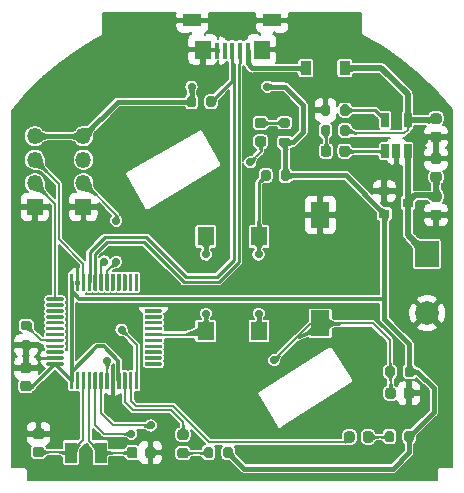
<source format=gtl>
G04 #@! TF.GenerationSoftware,KiCad,Pcbnew,5.1.8*
G04 #@! TF.CreationDate,2021-01-23T15:50:44+08:00*
G04 #@! TF.ProjectId,medicine_timer_pcb,6d656469-6369-46e6-955f-74696d65725f,rev?*
G04 #@! TF.SameCoordinates,Original*
G04 #@! TF.FileFunction,Copper,L1,Top*
G04 #@! TF.FilePolarity,Positive*
%FSLAX46Y46*%
G04 Gerber Fmt 4.6, Leading zero omitted, Abs format (unit mm)*
G04 Created by KiCad (PCBNEW 5.1.8) date 2021-01-23 15:50:44*
%MOMM*%
%LPD*%
G01*
G04 APERTURE LIST*
G04 #@! TA.AperFunction,SMDPad,CuDef*
%ADD10R,0.450000X1.380000*%
G04 #@! TD*
G04 #@! TA.AperFunction,SMDPad,CuDef*
%ADD11R,1.425000X1.550000*%
G04 #@! TD*
G04 #@! TA.AperFunction,SMDPad,CuDef*
%ADD12R,1.650000X1.100000*%
G04 #@! TD*
G04 #@! TA.AperFunction,SMDPad,CuDef*
%ADD13R,1.000000X1.800000*%
G04 #@! TD*
G04 #@! TA.AperFunction,SMDPad,CuDef*
%ADD14R,2.000000X2.200000*%
G04 #@! TD*
G04 #@! TA.AperFunction,SMDPad,CuDef*
%ADD15C,2.000000*%
G04 #@! TD*
G04 #@! TA.AperFunction,SMDPad,CuDef*
%ADD16R,0.900000X1.200000*%
G04 #@! TD*
G04 #@! TA.AperFunction,ComponentPad*
%ADD17O,1.350000X1.350000*%
G04 #@! TD*
G04 #@! TA.AperFunction,ComponentPad*
%ADD18R,1.350000X1.350000*%
G04 #@! TD*
G04 #@! TA.AperFunction,SMDPad,CuDef*
%ADD19R,0.900000X0.800000*%
G04 #@! TD*
G04 #@! TA.AperFunction,SMDPad,CuDef*
%ADD20R,1.600000X2.180000*%
G04 #@! TD*
G04 #@! TA.AperFunction,SMDPad,CuDef*
%ADD21R,1.400000X1.600000*%
G04 #@! TD*
G04 #@! TA.AperFunction,SMDPad,CuDef*
%ADD22R,0.650000X1.220000*%
G04 #@! TD*
G04 #@! TA.AperFunction,ViaPad*
%ADD23C,0.700000*%
G04 #@! TD*
G04 #@! TA.AperFunction,Conductor*
%ADD24C,0.200000*%
G04 #@! TD*
G04 #@! TA.AperFunction,Conductor*
%ADD25C,0.500000*%
G04 #@! TD*
G04 #@! TA.AperFunction,Conductor*
%ADD26C,0.300000*%
G04 #@! TD*
G04 #@! TA.AperFunction,Conductor*
%ADD27C,0.400000*%
G04 #@! TD*
G04 #@! TA.AperFunction,Conductor*
%ADD28C,0.250000*%
G04 #@! TD*
G04 #@! TA.AperFunction,Conductor*
%ADD29C,0.280000*%
G04 #@! TD*
G04 #@! TA.AperFunction,Conductor*
%ADD30C,0.100000*%
G04 #@! TD*
G04 #@! TA.AperFunction,Conductor*
%ADD31C,0.025400*%
G04 #@! TD*
G04 APERTURE END LIST*
D10*
X101300000Y-80260000D03*
X100650000Y-80260000D03*
X100000000Y-80260000D03*
X99350000Y-80260000D03*
X98700000Y-80260000D03*
D11*
X102487500Y-80175000D03*
X97512500Y-80175000D03*
D12*
X103375000Y-77700000D03*
X96625000Y-77700000D03*
D13*
X88850000Y-114300000D03*
X86350000Y-114300000D03*
D14*
X116500000Y-97500000D03*
D15*
X116500000Y-102500000D03*
G04 #@! TA.AperFunction,SMDPad,CuDef*
G36*
G01*
X97800000Y-84875000D02*
X97800000Y-84325000D01*
G75*
G02*
X98000000Y-84125000I200000J0D01*
G01*
X98400000Y-84125000D01*
G75*
G02*
X98600000Y-84325000I0J-200000D01*
G01*
X98600000Y-84875000D01*
G75*
G02*
X98400000Y-85075000I-200000J0D01*
G01*
X98000000Y-85075000D01*
G75*
G02*
X97800000Y-84875000I0J200000D01*
G01*
G37*
G04 #@! TD.AperFunction*
G04 #@! TA.AperFunction,SMDPad,CuDef*
G36*
G01*
X96150000Y-84875000D02*
X96150000Y-84325000D01*
G75*
G02*
X96350000Y-84125000I200000J0D01*
G01*
X96750000Y-84125000D01*
G75*
G02*
X96950000Y-84325000I0J-200000D01*
G01*
X96950000Y-84875000D01*
G75*
G02*
X96750000Y-85075000I-200000J0D01*
G01*
X96350000Y-85075000D01*
G75*
G02*
X96150000Y-84875000I0J200000D01*
G01*
G37*
G04 #@! TD.AperFunction*
D16*
X106225000Y-81750000D03*
X109525000Y-81750000D03*
D17*
X83275000Y-87500000D03*
X83275000Y-89500000D03*
X83275000Y-91500000D03*
D18*
X83275000Y-93500000D03*
D17*
X87400000Y-87500000D03*
X87400000Y-89500000D03*
X87400000Y-91500000D03*
D18*
X87400000Y-93500000D03*
G04 #@! TA.AperFunction,SMDPad,CuDef*
G36*
G01*
X85650000Y-106950000D02*
X84325000Y-106950000D01*
G75*
G02*
X84250000Y-106875000I0J75000D01*
G01*
X84250000Y-106725000D01*
G75*
G02*
X84325000Y-106650000I75000J0D01*
G01*
X85650000Y-106650000D01*
G75*
G02*
X85725000Y-106725000I0J-75000D01*
G01*
X85725000Y-106875000D01*
G75*
G02*
X85650000Y-106950000I-75000J0D01*
G01*
G37*
G04 #@! TD.AperFunction*
G04 #@! TA.AperFunction,SMDPad,CuDef*
G36*
G01*
X85650000Y-106450000D02*
X84325000Y-106450000D01*
G75*
G02*
X84250000Y-106375000I0J75000D01*
G01*
X84250000Y-106225000D01*
G75*
G02*
X84325000Y-106150000I75000J0D01*
G01*
X85650000Y-106150000D01*
G75*
G02*
X85725000Y-106225000I0J-75000D01*
G01*
X85725000Y-106375000D01*
G75*
G02*
X85650000Y-106450000I-75000J0D01*
G01*
G37*
G04 #@! TD.AperFunction*
G04 #@! TA.AperFunction,SMDPad,CuDef*
G36*
G01*
X85650000Y-105950000D02*
X84325000Y-105950000D01*
G75*
G02*
X84250000Y-105875000I0J75000D01*
G01*
X84250000Y-105725000D01*
G75*
G02*
X84325000Y-105650000I75000J0D01*
G01*
X85650000Y-105650000D01*
G75*
G02*
X85725000Y-105725000I0J-75000D01*
G01*
X85725000Y-105875000D01*
G75*
G02*
X85650000Y-105950000I-75000J0D01*
G01*
G37*
G04 #@! TD.AperFunction*
G04 #@! TA.AperFunction,SMDPad,CuDef*
G36*
G01*
X85650000Y-105450000D02*
X84325000Y-105450000D01*
G75*
G02*
X84250000Y-105375000I0J75000D01*
G01*
X84250000Y-105225000D01*
G75*
G02*
X84325000Y-105150000I75000J0D01*
G01*
X85650000Y-105150000D01*
G75*
G02*
X85725000Y-105225000I0J-75000D01*
G01*
X85725000Y-105375000D01*
G75*
G02*
X85650000Y-105450000I-75000J0D01*
G01*
G37*
G04 #@! TD.AperFunction*
G04 #@! TA.AperFunction,SMDPad,CuDef*
G36*
G01*
X85650000Y-104950000D02*
X84325000Y-104950000D01*
G75*
G02*
X84250000Y-104875000I0J75000D01*
G01*
X84250000Y-104725000D01*
G75*
G02*
X84325000Y-104650000I75000J0D01*
G01*
X85650000Y-104650000D01*
G75*
G02*
X85725000Y-104725000I0J-75000D01*
G01*
X85725000Y-104875000D01*
G75*
G02*
X85650000Y-104950000I-75000J0D01*
G01*
G37*
G04 #@! TD.AperFunction*
G04 #@! TA.AperFunction,SMDPad,CuDef*
G36*
G01*
X85650000Y-104450000D02*
X84325000Y-104450000D01*
G75*
G02*
X84250000Y-104375000I0J75000D01*
G01*
X84250000Y-104225000D01*
G75*
G02*
X84325000Y-104150000I75000J0D01*
G01*
X85650000Y-104150000D01*
G75*
G02*
X85725000Y-104225000I0J-75000D01*
G01*
X85725000Y-104375000D01*
G75*
G02*
X85650000Y-104450000I-75000J0D01*
G01*
G37*
G04 #@! TD.AperFunction*
G04 #@! TA.AperFunction,SMDPad,CuDef*
G36*
G01*
X85650000Y-103950000D02*
X84325000Y-103950000D01*
G75*
G02*
X84250000Y-103875000I0J75000D01*
G01*
X84250000Y-103725000D01*
G75*
G02*
X84325000Y-103650000I75000J0D01*
G01*
X85650000Y-103650000D01*
G75*
G02*
X85725000Y-103725000I0J-75000D01*
G01*
X85725000Y-103875000D01*
G75*
G02*
X85650000Y-103950000I-75000J0D01*
G01*
G37*
G04 #@! TD.AperFunction*
G04 #@! TA.AperFunction,SMDPad,CuDef*
G36*
G01*
X85650000Y-103450000D02*
X84325000Y-103450000D01*
G75*
G02*
X84250000Y-103375000I0J75000D01*
G01*
X84250000Y-103225000D01*
G75*
G02*
X84325000Y-103150000I75000J0D01*
G01*
X85650000Y-103150000D01*
G75*
G02*
X85725000Y-103225000I0J-75000D01*
G01*
X85725000Y-103375000D01*
G75*
G02*
X85650000Y-103450000I-75000J0D01*
G01*
G37*
G04 #@! TD.AperFunction*
G04 #@! TA.AperFunction,SMDPad,CuDef*
G36*
G01*
X85650000Y-102950000D02*
X84325000Y-102950000D01*
G75*
G02*
X84250000Y-102875000I0J75000D01*
G01*
X84250000Y-102725000D01*
G75*
G02*
X84325000Y-102650000I75000J0D01*
G01*
X85650000Y-102650000D01*
G75*
G02*
X85725000Y-102725000I0J-75000D01*
G01*
X85725000Y-102875000D01*
G75*
G02*
X85650000Y-102950000I-75000J0D01*
G01*
G37*
G04 #@! TD.AperFunction*
G04 #@! TA.AperFunction,SMDPad,CuDef*
G36*
G01*
X85650000Y-102450000D02*
X84325000Y-102450000D01*
G75*
G02*
X84250000Y-102375000I0J75000D01*
G01*
X84250000Y-102225000D01*
G75*
G02*
X84325000Y-102150000I75000J0D01*
G01*
X85650000Y-102150000D01*
G75*
G02*
X85725000Y-102225000I0J-75000D01*
G01*
X85725000Y-102375000D01*
G75*
G02*
X85650000Y-102450000I-75000J0D01*
G01*
G37*
G04 #@! TD.AperFunction*
G04 #@! TA.AperFunction,SMDPad,CuDef*
G36*
G01*
X85650000Y-101950000D02*
X84325000Y-101950000D01*
G75*
G02*
X84250000Y-101875000I0J75000D01*
G01*
X84250000Y-101725000D01*
G75*
G02*
X84325000Y-101650000I75000J0D01*
G01*
X85650000Y-101650000D01*
G75*
G02*
X85725000Y-101725000I0J-75000D01*
G01*
X85725000Y-101875000D01*
G75*
G02*
X85650000Y-101950000I-75000J0D01*
G01*
G37*
G04 #@! TD.AperFunction*
G04 #@! TA.AperFunction,SMDPad,CuDef*
G36*
G01*
X85650000Y-101450000D02*
X84325000Y-101450000D01*
G75*
G02*
X84250000Y-101375000I0J75000D01*
G01*
X84250000Y-101225000D01*
G75*
G02*
X84325000Y-101150000I75000J0D01*
G01*
X85650000Y-101150000D01*
G75*
G02*
X85725000Y-101225000I0J-75000D01*
G01*
X85725000Y-101375000D01*
G75*
G02*
X85650000Y-101450000I-75000J0D01*
G01*
G37*
G04 #@! TD.AperFunction*
G04 #@! TA.AperFunction,SMDPad,CuDef*
G36*
G01*
X86475000Y-100625000D02*
X86325000Y-100625000D01*
G75*
G02*
X86250000Y-100550000I0J75000D01*
G01*
X86250000Y-99225000D01*
G75*
G02*
X86325000Y-99150000I75000J0D01*
G01*
X86475000Y-99150000D01*
G75*
G02*
X86550000Y-99225000I0J-75000D01*
G01*
X86550000Y-100550000D01*
G75*
G02*
X86475000Y-100625000I-75000J0D01*
G01*
G37*
G04 #@! TD.AperFunction*
G04 #@! TA.AperFunction,SMDPad,CuDef*
G36*
G01*
X86975000Y-100625000D02*
X86825000Y-100625000D01*
G75*
G02*
X86750000Y-100550000I0J75000D01*
G01*
X86750000Y-99225000D01*
G75*
G02*
X86825000Y-99150000I75000J0D01*
G01*
X86975000Y-99150000D01*
G75*
G02*
X87050000Y-99225000I0J-75000D01*
G01*
X87050000Y-100550000D01*
G75*
G02*
X86975000Y-100625000I-75000J0D01*
G01*
G37*
G04 #@! TD.AperFunction*
G04 #@! TA.AperFunction,SMDPad,CuDef*
G36*
G01*
X87475000Y-100625000D02*
X87325000Y-100625000D01*
G75*
G02*
X87250000Y-100550000I0J75000D01*
G01*
X87250000Y-99225000D01*
G75*
G02*
X87325000Y-99150000I75000J0D01*
G01*
X87475000Y-99150000D01*
G75*
G02*
X87550000Y-99225000I0J-75000D01*
G01*
X87550000Y-100550000D01*
G75*
G02*
X87475000Y-100625000I-75000J0D01*
G01*
G37*
G04 #@! TD.AperFunction*
G04 #@! TA.AperFunction,SMDPad,CuDef*
G36*
G01*
X87975000Y-100625000D02*
X87825000Y-100625000D01*
G75*
G02*
X87750000Y-100550000I0J75000D01*
G01*
X87750000Y-99225000D01*
G75*
G02*
X87825000Y-99150000I75000J0D01*
G01*
X87975000Y-99150000D01*
G75*
G02*
X88050000Y-99225000I0J-75000D01*
G01*
X88050000Y-100550000D01*
G75*
G02*
X87975000Y-100625000I-75000J0D01*
G01*
G37*
G04 #@! TD.AperFunction*
G04 #@! TA.AperFunction,SMDPad,CuDef*
G36*
G01*
X88475000Y-100625000D02*
X88325000Y-100625000D01*
G75*
G02*
X88250000Y-100550000I0J75000D01*
G01*
X88250000Y-99225000D01*
G75*
G02*
X88325000Y-99150000I75000J0D01*
G01*
X88475000Y-99150000D01*
G75*
G02*
X88550000Y-99225000I0J-75000D01*
G01*
X88550000Y-100550000D01*
G75*
G02*
X88475000Y-100625000I-75000J0D01*
G01*
G37*
G04 #@! TD.AperFunction*
G04 #@! TA.AperFunction,SMDPad,CuDef*
G36*
G01*
X88975000Y-100625000D02*
X88825000Y-100625000D01*
G75*
G02*
X88750000Y-100550000I0J75000D01*
G01*
X88750000Y-99225000D01*
G75*
G02*
X88825000Y-99150000I75000J0D01*
G01*
X88975000Y-99150000D01*
G75*
G02*
X89050000Y-99225000I0J-75000D01*
G01*
X89050000Y-100550000D01*
G75*
G02*
X88975000Y-100625000I-75000J0D01*
G01*
G37*
G04 #@! TD.AperFunction*
G04 #@! TA.AperFunction,SMDPad,CuDef*
G36*
G01*
X89475000Y-100625000D02*
X89325000Y-100625000D01*
G75*
G02*
X89250000Y-100550000I0J75000D01*
G01*
X89250000Y-99225000D01*
G75*
G02*
X89325000Y-99150000I75000J0D01*
G01*
X89475000Y-99150000D01*
G75*
G02*
X89550000Y-99225000I0J-75000D01*
G01*
X89550000Y-100550000D01*
G75*
G02*
X89475000Y-100625000I-75000J0D01*
G01*
G37*
G04 #@! TD.AperFunction*
G04 #@! TA.AperFunction,SMDPad,CuDef*
G36*
G01*
X89975000Y-100625000D02*
X89825000Y-100625000D01*
G75*
G02*
X89750000Y-100550000I0J75000D01*
G01*
X89750000Y-99225000D01*
G75*
G02*
X89825000Y-99150000I75000J0D01*
G01*
X89975000Y-99150000D01*
G75*
G02*
X90050000Y-99225000I0J-75000D01*
G01*
X90050000Y-100550000D01*
G75*
G02*
X89975000Y-100625000I-75000J0D01*
G01*
G37*
G04 #@! TD.AperFunction*
G04 #@! TA.AperFunction,SMDPad,CuDef*
G36*
G01*
X90475000Y-100625000D02*
X90325000Y-100625000D01*
G75*
G02*
X90250000Y-100550000I0J75000D01*
G01*
X90250000Y-99225000D01*
G75*
G02*
X90325000Y-99150000I75000J0D01*
G01*
X90475000Y-99150000D01*
G75*
G02*
X90550000Y-99225000I0J-75000D01*
G01*
X90550000Y-100550000D01*
G75*
G02*
X90475000Y-100625000I-75000J0D01*
G01*
G37*
G04 #@! TD.AperFunction*
G04 #@! TA.AperFunction,SMDPad,CuDef*
G36*
G01*
X90975000Y-100625000D02*
X90825000Y-100625000D01*
G75*
G02*
X90750000Y-100550000I0J75000D01*
G01*
X90750000Y-99225000D01*
G75*
G02*
X90825000Y-99150000I75000J0D01*
G01*
X90975000Y-99150000D01*
G75*
G02*
X91050000Y-99225000I0J-75000D01*
G01*
X91050000Y-100550000D01*
G75*
G02*
X90975000Y-100625000I-75000J0D01*
G01*
G37*
G04 #@! TD.AperFunction*
G04 #@! TA.AperFunction,SMDPad,CuDef*
G36*
G01*
X91475000Y-100625000D02*
X91325000Y-100625000D01*
G75*
G02*
X91250000Y-100550000I0J75000D01*
G01*
X91250000Y-99225000D01*
G75*
G02*
X91325000Y-99150000I75000J0D01*
G01*
X91475000Y-99150000D01*
G75*
G02*
X91550000Y-99225000I0J-75000D01*
G01*
X91550000Y-100550000D01*
G75*
G02*
X91475000Y-100625000I-75000J0D01*
G01*
G37*
G04 #@! TD.AperFunction*
G04 #@! TA.AperFunction,SMDPad,CuDef*
G36*
G01*
X91975000Y-100625000D02*
X91825000Y-100625000D01*
G75*
G02*
X91750000Y-100550000I0J75000D01*
G01*
X91750000Y-99225000D01*
G75*
G02*
X91825000Y-99150000I75000J0D01*
G01*
X91975000Y-99150000D01*
G75*
G02*
X92050000Y-99225000I0J-75000D01*
G01*
X92050000Y-100550000D01*
G75*
G02*
X91975000Y-100625000I-75000J0D01*
G01*
G37*
G04 #@! TD.AperFunction*
G04 #@! TA.AperFunction,SMDPad,CuDef*
G36*
G01*
X93975000Y-101450000D02*
X92650000Y-101450000D01*
G75*
G02*
X92575000Y-101375000I0J75000D01*
G01*
X92575000Y-101225000D01*
G75*
G02*
X92650000Y-101150000I75000J0D01*
G01*
X93975000Y-101150000D01*
G75*
G02*
X94050000Y-101225000I0J-75000D01*
G01*
X94050000Y-101375000D01*
G75*
G02*
X93975000Y-101450000I-75000J0D01*
G01*
G37*
G04 #@! TD.AperFunction*
G04 #@! TA.AperFunction,SMDPad,CuDef*
G36*
G01*
X93975000Y-101950000D02*
X92650000Y-101950000D01*
G75*
G02*
X92575000Y-101875000I0J75000D01*
G01*
X92575000Y-101725000D01*
G75*
G02*
X92650000Y-101650000I75000J0D01*
G01*
X93975000Y-101650000D01*
G75*
G02*
X94050000Y-101725000I0J-75000D01*
G01*
X94050000Y-101875000D01*
G75*
G02*
X93975000Y-101950000I-75000J0D01*
G01*
G37*
G04 #@! TD.AperFunction*
G04 #@! TA.AperFunction,SMDPad,CuDef*
G36*
G01*
X93975000Y-102450000D02*
X92650000Y-102450000D01*
G75*
G02*
X92575000Y-102375000I0J75000D01*
G01*
X92575000Y-102225000D01*
G75*
G02*
X92650000Y-102150000I75000J0D01*
G01*
X93975000Y-102150000D01*
G75*
G02*
X94050000Y-102225000I0J-75000D01*
G01*
X94050000Y-102375000D01*
G75*
G02*
X93975000Y-102450000I-75000J0D01*
G01*
G37*
G04 #@! TD.AperFunction*
G04 #@! TA.AperFunction,SMDPad,CuDef*
G36*
G01*
X93975000Y-102950000D02*
X92650000Y-102950000D01*
G75*
G02*
X92575000Y-102875000I0J75000D01*
G01*
X92575000Y-102725000D01*
G75*
G02*
X92650000Y-102650000I75000J0D01*
G01*
X93975000Y-102650000D01*
G75*
G02*
X94050000Y-102725000I0J-75000D01*
G01*
X94050000Y-102875000D01*
G75*
G02*
X93975000Y-102950000I-75000J0D01*
G01*
G37*
G04 #@! TD.AperFunction*
G04 #@! TA.AperFunction,SMDPad,CuDef*
G36*
G01*
X93975000Y-103450000D02*
X92650000Y-103450000D01*
G75*
G02*
X92575000Y-103375000I0J75000D01*
G01*
X92575000Y-103225000D01*
G75*
G02*
X92650000Y-103150000I75000J0D01*
G01*
X93975000Y-103150000D01*
G75*
G02*
X94050000Y-103225000I0J-75000D01*
G01*
X94050000Y-103375000D01*
G75*
G02*
X93975000Y-103450000I-75000J0D01*
G01*
G37*
G04 #@! TD.AperFunction*
G04 #@! TA.AperFunction,SMDPad,CuDef*
G36*
G01*
X93975000Y-103950000D02*
X92650000Y-103950000D01*
G75*
G02*
X92575000Y-103875000I0J75000D01*
G01*
X92575000Y-103725000D01*
G75*
G02*
X92650000Y-103650000I75000J0D01*
G01*
X93975000Y-103650000D01*
G75*
G02*
X94050000Y-103725000I0J-75000D01*
G01*
X94050000Y-103875000D01*
G75*
G02*
X93975000Y-103950000I-75000J0D01*
G01*
G37*
G04 #@! TD.AperFunction*
G04 #@! TA.AperFunction,SMDPad,CuDef*
G36*
G01*
X93975000Y-104450000D02*
X92650000Y-104450000D01*
G75*
G02*
X92575000Y-104375000I0J75000D01*
G01*
X92575000Y-104225000D01*
G75*
G02*
X92650000Y-104150000I75000J0D01*
G01*
X93975000Y-104150000D01*
G75*
G02*
X94050000Y-104225000I0J-75000D01*
G01*
X94050000Y-104375000D01*
G75*
G02*
X93975000Y-104450000I-75000J0D01*
G01*
G37*
G04 #@! TD.AperFunction*
G04 #@! TA.AperFunction,SMDPad,CuDef*
G36*
G01*
X93975000Y-104950000D02*
X92650000Y-104950000D01*
G75*
G02*
X92575000Y-104875000I0J75000D01*
G01*
X92575000Y-104725000D01*
G75*
G02*
X92650000Y-104650000I75000J0D01*
G01*
X93975000Y-104650000D01*
G75*
G02*
X94050000Y-104725000I0J-75000D01*
G01*
X94050000Y-104875000D01*
G75*
G02*
X93975000Y-104950000I-75000J0D01*
G01*
G37*
G04 #@! TD.AperFunction*
G04 #@! TA.AperFunction,SMDPad,CuDef*
G36*
G01*
X93975000Y-105450000D02*
X92650000Y-105450000D01*
G75*
G02*
X92575000Y-105375000I0J75000D01*
G01*
X92575000Y-105225000D01*
G75*
G02*
X92650000Y-105150000I75000J0D01*
G01*
X93975000Y-105150000D01*
G75*
G02*
X94050000Y-105225000I0J-75000D01*
G01*
X94050000Y-105375000D01*
G75*
G02*
X93975000Y-105450000I-75000J0D01*
G01*
G37*
G04 #@! TD.AperFunction*
G04 #@! TA.AperFunction,SMDPad,CuDef*
G36*
G01*
X93975000Y-105950000D02*
X92650000Y-105950000D01*
G75*
G02*
X92575000Y-105875000I0J75000D01*
G01*
X92575000Y-105725000D01*
G75*
G02*
X92650000Y-105650000I75000J0D01*
G01*
X93975000Y-105650000D01*
G75*
G02*
X94050000Y-105725000I0J-75000D01*
G01*
X94050000Y-105875000D01*
G75*
G02*
X93975000Y-105950000I-75000J0D01*
G01*
G37*
G04 #@! TD.AperFunction*
G04 #@! TA.AperFunction,SMDPad,CuDef*
G36*
G01*
X93975000Y-106450000D02*
X92650000Y-106450000D01*
G75*
G02*
X92575000Y-106375000I0J75000D01*
G01*
X92575000Y-106225000D01*
G75*
G02*
X92650000Y-106150000I75000J0D01*
G01*
X93975000Y-106150000D01*
G75*
G02*
X94050000Y-106225000I0J-75000D01*
G01*
X94050000Y-106375000D01*
G75*
G02*
X93975000Y-106450000I-75000J0D01*
G01*
G37*
G04 #@! TD.AperFunction*
G04 #@! TA.AperFunction,SMDPad,CuDef*
G36*
G01*
X93975000Y-106950000D02*
X92650000Y-106950000D01*
G75*
G02*
X92575000Y-106875000I0J75000D01*
G01*
X92575000Y-106725000D01*
G75*
G02*
X92650000Y-106650000I75000J0D01*
G01*
X93975000Y-106650000D01*
G75*
G02*
X94050000Y-106725000I0J-75000D01*
G01*
X94050000Y-106875000D01*
G75*
G02*
X93975000Y-106950000I-75000J0D01*
G01*
G37*
G04 #@! TD.AperFunction*
G04 #@! TA.AperFunction,SMDPad,CuDef*
G36*
G01*
X91975000Y-108950000D02*
X91825000Y-108950000D01*
G75*
G02*
X91750000Y-108875000I0J75000D01*
G01*
X91750000Y-107550000D01*
G75*
G02*
X91825000Y-107475000I75000J0D01*
G01*
X91975000Y-107475000D01*
G75*
G02*
X92050000Y-107550000I0J-75000D01*
G01*
X92050000Y-108875000D01*
G75*
G02*
X91975000Y-108950000I-75000J0D01*
G01*
G37*
G04 #@! TD.AperFunction*
G04 #@! TA.AperFunction,SMDPad,CuDef*
G36*
G01*
X91475000Y-108950000D02*
X91325000Y-108950000D01*
G75*
G02*
X91250000Y-108875000I0J75000D01*
G01*
X91250000Y-107550000D01*
G75*
G02*
X91325000Y-107475000I75000J0D01*
G01*
X91475000Y-107475000D01*
G75*
G02*
X91550000Y-107550000I0J-75000D01*
G01*
X91550000Y-108875000D01*
G75*
G02*
X91475000Y-108950000I-75000J0D01*
G01*
G37*
G04 #@! TD.AperFunction*
G04 #@! TA.AperFunction,SMDPad,CuDef*
G36*
G01*
X90975000Y-108950000D02*
X90825000Y-108950000D01*
G75*
G02*
X90750000Y-108875000I0J75000D01*
G01*
X90750000Y-107550000D01*
G75*
G02*
X90825000Y-107475000I75000J0D01*
G01*
X90975000Y-107475000D01*
G75*
G02*
X91050000Y-107550000I0J-75000D01*
G01*
X91050000Y-108875000D01*
G75*
G02*
X90975000Y-108950000I-75000J0D01*
G01*
G37*
G04 #@! TD.AperFunction*
G04 #@! TA.AperFunction,SMDPad,CuDef*
G36*
G01*
X90475000Y-108950000D02*
X90325000Y-108950000D01*
G75*
G02*
X90250000Y-108875000I0J75000D01*
G01*
X90250000Y-107550000D01*
G75*
G02*
X90325000Y-107475000I75000J0D01*
G01*
X90475000Y-107475000D01*
G75*
G02*
X90550000Y-107550000I0J-75000D01*
G01*
X90550000Y-108875000D01*
G75*
G02*
X90475000Y-108950000I-75000J0D01*
G01*
G37*
G04 #@! TD.AperFunction*
G04 #@! TA.AperFunction,SMDPad,CuDef*
G36*
G01*
X89975000Y-108950000D02*
X89825000Y-108950000D01*
G75*
G02*
X89750000Y-108875000I0J75000D01*
G01*
X89750000Y-107550000D01*
G75*
G02*
X89825000Y-107475000I75000J0D01*
G01*
X89975000Y-107475000D01*
G75*
G02*
X90050000Y-107550000I0J-75000D01*
G01*
X90050000Y-108875000D01*
G75*
G02*
X89975000Y-108950000I-75000J0D01*
G01*
G37*
G04 #@! TD.AperFunction*
G04 #@! TA.AperFunction,SMDPad,CuDef*
G36*
G01*
X89475000Y-108950000D02*
X89325000Y-108950000D01*
G75*
G02*
X89250000Y-108875000I0J75000D01*
G01*
X89250000Y-107550000D01*
G75*
G02*
X89325000Y-107475000I75000J0D01*
G01*
X89475000Y-107475000D01*
G75*
G02*
X89550000Y-107550000I0J-75000D01*
G01*
X89550000Y-108875000D01*
G75*
G02*
X89475000Y-108950000I-75000J0D01*
G01*
G37*
G04 #@! TD.AperFunction*
G04 #@! TA.AperFunction,SMDPad,CuDef*
G36*
G01*
X88975000Y-108950000D02*
X88825000Y-108950000D01*
G75*
G02*
X88750000Y-108875000I0J75000D01*
G01*
X88750000Y-107550000D01*
G75*
G02*
X88825000Y-107475000I75000J0D01*
G01*
X88975000Y-107475000D01*
G75*
G02*
X89050000Y-107550000I0J-75000D01*
G01*
X89050000Y-108875000D01*
G75*
G02*
X88975000Y-108950000I-75000J0D01*
G01*
G37*
G04 #@! TD.AperFunction*
G04 #@! TA.AperFunction,SMDPad,CuDef*
G36*
G01*
X88475000Y-108950000D02*
X88325000Y-108950000D01*
G75*
G02*
X88250000Y-108875000I0J75000D01*
G01*
X88250000Y-107550000D01*
G75*
G02*
X88325000Y-107475000I75000J0D01*
G01*
X88475000Y-107475000D01*
G75*
G02*
X88550000Y-107550000I0J-75000D01*
G01*
X88550000Y-108875000D01*
G75*
G02*
X88475000Y-108950000I-75000J0D01*
G01*
G37*
G04 #@! TD.AperFunction*
G04 #@! TA.AperFunction,SMDPad,CuDef*
G36*
G01*
X87975000Y-108950000D02*
X87825000Y-108950000D01*
G75*
G02*
X87750000Y-108875000I0J75000D01*
G01*
X87750000Y-107550000D01*
G75*
G02*
X87825000Y-107475000I75000J0D01*
G01*
X87975000Y-107475000D01*
G75*
G02*
X88050000Y-107550000I0J-75000D01*
G01*
X88050000Y-108875000D01*
G75*
G02*
X87975000Y-108950000I-75000J0D01*
G01*
G37*
G04 #@! TD.AperFunction*
G04 #@! TA.AperFunction,SMDPad,CuDef*
G36*
G01*
X87475000Y-108950000D02*
X87325000Y-108950000D01*
G75*
G02*
X87250000Y-108875000I0J75000D01*
G01*
X87250000Y-107550000D01*
G75*
G02*
X87325000Y-107475000I75000J0D01*
G01*
X87475000Y-107475000D01*
G75*
G02*
X87550000Y-107550000I0J-75000D01*
G01*
X87550000Y-108875000D01*
G75*
G02*
X87475000Y-108950000I-75000J0D01*
G01*
G37*
G04 #@! TD.AperFunction*
G04 #@! TA.AperFunction,SMDPad,CuDef*
G36*
G01*
X86975000Y-108950000D02*
X86825000Y-108950000D01*
G75*
G02*
X86750000Y-108875000I0J75000D01*
G01*
X86750000Y-107550000D01*
G75*
G02*
X86825000Y-107475000I75000J0D01*
G01*
X86975000Y-107475000D01*
G75*
G02*
X87050000Y-107550000I0J-75000D01*
G01*
X87050000Y-108875000D01*
G75*
G02*
X86975000Y-108950000I-75000J0D01*
G01*
G37*
G04 #@! TD.AperFunction*
G04 #@! TA.AperFunction,SMDPad,CuDef*
G36*
G01*
X86475000Y-108950000D02*
X86325000Y-108950000D01*
G75*
G02*
X86250000Y-108875000I0J75000D01*
G01*
X86250000Y-107550000D01*
G75*
G02*
X86325000Y-107475000I75000J0D01*
G01*
X86475000Y-107475000D01*
G75*
G02*
X86550000Y-107550000I0J-75000D01*
G01*
X86550000Y-108875000D01*
G75*
G02*
X86475000Y-108950000I-75000J0D01*
G01*
G37*
G04 #@! TD.AperFunction*
D19*
X114875000Y-93125000D03*
X112875000Y-94075000D03*
X112875000Y-92175000D03*
D20*
X107450000Y-94185000D03*
X107450000Y-103365000D03*
D21*
X97750000Y-96000000D03*
X97750000Y-104000000D03*
X102250000Y-96000000D03*
X102250000Y-104000000D03*
D22*
X112950000Y-86165000D03*
X114850000Y-86165000D03*
X114850000Y-88785000D03*
X113900000Y-88785000D03*
X112950000Y-88785000D03*
G04 #@! TA.AperFunction,SMDPad,CuDef*
G36*
G01*
X113750000Y-107175000D02*
X113750000Y-107725000D01*
G75*
G02*
X113550000Y-107925000I-200000J0D01*
G01*
X113150000Y-107925000D01*
G75*
G02*
X112950000Y-107725000I0J200000D01*
G01*
X112950000Y-107175000D01*
G75*
G02*
X113150000Y-106975000I200000J0D01*
G01*
X113550000Y-106975000D01*
G75*
G02*
X113750000Y-107175000I0J-200000D01*
G01*
G37*
G04 #@! TD.AperFunction*
G04 #@! TA.AperFunction,SMDPad,CuDef*
G36*
G01*
X115400000Y-107175000D02*
X115400000Y-107725000D01*
G75*
G02*
X115200000Y-107925000I-200000J0D01*
G01*
X114800000Y-107925000D01*
G75*
G02*
X114600000Y-107725000I0J200000D01*
G01*
X114600000Y-107175000D01*
G75*
G02*
X114800000Y-106975000I200000J0D01*
G01*
X115200000Y-106975000D01*
G75*
G02*
X115400000Y-107175000I0J-200000D01*
G01*
G37*
G04 #@! TD.AperFunction*
G04 #@! TA.AperFunction,SMDPad,CuDef*
G36*
G01*
X82275000Y-104800000D02*
X82825000Y-104800000D01*
G75*
G02*
X83025000Y-105000000I0J-200000D01*
G01*
X83025000Y-105400000D01*
G75*
G02*
X82825000Y-105600000I-200000J0D01*
G01*
X82275000Y-105600000D01*
G75*
G02*
X82075000Y-105400000I0J200000D01*
G01*
X82075000Y-105000000D01*
G75*
G02*
X82275000Y-104800000I200000J0D01*
G01*
G37*
G04 #@! TD.AperFunction*
G04 #@! TA.AperFunction,SMDPad,CuDef*
G36*
G01*
X82275000Y-103150000D02*
X82825000Y-103150000D01*
G75*
G02*
X83025000Y-103350000I0J-200000D01*
G01*
X83025000Y-103750000D01*
G75*
G02*
X82825000Y-103950000I-200000J0D01*
G01*
X82275000Y-103950000D01*
G75*
G02*
X82075000Y-103750000I0J200000D01*
G01*
X82075000Y-103350000D01*
G75*
G02*
X82275000Y-103150000I200000J0D01*
G01*
G37*
G04 #@! TD.AperFunction*
G04 #@! TA.AperFunction,SMDPad,CuDef*
G36*
G01*
X103250000Y-90550000D02*
X103250000Y-91100000D01*
G75*
G02*
X103050000Y-91300000I-200000J0D01*
G01*
X102650000Y-91300000D01*
G75*
G02*
X102450000Y-91100000I0J200000D01*
G01*
X102450000Y-90550000D01*
G75*
G02*
X102650000Y-90350000I200000J0D01*
G01*
X103050000Y-90350000D01*
G75*
G02*
X103250000Y-90550000I0J-200000D01*
G01*
G37*
G04 #@! TD.AperFunction*
G04 #@! TA.AperFunction,SMDPad,CuDef*
G36*
G01*
X104900000Y-90550000D02*
X104900000Y-91100000D01*
G75*
G02*
X104700000Y-91300000I-200000J0D01*
G01*
X104300000Y-91300000D01*
G75*
G02*
X104100000Y-91100000I0J200000D01*
G01*
X104100000Y-90550000D01*
G75*
G02*
X104300000Y-90350000I200000J0D01*
G01*
X104700000Y-90350000D01*
G75*
G02*
X104900000Y-90550000I0J-200000D01*
G01*
G37*
G04 #@! TD.AperFunction*
G04 #@! TA.AperFunction,SMDPad,CuDef*
G36*
G01*
X104700000Y-86775000D02*
X104150000Y-86775000D01*
G75*
G02*
X103950000Y-86575000I0J200000D01*
G01*
X103950000Y-86175000D01*
G75*
G02*
X104150000Y-85975000I200000J0D01*
G01*
X104700000Y-85975000D01*
G75*
G02*
X104900000Y-86175000I0J-200000D01*
G01*
X104900000Y-86575000D01*
G75*
G02*
X104700000Y-86775000I-200000J0D01*
G01*
G37*
G04 #@! TD.AperFunction*
G04 #@! TA.AperFunction,SMDPad,CuDef*
G36*
G01*
X104700000Y-88425000D02*
X104150000Y-88425000D01*
G75*
G02*
X103950000Y-88225000I0J200000D01*
G01*
X103950000Y-87825000D01*
G75*
G02*
X104150000Y-87625000I200000J0D01*
G01*
X104700000Y-87625000D01*
G75*
G02*
X104900000Y-87825000I0J-200000D01*
G01*
X104900000Y-88225000D01*
G75*
G02*
X104700000Y-88425000I-200000J0D01*
G01*
G37*
G04 #@! TD.AperFunction*
G04 #@! TA.AperFunction,SMDPad,CuDef*
G36*
G01*
X113725000Y-112675000D02*
X113725000Y-113225000D01*
G75*
G02*
X113525000Y-113425000I-200000J0D01*
G01*
X113125000Y-113425000D01*
G75*
G02*
X112925000Y-113225000I0J200000D01*
G01*
X112925000Y-112675000D01*
G75*
G02*
X113125000Y-112475000I200000J0D01*
G01*
X113525000Y-112475000D01*
G75*
G02*
X113725000Y-112675000I0J-200000D01*
G01*
G37*
G04 #@! TD.AperFunction*
G04 #@! TA.AperFunction,SMDPad,CuDef*
G36*
G01*
X115375000Y-112675000D02*
X115375000Y-113225000D01*
G75*
G02*
X115175000Y-113425000I-200000J0D01*
G01*
X114775000Y-113425000D01*
G75*
G02*
X114575000Y-113225000I0J200000D01*
G01*
X114575000Y-112675000D01*
G75*
G02*
X114775000Y-112475000I200000J0D01*
G01*
X115175000Y-112475000D01*
G75*
G02*
X115375000Y-112675000I0J-200000D01*
G01*
G37*
G04 #@! TD.AperFunction*
G04 #@! TA.AperFunction,SMDPad,CuDef*
G36*
G01*
X98400000Y-114025000D02*
X98400000Y-114575000D01*
G75*
G02*
X98200000Y-114775000I-200000J0D01*
G01*
X97800000Y-114775000D01*
G75*
G02*
X97600000Y-114575000I0J200000D01*
G01*
X97600000Y-114025000D01*
G75*
G02*
X97800000Y-113825000I200000J0D01*
G01*
X98200000Y-113825000D01*
G75*
G02*
X98400000Y-114025000I0J-200000D01*
G01*
G37*
G04 #@! TD.AperFunction*
G04 #@! TA.AperFunction,SMDPad,CuDef*
G36*
G01*
X100050000Y-114025000D02*
X100050000Y-114575000D01*
G75*
G02*
X99850000Y-114775000I-200000J0D01*
G01*
X99450000Y-114775000D01*
G75*
G02*
X99250000Y-114575000I0J200000D01*
G01*
X99250000Y-114025000D01*
G75*
G02*
X99450000Y-113825000I200000J0D01*
G01*
X99850000Y-113825000D01*
G75*
G02*
X100050000Y-114025000I0J-200000D01*
G01*
G37*
G04 #@! TD.AperFunction*
G04 #@! TA.AperFunction,SMDPad,CuDef*
G36*
G01*
X108300000Y-85025000D02*
X108300000Y-85575000D01*
G75*
G02*
X108100000Y-85775000I-200000J0D01*
G01*
X107700000Y-85775000D01*
G75*
G02*
X107500000Y-85575000I0J200000D01*
G01*
X107500000Y-85025000D01*
G75*
G02*
X107700000Y-84825000I200000J0D01*
G01*
X108100000Y-84825000D01*
G75*
G02*
X108300000Y-85025000I0J-200000D01*
G01*
G37*
G04 #@! TD.AperFunction*
G04 #@! TA.AperFunction,SMDPad,CuDef*
G36*
G01*
X109950000Y-85025000D02*
X109950000Y-85575000D01*
G75*
G02*
X109750000Y-85775000I-200000J0D01*
G01*
X109350000Y-85775000D01*
G75*
G02*
X109150000Y-85575000I0J200000D01*
G01*
X109150000Y-85025000D01*
G75*
G02*
X109350000Y-84825000I200000J0D01*
G01*
X109750000Y-84825000D01*
G75*
G02*
X109950000Y-85025000I0J-200000D01*
G01*
G37*
G04 #@! TD.AperFunction*
G04 #@! TA.AperFunction,SMDPad,CuDef*
G36*
G01*
X108300000Y-86750000D02*
X108300000Y-87300000D01*
G75*
G02*
X108100000Y-87500000I-200000J0D01*
G01*
X107700000Y-87500000D01*
G75*
G02*
X107500000Y-87300000I0J200000D01*
G01*
X107500000Y-86750000D01*
G75*
G02*
X107700000Y-86550000I200000J0D01*
G01*
X108100000Y-86550000D01*
G75*
G02*
X108300000Y-86750000I0J-200000D01*
G01*
G37*
G04 #@! TD.AperFunction*
G04 #@! TA.AperFunction,SMDPad,CuDef*
G36*
G01*
X109950000Y-86750000D02*
X109950000Y-87300000D01*
G75*
G02*
X109750000Y-87500000I-200000J0D01*
G01*
X109350000Y-87500000D01*
G75*
G02*
X109150000Y-87300000I0J200000D01*
G01*
X109150000Y-86750000D01*
G75*
G02*
X109350000Y-86550000I200000J0D01*
G01*
X109750000Y-86550000D01*
G75*
G02*
X109950000Y-86750000I0J-200000D01*
G01*
G37*
G04 #@! TD.AperFunction*
G04 #@! TA.AperFunction,SMDPad,CuDef*
G36*
G01*
X102656250Y-86825000D02*
X102143750Y-86825000D01*
G75*
G02*
X101925000Y-86606250I0J218750D01*
G01*
X101925000Y-86168750D01*
G75*
G02*
X102143750Y-85950000I218750J0D01*
G01*
X102656250Y-85950000D01*
G75*
G02*
X102875000Y-86168750I0J-218750D01*
G01*
X102875000Y-86606250D01*
G75*
G02*
X102656250Y-86825000I-218750J0D01*
G01*
G37*
G04 #@! TD.AperFunction*
G04 #@! TA.AperFunction,SMDPad,CuDef*
G36*
G01*
X102656250Y-88400000D02*
X102143750Y-88400000D01*
G75*
G02*
X101925000Y-88181250I0J218750D01*
G01*
X101925000Y-87743750D01*
G75*
G02*
X102143750Y-87525000I218750J0D01*
G01*
X102656250Y-87525000D01*
G75*
G02*
X102875000Y-87743750I0J-218750D01*
G01*
X102875000Y-88181250D01*
G75*
G02*
X102656250Y-88400000I-218750J0D01*
G01*
G37*
G04 #@! TD.AperFunction*
G04 #@! TA.AperFunction,SMDPad,CuDef*
G36*
G01*
X111062500Y-113231250D02*
X111062500Y-112718750D01*
G75*
G02*
X111281250Y-112500000I218750J0D01*
G01*
X111718750Y-112500000D01*
G75*
G02*
X111937500Y-112718750I0J-218750D01*
G01*
X111937500Y-113231250D01*
G75*
G02*
X111718750Y-113450000I-218750J0D01*
G01*
X111281250Y-113450000D01*
G75*
G02*
X111062500Y-113231250I0J218750D01*
G01*
G37*
G04 #@! TD.AperFunction*
G04 #@! TA.AperFunction,SMDPad,CuDef*
G36*
G01*
X109487500Y-113231250D02*
X109487500Y-112718750D01*
G75*
G02*
X109706250Y-112500000I218750J0D01*
G01*
X110143750Y-112500000D01*
G75*
G02*
X110362500Y-112718750I0J-218750D01*
G01*
X110362500Y-113231250D01*
G75*
G02*
X110143750Y-113450000I-218750J0D01*
G01*
X109706250Y-113450000D01*
G75*
G02*
X109487500Y-113231250I0J218750D01*
G01*
G37*
G04 #@! TD.AperFunction*
G04 #@! TA.AperFunction,SMDPad,CuDef*
G36*
G01*
X95568750Y-113912500D02*
X96081250Y-113912500D01*
G75*
G02*
X96300000Y-114131250I0J-218750D01*
G01*
X96300000Y-114568750D01*
G75*
G02*
X96081250Y-114787500I-218750J0D01*
G01*
X95568750Y-114787500D01*
G75*
G02*
X95350000Y-114568750I0J218750D01*
G01*
X95350000Y-114131250D01*
G75*
G02*
X95568750Y-113912500I218750J0D01*
G01*
G37*
G04 #@! TD.AperFunction*
G04 #@! TA.AperFunction,SMDPad,CuDef*
G36*
G01*
X95568750Y-112337500D02*
X96081250Y-112337500D01*
G75*
G02*
X96300000Y-112556250I0J-218750D01*
G01*
X96300000Y-112993750D01*
G75*
G02*
X96081250Y-113212500I-218750J0D01*
G01*
X95568750Y-113212500D01*
G75*
G02*
X95350000Y-112993750I0J218750D01*
G01*
X95350000Y-112556250D01*
G75*
G02*
X95568750Y-112337500I218750J0D01*
G01*
G37*
G04 #@! TD.AperFunction*
G04 #@! TA.AperFunction,SMDPad,CuDef*
G36*
G01*
X108375000Y-88518750D02*
X108375000Y-89031250D01*
G75*
G02*
X108156250Y-89250000I-218750J0D01*
G01*
X107718750Y-89250000D01*
G75*
G02*
X107500000Y-89031250I0J218750D01*
G01*
X107500000Y-88518750D01*
G75*
G02*
X107718750Y-88300000I218750J0D01*
G01*
X108156250Y-88300000D01*
G75*
G02*
X108375000Y-88518750I0J-218750D01*
G01*
G37*
G04 #@! TD.AperFunction*
G04 #@! TA.AperFunction,SMDPad,CuDef*
G36*
G01*
X109950000Y-88518750D02*
X109950000Y-89031250D01*
G75*
G02*
X109731250Y-89250000I-218750J0D01*
G01*
X109293750Y-89250000D01*
G75*
G02*
X109075000Y-89031250I0J218750D01*
G01*
X109075000Y-88518750D01*
G75*
G02*
X109293750Y-88300000I218750J0D01*
G01*
X109731250Y-88300000D01*
G75*
G02*
X109950000Y-88518750I0J-218750D01*
G01*
G37*
G04 #@! TD.AperFunction*
G04 #@! TA.AperFunction,SMDPad,CuDef*
G36*
G01*
X114500000Y-109525000D02*
X114500000Y-109025000D01*
G75*
G02*
X114725000Y-108800000I225000J0D01*
G01*
X115175000Y-108800000D01*
G75*
G02*
X115400000Y-109025000I0J-225000D01*
G01*
X115400000Y-109525000D01*
G75*
G02*
X115175000Y-109750000I-225000J0D01*
G01*
X114725000Y-109750000D01*
G75*
G02*
X114500000Y-109525000I0J225000D01*
G01*
G37*
G04 #@! TD.AperFunction*
G04 #@! TA.AperFunction,SMDPad,CuDef*
G36*
G01*
X112950000Y-109525000D02*
X112950000Y-109025000D01*
G75*
G02*
X113175000Y-108800000I225000J0D01*
G01*
X113625000Y-108800000D01*
G75*
G02*
X113850000Y-109025000I0J-225000D01*
G01*
X113850000Y-109525000D01*
G75*
G02*
X113625000Y-109750000I-225000J0D01*
G01*
X113175000Y-109750000D01*
G75*
G02*
X112950000Y-109525000I0J225000D01*
G01*
G37*
G04 #@! TD.AperFunction*
G04 #@! TA.AperFunction,SMDPad,CuDef*
G36*
G01*
X92625000Y-114550000D02*
X92625000Y-114050000D01*
G75*
G02*
X92850000Y-113825000I225000J0D01*
G01*
X93300000Y-113825000D01*
G75*
G02*
X93525000Y-114050000I0J-225000D01*
G01*
X93525000Y-114550000D01*
G75*
G02*
X93300000Y-114775000I-225000J0D01*
G01*
X92850000Y-114775000D01*
G75*
G02*
X92625000Y-114550000I0J225000D01*
G01*
G37*
G04 #@! TD.AperFunction*
G04 #@! TA.AperFunction,SMDPad,CuDef*
G36*
G01*
X91075000Y-114550000D02*
X91075000Y-114050000D01*
G75*
G02*
X91300000Y-113825000I225000J0D01*
G01*
X91750000Y-113825000D01*
G75*
G02*
X91975000Y-114050000I0J-225000D01*
G01*
X91975000Y-114550000D01*
G75*
G02*
X91750000Y-114775000I-225000J0D01*
G01*
X91300000Y-114775000D01*
G75*
G02*
X91075000Y-114550000I0J225000D01*
G01*
G37*
G04 #@! TD.AperFunction*
G04 #@! TA.AperFunction,SMDPad,CuDef*
G36*
G01*
X83850000Y-113150000D02*
X83350000Y-113150000D01*
G75*
G02*
X83125000Y-112925000I0J225000D01*
G01*
X83125000Y-112475000D01*
G75*
G02*
X83350000Y-112250000I225000J0D01*
G01*
X83850000Y-112250000D01*
G75*
G02*
X84075000Y-112475000I0J-225000D01*
G01*
X84075000Y-112925000D01*
G75*
G02*
X83850000Y-113150000I-225000J0D01*
G01*
G37*
G04 #@! TD.AperFunction*
G04 #@! TA.AperFunction,SMDPad,CuDef*
G36*
G01*
X83850000Y-114700000D02*
X83350000Y-114700000D01*
G75*
G02*
X83125000Y-114475000I0J225000D01*
G01*
X83125000Y-114025000D01*
G75*
G02*
X83350000Y-113800000I225000J0D01*
G01*
X83850000Y-113800000D01*
G75*
G02*
X84075000Y-114025000I0J-225000D01*
G01*
X84075000Y-114475000D01*
G75*
G02*
X83850000Y-114700000I-225000J0D01*
G01*
G37*
G04 #@! TD.AperFunction*
G04 #@! TA.AperFunction,SMDPad,CuDef*
G36*
G01*
X117500000Y-89850000D02*
X117000000Y-89850000D01*
G75*
G02*
X116775000Y-89625000I0J225000D01*
G01*
X116775000Y-89175000D01*
G75*
G02*
X117000000Y-88950000I225000J0D01*
G01*
X117500000Y-88950000D01*
G75*
G02*
X117725000Y-89175000I0J-225000D01*
G01*
X117725000Y-89625000D01*
G75*
G02*
X117500000Y-89850000I-225000J0D01*
G01*
G37*
G04 #@! TD.AperFunction*
G04 #@! TA.AperFunction,SMDPad,CuDef*
G36*
G01*
X117500000Y-91400000D02*
X117000000Y-91400000D01*
G75*
G02*
X116775000Y-91175000I0J225000D01*
G01*
X116775000Y-90725000D01*
G75*
G02*
X117000000Y-90500000I225000J0D01*
G01*
X117500000Y-90500000D01*
G75*
G02*
X117725000Y-90725000I0J-225000D01*
G01*
X117725000Y-91175000D01*
G75*
G02*
X117500000Y-91400000I-225000J0D01*
G01*
G37*
G04 #@! TD.AperFunction*
G04 #@! TA.AperFunction,SMDPad,CuDef*
G36*
G01*
X82775000Y-107575000D02*
X82275000Y-107575000D01*
G75*
G02*
X82050000Y-107350000I0J225000D01*
G01*
X82050000Y-106900000D01*
G75*
G02*
X82275000Y-106675000I225000J0D01*
G01*
X82775000Y-106675000D01*
G75*
G02*
X83000000Y-106900000I0J-225000D01*
G01*
X83000000Y-107350000D01*
G75*
G02*
X82775000Y-107575000I-225000J0D01*
G01*
G37*
G04 #@! TD.AperFunction*
G04 #@! TA.AperFunction,SMDPad,CuDef*
G36*
G01*
X82775000Y-109125000D02*
X82275000Y-109125000D01*
G75*
G02*
X82050000Y-108900000I0J225000D01*
G01*
X82050000Y-108450000D01*
G75*
G02*
X82275000Y-108225000I225000J0D01*
G01*
X82775000Y-108225000D01*
G75*
G02*
X83000000Y-108450000I0J-225000D01*
G01*
X83000000Y-108900000D01*
G75*
G02*
X82775000Y-109125000I-225000J0D01*
G01*
G37*
G04 #@! TD.AperFunction*
G04 #@! TA.AperFunction,SMDPad,CuDef*
G36*
G01*
X117000000Y-93725000D02*
X117500000Y-93725000D01*
G75*
G02*
X117725000Y-93950000I0J-225000D01*
G01*
X117725000Y-94400000D01*
G75*
G02*
X117500000Y-94625000I-225000J0D01*
G01*
X117000000Y-94625000D01*
G75*
G02*
X116775000Y-94400000I0J225000D01*
G01*
X116775000Y-93950000D01*
G75*
G02*
X117000000Y-93725000I225000J0D01*
G01*
G37*
G04 #@! TD.AperFunction*
G04 #@! TA.AperFunction,SMDPad,CuDef*
G36*
G01*
X117000000Y-92175000D02*
X117500000Y-92175000D01*
G75*
G02*
X117725000Y-92400000I0J-225000D01*
G01*
X117725000Y-92850000D01*
G75*
G02*
X117500000Y-93075000I-225000J0D01*
G01*
X117000000Y-93075000D01*
G75*
G02*
X116775000Y-92850000I0J225000D01*
G01*
X116775000Y-92400000D01*
G75*
G02*
X117000000Y-92175000I225000J0D01*
G01*
G37*
G04 #@! TD.AperFunction*
G04 #@! TA.AperFunction,SMDPad,CuDef*
G36*
G01*
X117000000Y-87125000D02*
X117500000Y-87125000D01*
G75*
G02*
X117725000Y-87350000I0J-225000D01*
G01*
X117725000Y-87800000D01*
G75*
G02*
X117500000Y-88025000I-225000J0D01*
G01*
X117000000Y-88025000D01*
G75*
G02*
X116775000Y-87800000I0J225000D01*
G01*
X116775000Y-87350000D01*
G75*
G02*
X117000000Y-87125000I225000J0D01*
G01*
G37*
G04 #@! TD.AperFunction*
G04 #@! TA.AperFunction,SMDPad,CuDef*
G36*
G01*
X117000000Y-85575000D02*
X117500000Y-85575000D01*
G75*
G02*
X117725000Y-85800000I0J-225000D01*
G01*
X117725000Y-86250000D01*
G75*
G02*
X117500000Y-86475000I-225000J0D01*
G01*
X117000000Y-86475000D01*
G75*
G02*
X116775000Y-86250000I0J225000D01*
G01*
X116775000Y-85800000D01*
G75*
G02*
X117000000Y-85575000I225000J0D01*
G01*
G37*
G04 #@! TD.AperFunction*
D23*
X82217857Y-86192500D03*
X82217857Y-95542500D03*
X82217857Y-98942500D03*
X82217857Y-102342500D03*
X82217857Y-109992500D03*
X82217857Y-113392500D03*
X84767857Y-89592500D03*
X85617857Y-82792500D03*
X85617857Y-86192500D03*
X85617857Y-98092500D03*
X85617857Y-109142500D03*
X87317857Y-102342500D03*
X89017857Y-80242500D03*
X89017857Y-83642500D03*
X89017857Y-87892500D03*
X89867857Y-91292500D03*
X89867857Y-113392500D03*
X91567857Y-94692500D03*
X91567857Y-98092500D03*
X91567857Y-102342500D03*
X92417857Y-77692500D03*
X92417857Y-81092500D03*
X92417857Y-85342500D03*
X93267857Y-115942500D03*
X94967857Y-93842500D03*
X94967857Y-100642500D03*
X94967857Y-105742500D03*
X95817857Y-79392500D03*
X95817857Y-86192500D03*
X95817857Y-97242500D03*
X96667857Y-109992500D03*
X98367857Y-91292500D03*
X98367857Y-105742500D03*
X99217857Y-81942500D03*
X99217857Y-85342500D03*
X99217857Y-94692500D03*
X99217857Y-100642500D03*
X100067857Y-109142500D03*
X100917857Y-112542500D03*
X101767857Y-105742500D03*
X102617857Y-85342500D03*
X103467857Y-89592500D03*
X103467857Y-92992500D03*
X103467857Y-96392500D03*
X103467857Y-99792500D03*
X104317857Y-79392500D03*
X104317857Y-114242500D03*
X105167857Y-103192500D03*
X106867857Y-83642500D03*
X106867857Y-87042500D03*
X106867857Y-92142500D03*
X106867857Y-96392500D03*
X106867857Y-99792500D03*
X107717857Y-77692500D03*
X107717857Y-110842500D03*
X107717857Y-114242500D03*
X109417857Y-104042500D03*
X110267857Y-83642500D03*
X110267857Y-92992500D03*
X110267857Y-96392500D03*
X110267857Y-99792500D03*
X111117857Y-80242500D03*
X111117857Y-87892500D03*
X111117857Y-107442500D03*
X111117857Y-110842500D03*
X111117857Y-114242500D03*
X113667857Y-84492500D03*
X113667857Y-95542500D03*
X113667857Y-98942500D03*
X113667857Y-102342500D03*
X114517857Y-110842500D03*
X115367857Y-115942500D03*
X116217857Y-87892500D03*
X116217857Y-91292500D03*
X116217857Y-105742500D03*
X117067857Y-95542500D03*
X117067857Y-99792500D03*
X117917857Y-109142500D03*
X117917857Y-112542500D03*
X91450000Y-112700000D03*
X93100000Y-111999994D03*
X103550000Y-106475000D03*
X89400000Y-106525000D03*
X102950000Y-83325000D03*
X96549998Y-83325000D03*
X101525000Y-89725000D03*
X90625002Y-103900000D03*
X89175000Y-98125000D03*
X90175000Y-98150000D03*
X90175000Y-94675000D03*
X97775000Y-102550000D03*
X97775000Y-97525000D03*
X102250000Y-102550000D03*
X102225000Y-97525000D03*
D24*
X88400000Y-108212500D02*
X88400000Y-111925000D01*
X88400000Y-111925000D02*
X89175000Y-112700000D01*
X89175000Y-112700000D02*
X91450000Y-112700000D01*
X87400000Y-113250000D02*
X86350000Y-114300000D01*
X87400000Y-108212500D02*
X87400000Y-113250000D01*
X86300000Y-114250000D02*
X86350000Y-114300000D01*
X83600000Y-114250000D02*
X86300000Y-114250000D01*
X87900000Y-113350000D02*
X88850000Y-114300000D01*
X87900000Y-108212500D02*
X87900000Y-113350000D01*
X88850000Y-114300000D02*
X91525000Y-114300000D01*
X88900000Y-108212500D02*
X88900000Y-108909636D01*
X89924994Y-111999994D02*
X93100000Y-111999994D01*
X88900000Y-108212500D02*
X88900000Y-110975000D01*
X88900000Y-110975000D02*
X89924994Y-111999994D01*
X113400000Y-107500000D02*
X113350000Y-107450000D01*
X113400000Y-109275000D02*
X113400000Y-107500000D01*
X107450000Y-103365000D02*
X111915000Y-103365000D01*
X113350000Y-104800000D02*
X113350000Y-107450000D01*
X111915000Y-103365000D02*
X113350000Y-104800000D01*
X89400000Y-106525000D02*
X89400000Y-108212500D01*
X106660000Y-103365000D02*
X103550000Y-106475000D01*
X107450000Y-103365000D02*
X106660000Y-103365000D01*
D25*
X109525000Y-81750000D02*
X112625000Y-81750000D01*
X114850000Y-83975000D02*
X114850000Y-86165000D01*
X112625000Y-81750000D02*
X114850000Y-83975000D01*
X117110000Y-86165000D02*
X117250000Y-86025000D01*
X114850000Y-86165000D02*
X117110000Y-86165000D01*
D24*
X109800000Y-87275000D02*
X109550000Y-87025000D01*
X114575000Y-87275000D02*
X109800000Y-87275000D01*
X114850000Y-86165000D02*
X114850000Y-87000000D01*
X114850000Y-87000000D02*
X114575000Y-87275000D01*
D25*
X114875000Y-93125000D02*
X115475000Y-92525000D01*
X117150000Y-92525000D02*
X117250000Y-92625000D01*
X115475000Y-92525000D02*
X117150000Y-92525000D01*
X117250000Y-92625000D02*
X117250000Y-90950000D01*
X114850000Y-93100000D02*
X114875000Y-93125000D01*
X114850000Y-88785000D02*
X114850000Y-93100000D01*
X114875000Y-95875000D02*
X114875000Y-93125000D01*
X116500000Y-97500000D02*
X114875000Y-95875000D01*
D26*
X83112500Y-108675000D02*
X84987500Y-106800000D01*
X82525000Y-108675000D02*
X83112500Y-108675000D01*
X84987500Y-106800000D02*
X86400000Y-108212500D01*
X86400000Y-107444654D02*
X88544654Y-105300000D01*
X86400000Y-108212500D02*
X86400000Y-107444654D01*
X90350010Y-108162510D02*
X90400000Y-108212500D01*
X90350010Y-106513008D02*
X90350010Y-108162510D01*
X88544654Y-105300000D02*
X89137002Y-105300000D01*
X89137002Y-105300000D02*
X90350010Y-106513008D01*
X86400000Y-108212500D02*
X86400000Y-99887500D01*
D27*
X115000000Y-105125000D02*
X115000000Y-107450000D01*
X112875000Y-103000000D02*
X115000000Y-105125000D01*
X115000000Y-107450000D02*
X115675000Y-107450000D01*
X115675000Y-107450000D02*
X117075000Y-108850000D01*
X117075000Y-110850000D02*
X114975000Y-112950000D01*
X117075000Y-108850000D02*
X117075000Y-110850000D01*
X114975000Y-112950000D02*
X114975000Y-114275000D01*
X114975000Y-114275000D02*
X113600000Y-115650000D01*
X101000000Y-115650000D02*
X99650000Y-114300000D01*
X113600000Y-115650000D02*
X101000000Y-115650000D01*
X109625000Y-90825000D02*
X112875000Y-94075000D01*
X104500000Y-90825000D02*
X109625000Y-90825000D01*
X104500000Y-88100000D02*
X104425000Y-88025000D01*
X104500000Y-90825000D02*
X104500000Y-88100000D01*
X83275000Y-87500000D02*
X87400000Y-87500000D01*
X90300000Y-84600000D02*
X96550000Y-84600000D01*
X87400000Y-87500000D02*
X90300000Y-84600000D01*
X104425000Y-88025000D02*
X105175000Y-88025000D01*
X105175000Y-88025000D02*
X106025000Y-87175000D01*
X106025000Y-87175000D02*
X106025000Y-84900000D01*
X106025000Y-84900000D02*
X104450000Y-83325000D01*
X104450000Y-83325000D02*
X102950000Y-83325000D01*
X96550000Y-84600000D02*
X96550000Y-83325002D01*
X96550000Y-83325002D02*
X96549998Y-83325000D01*
D26*
X87044654Y-101300000D02*
X93312500Y-101300000D01*
X86400000Y-99887500D02*
X86400000Y-100655346D01*
X86400000Y-100655346D02*
X87044654Y-101300000D01*
X112700000Y-101300000D02*
X112875000Y-101475000D01*
X93312500Y-101300000D02*
X112700000Y-101300000D01*
D27*
X112875000Y-94075000D02*
X112875000Y-101475000D01*
X112875000Y-101475000D02*
X112875000Y-103000000D01*
D28*
X107937500Y-87062500D02*
X107900000Y-87025000D01*
X107937500Y-88775000D02*
X107937500Y-87062500D01*
X112940000Y-88775000D02*
X112950000Y-88785000D01*
X109512500Y-88775000D02*
X112940000Y-88775000D01*
D24*
X97950000Y-114350000D02*
X98000000Y-114300000D01*
X95825000Y-114350000D02*
X97950000Y-114350000D01*
X95825000Y-111725000D02*
X95825000Y-112775000D01*
X91600000Y-110675000D02*
X94775000Y-110675000D01*
X94775000Y-110675000D02*
X95825000Y-111725000D01*
X90900000Y-108212500D02*
X90900000Y-109975000D01*
X90900000Y-109975000D02*
X91600000Y-110675000D01*
X113300000Y-112975000D02*
X113325000Y-112950000D01*
X111500000Y-112975000D02*
X113300000Y-112975000D01*
X91400000Y-109900000D02*
X91825000Y-110325000D01*
X91400000Y-108212500D02*
X91400000Y-109900000D01*
X98025000Y-113400000D02*
X109500000Y-113400000D01*
X91825000Y-110325000D02*
X94950000Y-110325000D01*
X109500000Y-113400000D02*
X109925000Y-112975000D01*
X94950000Y-110325000D02*
X98025000Y-113400000D01*
D28*
X104412500Y-86387500D02*
X104425000Y-86375000D01*
X102400000Y-86387500D02*
X104412500Y-86387500D01*
D24*
X102400000Y-87962500D02*
X102400000Y-88850000D01*
X102400000Y-88850000D02*
X101525000Y-89725000D01*
X91900000Y-108212500D02*
X91900000Y-105174998D01*
X91900000Y-105174998D02*
X90625002Y-103900000D01*
X87400000Y-99887500D02*
X87400000Y-98300000D01*
X87400000Y-98300000D02*
X85337510Y-96237510D01*
X85337510Y-91562510D02*
X83275000Y-89500000D01*
X85337510Y-96237510D02*
X85337510Y-91562510D01*
X84987500Y-93212500D02*
X83275000Y-91500000D01*
X84987500Y-101300000D02*
X84987500Y-93212500D01*
X88900000Y-99887500D02*
X88900000Y-98400000D01*
X88900000Y-98400000D02*
X89175000Y-98125000D01*
X89400000Y-99887500D02*
X89400000Y-98925000D01*
X89400000Y-98925000D02*
X90175000Y-98150000D01*
X87494974Y-91500000D02*
X87400000Y-91500000D01*
X90175000Y-94180026D02*
X87494974Y-91500000D01*
X90175000Y-94675000D02*
X90175000Y-94180026D01*
X83800000Y-104800000D02*
X84987500Y-104800000D01*
X82550000Y-103550000D02*
X83800000Y-104800000D01*
X97450000Y-104300000D02*
X97750000Y-104000000D01*
X93312500Y-104300000D02*
X97450000Y-104300000D01*
D28*
X97750000Y-104000000D02*
X97750000Y-102575000D01*
X97750000Y-102575000D02*
X97775000Y-102550000D01*
X97775000Y-96025000D02*
X97750000Y-96000000D01*
X97775000Y-97525000D02*
X97775000Y-96025000D01*
X112085000Y-85300000D02*
X112950000Y-86165000D01*
X109550000Y-85300000D02*
X112085000Y-85300000D01*
X102250000Y-91425000D02*
X102850000Y-90825000D01*
X102250000Y-96000000D02*
X102250000Y-91425000D01*
X102250000Y-104000000D02*
X102250000Y-102550000D01*
X102225000Y-96025000D02*
X102250000Y-96000000D01*
X102225000Y-97525000D02*
X102225000Y-96025000D01*
D29*
X87900000Y-99887500D02*
X87935000Y-99852500D01*
X100000000Y-80260000D02*
X100000000Y-81295001D01*
X100000000Y-81295001D02*
X100110000Y-81405001D01*
X100110000Y-81405001D02*
X100110000Y-97985944D01*
X100110000Y-97985944D02*
X98685944Y-99410000D01*
X98685944Y-99410000D02*
X96089056Y-99410000D01*
X96089056Y-99410000D02*
X92739056Y-96060000D01*
X92739056Y-96060000D02*
X89185944Y-96060000D01*
X89185944Y-96060000D02*
X87935000Y-97310944D01*
X87935000Y-97310944D02*
X87935000Y-99852500D01*
D28*
X100000000Y-82800000D02*
X100000000Y-80260000D01*
X98200000Y-84600000D02*
X100000000Y-82800000D01*
D29*
X88400000Y-99887500D02*
X88365000Y-99852500D01*
X100650000Y-80260000D02*
X100650000Y-81295001D01*
X100650000Y-81295001D02*
X100540000Y-81405001D01*
X100540000Y-81405001D02*
X100540000Y-98164056D01*
X100540000Y-98164056D02*
X98864056Y-99840000D01*
X98864056Y-99840000D02*
X95910944Y-99840000D01*
X95910944Y-99840000D02*
X92560944Y-96490000D01*
X92560944Y-96490000D02*
X89364056Y-96490000D01*
X88365000Y-97489056D02*
X88365000Y-99852500D01*
X89364056Y-96490000D02*
X88365000Y-97489056D01*
D27*
X101700000Y-81750000D02*
X106225000Y-81750000D01*
X101300000Y-81350000D02*
X101700000Y-81750000D01*
X101300000Y-80260000D02*
X101300000Y-81350000D01*
D24*
X95189058Y-77150000D02*
X95192000Y-77394000D01*
X95344000Y-77546000D01*
X96471000Y-77546000D01*
X96471000Y-77526000D01*
X96779000Y-77526000D01*
X96779000Y-77546000D01*
X97906000Y-77546000D01*
X98058000Y-77394000D01*
X98060942Y-77150000D01*
X98053555Y-77075000D01*
X101946445Y-77075000D01*
X101939058Y-77150000D01*
X101942000Y-77394000D01*
X102094000Y-77546000D01*
X103221000Y-77546000D01*
X103221000Y-77526000D01*
X103529000Y-77526000D01*
X103529000Y-77546000D01*
X104656000Y-77546000D01*
X104808000Y-77394000D01*
X104810942Y-77150000D01*
X104803555Y-77075000D01*
X110925406Y-77075000D01*
X110927927Y-78783156D01*
X110931966Y-78823556D01*
X110947767Y-78875371D01*
X110973373Y-78923107D01*
X111007800Y-78964930D01*
X111049725Y-78999234D01*
X111069199Y-79009606D01*
X112721947Y-79968420D01*
X114287486Y-81053235D01*
X115760972Y-82260104D01*
X117132924Y-83581259D01*
X118397279Y-85011328D01*
X118624999Y-85296364D01*
X118625001Y-115525000D01*
X117613503Y-115525000D01*
X117600000Y-115523670D01*
X117586498Y-115525000D01*
X117586497Y-115525000D01*
X117546091Y-115528980D01*
X117494253Y-115544704D01*
X117446479Y-115570240D01*
X117404605Y-115604605D01*
X117370240Y-115646479D01*
X117344704Y-115694253D01*
X117328980Y-115746091D01*
X117323670Y-115800000D01*
X117325001Y-115813513D01*
X117325000Y-116625000D01*
X82675000Y-116625000D01*
X82675000Y-115813502D01*
X82676330Y-115800000D01*
X82671020Y-115746091D01*
X82655296Y-115694253D01*
X82629760Y-115646479D01*
X82595395Y-115604605D01*
X82553521Y-115570240D01*
X82505747Y-115544704D01*
X82453909Y-115528980D01*
X82413503Y-115525000D01*
X82400000Y-115523670D01*
X82386498Y-115525000D01*
X81374983Y-115525000D01*
X81374794Y-112250000D01*
X82514058Y-112250000D01*
X82517000Y-112394000D01*
X82669000Y-112546000D01*
X83446000Y-112546000D01*
X83446000Y-111794000D01*
X83754000Y-111794000D01*
X83754000Y-112546000D01*
X84531000Y-112546000D01*
X84683000Y-112394000D01*
X84685942Y-112250000D01*
X84674203Y-112130811D01*
X84639437Y-112016203D01*
X84582980Y-111910579D01*
X84507001Y-111817999D01*
X84414421Y-111742020D01*
X84308797Y-111685563D01*
X84194189Y-111650797D01*
X84075000Y-111639058D01*
X83906000Y-111642000D01*
X83754000Y-111794000D01*
X83446000Y-111794000D01*
X83294000Y-111642000D01*
X83125000Y-111639058D01*
X83005811Y-111650797D01*
X82891203Y-111685563D01*
X82785579Y-111742020D01*
X82692999Y-111817999D01*
X82617020Y-111910579D01*
X82560563Y-112016203D01*
X82525797Y-112130811D01*
X82514058Y-112250000D01*
X81374794Y-112250000D01*
X81374524Y-107575000D01*
X81439058Y-107575000D01*
X81450797Y-107694189D01*
X81485563Y-107808797D01*
X81542020Y-107914421D01*
X81617999Y-108007001D01*
X81710579Y-108082980D01*
X81816203Y-108139437D01*
X81896743Y-108163869D01*
X81879047Y-108185432D01*
X81835040Y-108267763D01*
X81807941Y-108357096D01*
X81798791Y-108450000D01*
X81798791Y-108900000D01*
X81807941Y-108992904D01*
X81835040Y-109082237D01*
X81879047Y-109164568D01*
X81938269Y-109236731D01*
X82010432Y-109295953D01*
X82092763Y-109339960D01*
X82182096Y-109367059D01*
X82275000Y-109376209D01*
X82775000Y-109376209D01*
X82867904Y-109367059D01*
X82957237Y-109339960D01*
X83039568Y-109295953D01*
X83111731Y-109236731D01*
X83170953Y-109164568D01*
X83214960Y-109082237D01*
X83221748Y-109059859D01*
X83266314Y-109046340D01*
X83335803Y-109009197D01*
X83396711Y-108959211D01*
X83409237Y-108943948D01*
X84987500Y-107365685D01*
X85998791Y-108376976D01*
X85998791Y-108875000D01*
X86005059Y-108938640D01*
X86023622Y-108999835D01*
X86053767Y-109056232D01*
X86094335Y-109105665D01*
X86143768Y-109146233D01*
X86200165Y-109176378D01*
X86261360Y-109194941D01*
X86325000Y-109201209D01*
X86475000Y-109201209D01*
X86538640Y-109194941D01*
X86599835Y-109176378D01*
X86650000Y-109149564D01*
X86700165Y-109176378D01*
X86761360Y-109194941D01*
X86825000Y-109201209D01*
X86975000Y-109201209D01*
X87038640Y-109194941D01*
X87050000Y-109191495D01*
X87050001Y-113105024D01*
X86972838Y-113182187D01*
X86946134Y-113167913D01*
X86899008Y-113153618D01*
X86850000Y-113148791D01*
X85850000Y-113148791D01*
X85800992Y-113153618D01*
X85753866Y-113167913D01*
X85710436Y-113191127D01*
X85672368Y-113222368D01*
X85641127Y-113260436D01*
X85617913Y-113303866D01*
X85603618Y-113350992D01*
X85598791Y-113400000D01*
X85598791Y-113900000D01*
X84422798Y-113900000D01*
X84416516Y-113899225D01*
X84412393Y-113899124D01*
X84365014Y-113896673D01*
X84364915Y-113896665D01*
X84315791Y-113891251D01*
X84304034Y-113889158D01*
X84289960Y-113842763D01*
X84245953Y-113760432D01*
X84228257Y-113738869D01*
X84308797Y-113714437D01*
X84414421Y-113657980D01*
X84507001Y-113582001D01*
X84582980Y-113489421D01*
X84639437Y-113383797D01*
X84674203Y-113269189D01*
X84685942Y-113150000D01*
X84683000Y-113006000D01*
X84531000Y-112854000D01*
X83754000Y-112854000D01*
X83754000Y-112874000D01*
X83446000Y-112874000D01*
X83446000Y-112854000D01*
X82669000Y-112854000D01*
X82517000Y-113006000D01*
X82514058Y-113150000D01*
X82525797Y-113269189D01*
X82560563Y-113383797D01*
X82617020Y-113489421D01*
X82692999Y-113582001D01*
X82785579Y-113657980D01*
X82891203Y-113714437D01*
X82971743Y-113738869D01*
X82954047Y-113760432D01*
X82910040Y-113842763D01*
X82882941Y-113932096D01*
X82873791Y-114025000D01*
X82873791Y-114475000D01*
X82882941Y-114567904D01*
X82910040Y-114657237D01*
X82954047Y-114739568D01*
X83013269Y-114811731D01*
X83085432Y-114870953D01*
X83167763Y-114914960D01*
X83257096Y-114942059D01*
X83350000Y-114951209D01*
X83850000Y-114951209D01*
X83942904Y-114942059D01*
X84032237Y-114914960D01*
X84114568Y-114870953D01*
X84186731Y-114811731D01*
X84245953Y-114739568D01*
X84289960Y-114657237D01*
X84304034Y-114610841D01*
X84315791Y-114608748D01*
X84364911Y-114603334D01*
X84365036Y-114603325D01*
X84412404Y-114600875D01*
X84416488Y-114600775D01*
X84423107Y-114600000D01*
X85331329Y-114600000D01*
X85347611Y-114603732D01*
X85367774Y-114606309D01*
X85406286Y-114612105D01*
X85437035Y-114617433D01*
X85480755Y-114626162D01*
X85498062Y-114630077D01*
X85547606Y-114642819D01*
X85550661Y-114643701D01*
X85598791Y-114659363D01*
X85598791Y-115200000D01*
X85603618Y-115249008D01*
X85617913Y-115296134D01*
X85641127Y-115339564D01*
X85672368Y-115377632D01*
X85710436Y-115408873D01*
X85753866Y-115432087D01*
X85800992Y-115446382D01*
X85850000Y-115451209D01*
X86850000Y-115451209D01*
X86899008Y-115446382D01*
X86946134Y-115432087D01*
X86989564Y-115408873D01*
X87027632Y-115377632D01*
X87058873Y-115339564D01*
X87082087Y-115296134D01*
X87096382Y-115249008D01*
X87101209Y-115200000D01*
X87101209Y-114122161D01*
X87111319Y-114094119D01*
X87127093Y-114060970D01*
X87149059Y-114023572D01*
X87178781Y-113980817D01*
X87212268Y-113938935D01*
X87218318Y-113931835D01*
X87250442Y-113896166D01*
X87256908Y-113889371D01*
X87261671Y-113883303D01*
X87604794Y-113540180D01*
X87607579Y-113545390D01*
X87651316Y-113598685D01*
X87664676Y-113609649D01*
X87938453Y-113883426D01*
X87943083Y-113889363D01*
X87949578Y-113896189D01*
X87981673Y-113931827D01*
X87987739Y-113938945D01*
X88021218Y-113980817D01*
X88050940Y-114023572D01*
X88072909Y-114060976D01*
X88088678Y-114094114D01*
X88098791Y-114122162D01*
X88098791Y-115200000D01*
X88103618Y-115249008D01*
X88117913Y-115296134D01*
X88141127Y-115339564D01*
X88172368Y-115377632D01*
X88210436Y-115408873D01*
X88253866Y-115432087D01*
X88300992Y-115446382D01*
X88350000Y-115451209D01*
X89350000Y-115451209D01*
X89399008Y-115446382D01*
X89446134Y-115432087D01*
X89489564Y-115408873D01*
X89527632Y-115377632D01*
X89558873Y-115339564D01*
X89582087Y-115296134D01*
X89596382Y-115249008D01*
X89601209Y-115200000D01*
X89601209Y-114671968D01*
X89610487Y-114669556D01*
X89661751Y-114660338D01*
X89714994Y-114654408D01*
X89724343Y-114653662D01*
X89772237Y-114651157D01*
X89781650Y-114650923D01*
X89789310Y-114650000D01*
X90702223Y-114650000D01*
X90708511Y-114650775D01*
X90712595Y-114650875D01*
X90759963Y-114653325D01*
X90760088Y-114653334D01*
X90809208Y-114658748D01*
X90839376Y-114664119D01*
X90860040Y-114732237D01*
X90904047Y-114814568D01*
X90963269Y-114886731D01*
X91035432Y-114945953D01*
X91117763Y-114989960D01*
X91207096Y-115017059D01*
X91300000Y-115026209D01*
X91750000Y-115026209D01*
X91842904Y-115017059D01*
X91932237Y-114989960D01*
X92014568Y-114945953D01*
X92036131Y-114928257D01*
X92060563Y-115008797D01*
X92117020Y-115114421D01*
X92192999Y-115207001D01*
X92285579Y-115282980D01*
X92391203Y-115339437D01*
X92505811Y-115374203D01*
X92625000Y-115385942D01*
X92769000Y-115383000D01*
X92921000Y-115231000D01*
X92921000Y-114454000D01*
X93229000Y-114454000D01*
X93229000Y-115231000D01*
X93381000Y-115383000D01*
X93525000Y-115385942D01*
X93644189Y-115374203D01*
X93758797Y-115339437D01*
X93864421Y-115282980D01*
X93957001Y-115207001D01*
X94032980Y-115114421D01*
X94089437Y-115008797D01*
X94124203Y-114894189D01*
X94135942Y-114775000D01*
X94133000Y-114606000D01*
X93981000Y-114454000D01*
X93229000Y-114454000D01*
X92921000Y-114454000D01*
X92901000Y-114454000D01*
X92901000Y-114146000D01*
X92921000Y-114146000D01*
X92921000Y-113369000D01*
X93229000Y-113369000D01*
X93229000Y-114146000D01*
X93981000Y-114146000D01*
X94133000Y-113994000D01*
X94135942Y-113825000D01*
X94124203Y-113705811D01*
X94089437Y-113591203D01*
X94032980Y-113485579D01*
X93957001Y-113392999D01*
X93864421Y-113317020D01*
X93758797Y-113260563D01*
X93644189Y-113225797D01*
X93525000Y-113214058D01*
X93381000Y-113217000D01*
X93229000Y-113369000D01*
X92921000Y-113369000D01*
X92769000Y-113217000D01*
X92625000Y-113214058D01*
X92505811Y-113225797D01*
X92391203Y-113260563D01*
X92285579Y-113317020D01*
X92192999Y-113392999D01*
X92117020Y-113485579D01*
X92060563Y-113591203D01*
X92036131Y-113671743D01*
X92014568Y-113654047D01*
X91932237Y-113610040D01*
X91842904Y-113582941D01*
X91750000Y-113573791D01*
X91300000Y-113573791D01*
X91207096Y-113582941D01*
X91117763Y-113610040D01*
X91035432Y-113654047D01*
X90963269Y-113713269D01*
X90904047Y-113785432D01*
X90860040Y-113867763D01*
X90839377Y-113935880D01*
X90809207Y-113941251D01*
X90760084Y-113946665D01*
X90759985Y-113946673D01*
X90712570Y-113949126D01*
X90708483Y-113949226D01*
X90701875Y-113950000D01*
X89789115Y-113950000D01*
X89781650Y-113949077D01*
X89772237Y-113948843D01*
X89724343Y-113946338D01*
X89714994Y-113945592D01*
X89661751Y-113939662D01*
X89610487Y-113930444D01*
X89601209Y-113928032D01*
X89601209Y-113400000D01*
X89596382Y-113350992D01*
X89582087Y-113303866D01*
X89558873Y-113260436D01*
X89527632Y-113222368D01*
X89489564Y-113191127D01*
X89446134Y-113167913D01*
X89399008Y-113153618D01*
X89350000Y-113148791D01*
X88350000Y-113148791D01*
X88300992Y-113153618D01*
X88253866Y-113167913D01*
X88250000Y-113169979D01*
X88250000Y-112269973D01*
X88915355Y-112935330D01*
X88926315Y-112948685D01*
X88954366Y-112971705D01*
X88979610Y-112992422D01*
X89040413Y-113024922D01*
X89106388Y-113044935D01*
X89175000Y-113051694D01*
X89192196Y-113050000D01*
X90858886Y-113050000D01*
X90858872Y-113050276D01*
X90896146Y-113052130D01*
X90923016Y-113054982D01*
X90944582Y-113058687D01*
X90960719Y-113062708D01*
X90971417Y-113066363D01*
X90973951Y-113067514D01*
X90983950Y-113082478D01*
X91067522Y-113166050D01*
X91165793Y-113231713D01*
X91274986Y-113276942D01*
X91390905Y-113300000D01*
X91509095Y-113300000D01*
X91625014Y-113276942D01*
X91734207Y-113231713D01*
X91832478Y-113166050D01*
X91916050Y-113082478D01*
X91981713Y-112984207D01*
X92026942Y-112875014D01*
X92050000Y-112759095D01*
X92050000Y-112640905D01*
X92026942Y-112524986D01*
X91981713Y-112415793D01*
X91937747Y-112349994D01*
X92508886Y-112349994D01*
X92508872Y-112350270D01*
X92546146Y-112352124D01*
X92573016Y-112354976D01*
X92594582Y-112358681D01*
X92610719Y-112362702D01*
X92621417Y-112366357D01*
X92623951Y-112367508D01*
X92633950Y-112382472D01*
X92717522Y-112466044D01*
X92815793Y-112531707D01*
X92924986Y-112576936D01*
X93040905Y-112599994D01*
X93159095Y-112599994D01*
X93275014Y-112576936D01*
X93384207Y-112531707D01*
X93482478Y-112466044D01*
X93566050Y-112382472D01*
X93631713Y-112284201D01*
X93676942Y-112175008D01*
X93700000Y-112059089D01*
X93700000Y-111940899D01*
X93676942Y-111824980D01*
X93631713Y-111715787D01*
X93566050Y-111617516D01*
X93482478Y-111533944D01*
X93384207Y-111468281D01*
X93275014Y-111423052D01*
X93159095Y-111399994D01*
X93040905Y-111399994D01*
X92924986Y-111423052D01*
X92815793Y-111468281D01*
X92717522Y-111533944D01*
X92633950Y-111617516D01*
X92623952Y-111632479D01*
X92621417Y-111633630D01*
X92610719Y-111637285D01*
X92594582Y-111641306D01*
X92573016Y-111645011D01*
X92546147Y-111647863D01*
X92508872Y-111649717D01*
X92508886Y-111649994D01*
X90069969Y-111649994D01*
X89250000Y-110830027D01*
X89250000Y-109297532D01*
X89307352Y-109371086D01*
X89398007Y-109449351D01*
X89502189Y-109508426D01*
X89615894Y-109546042D01*
X89698000Y-109558000D01*
X89850000Y-109406000D01*
X89850000Y-108366500D01*
X89801209Y-108366500D01*
X89801209Y-108058500D01*
X89850000Y-108058500D01*
X89850000Y-107019000D01*
X89802264Y-106971264D01*
X89866050Y-106907478D01*
X89931713Y-106809207D01*
X89950010Y-106765034D01*
X89950010Y-107018990D01*
X89950000Y-107019000D01*
X89950000Y-108058500D01*
X89950011Y-108058500D01*
X89950011Y-108142854D01*
X89948075Y-108162510D01*
X89955798Y-108240923D01*
X89978671Y-108316324D01*
X89998791Y-108353966D01*
X89998791Y-108366500D01*
X89950000Y-108366500D01*
X89950000Y-109406000D01*
X90102000Y-109558000D01*
X90184106Y-109546042D01*
X90297811Y-109508426D01*
X90401993Y-109449351D01*
X90492648Y-109371086D01*
X90550001Y-109297532D01*
X90550001Y-109957802D01*
X90548307Y-109975000D01*
X90555065Y-110043611D01*
X90568962Y-110089421D01*
X90575079Y-110109587D01*
X90607579Y-110170390D01*
X90651316Y-110223685D01*
X90664676Y-110234649D01*
X91340355Y-110910330D01*
X91351315Y-110923685D01*
X91404610Y-110967422D01*
X91465413Y-110999922D01*
X91531388Y-111019935D01*
X91582811Y-111025000D01*
X91582813Y-111025000D01*
X91599999Y-111026693D01*
X91617185Y-111025000D01*
X94630027Y-111025000D01*
X95475000Y-111869975D01*
X95475000Y-111981297D01*
X95474263Y-111987279D01*
X95474195Y-111990074D01*
X95471793Y-112036656D01*
X95466728Y-112082763D01*
X95463784Y-112099350D01*
X95388904Y-112122064D01*
X95307655Y-112165493D01*
X95236439Y-112223939D01*
X95177993Y-112295155D01*
X95134564Y-112376404D01*
X95107821Y-112464566D01*
X95098791Y-112556250D01*
X95098791Y-112993750D01*
X95107821Y-113085434D01*
X95134564Y-113173596D01*
X95177993Y-113254845D01*
X95236439Y-113326061D01*
X95307655Y-113384507D01*
X95388904Y-113427936D01*
X95477066Y-113454679D01*
X95568750Y-113463709D01*
X96081250Y-113463709D01*
X96172934Y-113454679D01*
X96261096Y-113427936D01*
X96342345Y-113384507D01*
X96413561Y-113326061D01*
X96472007Y-113254845D01*
X96515436Y-113173596D01*
X96542179Y-113085434D01*
X96551209Y-112993750D01*
X96551209Y-112556250D01*
X96542179Y-112464566D01*
X96519357Y-112389332D01*
X97712440Y-113582415D01*
X97711973Y-113582461D01*
X97627330Y-113608137D01*
X97549322Y-113649833D01*
X97480947Y-113705947D01*
X97424833Y-113774322D01*
X97383137Y-113852330D01*
X97357461Y-113936973D01*
X97354401Y-113968044D01*
X97323304Y-113976753D01*
X97319802Y-113977634D01*
X97280515Y-113986561D01*
X97265487Y-113989613D01*
X97230974Y-113995907D01*
X97219542Y-113997755D01*
X97209426Y-114000000D01*
X96618701Y-114000000D01*
X96612721Y-113999263D01*
X96609924Y-113999195D01*
X96563343Y-113996793D01*
X96528027Y-113992913D01*
X96515436Y-113951404D01*
X96472007Y-113870155D01*
X96413561Y-113798939D01*
X96342345Y-113740493D01*
X96261096Y-113697064D01*
X96172934Y-113670321D01*
X96081250Y-113661291D01*
X95568750Y-113661291D01*
X95477066Y-113670321D01*
X95388904Y-113697064D01*
X95307655Y-113740493D01*
X95236439Y-113798939D01*
X95177993Y-113870155D01*
X95134564Y-113951404D01*
X95107821Y-114039566D01*
X95098791Y-114131250D01*
X95098791Y-114568750D01*
X95107821Y-114660434D01*
X95134564Y-114748596D01*
X95177993Y-114829845D01*
X95236439Y-114901061D01*
X95307655Y-114959507D01*
X95388904Y-115002936D01*
X95477066Y-115029679D01*
X95568750Y-115038709D01*
X96081250Y-115038709D01*
X96172934Y-115029679D01*
X96261096Y-115002936D01*
X96342345Y-114959507D01*
X96413561Y-114901061D01*
X96472007Y-114829845D01*
X96515436Y-114748596D01*
X96528027Y-114707087D01*
X96563346Y-114703206D01*
X96609936Y-114700805D01*
X96612688Y-114700738D01*
X96618997Y-114700000D01*
X97368677Y-114700000D01*
X97383137Y-114747670D01*
X97424833Y-114825678D01*
X97480947Y-114894053D01*
X97549322Y-114950167D01*
X97627330Y-114991863D01*
X97711973Y-115017539D01*
X97800000Y-115026209D01*
X98200000Y-115026209D01*
X98288027Y-115017539D01*
X98372670Y-114991863D01*
X98450678Y-114950167D01*
X98519053Y-114894053D01*
X98575167Y-114825678D01*
X98616863Y-114747670D01*
X98642539Y-114663027D01*
X98651209Y-114575000D01*
X98651209Y-114025000D01*
X98642539Y-113936973D01*
X98616863Y-113852330D01*
X98575167Y-113774322D01*
X98555206Y-113750000D01*
X99094794Y-113750000D01*
X99074833Y-113774322D01*
X99033137Y-113852330D01*
X99007461Y-113936973D01*
X98998791Y-114025000D01*
X98998791Y-114575000D01*
X99007461Y-114663027D01*
X99033137Y-114747670D01*
X99074833Y-114825678D01*
X99130947Y-114894053D01*
X99199322Y-114950167D01*
X99277330Y-114991863D01*
X99361973Y-115017539D01*
X99450000Y-115026209D01*
X99739814Y-115026209D01*
X100666176Y-115952572D01*
X100680263Y-115969737D01*
X100697428Y-115983824D01*
X100697432Y-115983828D01*
X100748783Y-116025971D01*
X100826959Y-116067757D01*
X100911785Y-116093489D01*
X100977895Y-116100000D01*
X100977907Y-116100000D01*
X100999999Y-116102176D01*
X101022091Y-116100000D01*
X113577906Y-116100000D01*
X113600000Y-116102176D01*
X113622094Y-116100000D01*
X113622105Y-116100000D01*
X113688215Y-116093489D01*
X113773041Y-116067757D01*
X113851216Y-116025971D01*
X113919737Y-115969737D01*
X113933829Y-115952566D01*
X115277572Y-114608824D01*
X115294737Y-114594737D01*
X115308824Y-114577572D01*
X115308828Y-114577568D01*
X115350971Y-114526217D01*
X115392757Y-114448041D01*
X115418489Y-114363215D01*
X115425000Y-114297105D01*
X115425000Y-114297094D01*
X115427176Y-114275000D01*
X115425000Y-114252906D01*
X115425000Y-113600529D01*
X115425678Y-113600167D01*
X115494053Y-113544053D01*
X115550167Y-113475678D01*
X115591863Y-113397670D01*
X115617539Y-113313027D01*
X115626209Y-113225000D01*
X115626209Y-112937395D01*
X115635015Y-112927521D01*
X115651225Y-112910437D01*
X115651600Y-112910053D01*
X115651660Y-112909979D01*
X115652468Y-112909127D01*
X115652399Y-112909061D01*
X115652668Y-112908727D01*
X117377572Y-111183824D01*
X117394737Y-111169737D01*
X117408824Y-111152572D01*
X117408828Y-111152568D01*
X117450971Y-111101217D01*
X117481761Y-111043612D01*
X117492757Y-111023041D01*
X117518489Y-110938215D01*
X117525000Y-110872105D01*
X117525000Y-110872093D01*
X117527176Y-110850001D01*
X117525000Y-110827909D01*
X117525000Y-108872094D01*
X117527176Y-108850000D01*
X117525000Y-108827905D01*
X117525000Y-108827895D01*
X117518489Y-108761785D01*
X117492757Y-108676959D01*
X117454191Y-108604808D01*
X117450971Y-108598783D01*
X117408828Y-108547432D01*
X117408824Y-108547428D01*
X117394737Y-108530263D01*
X117377573Y-108516177D01*
X116008829Y-107147434D01*
X115994737Y-107130263D01*
X115926216Y-107074029D01*
X115848041Y-107032243D01*
X115763215Y-107006511D01*
X115697105Y-107000000D01*
X115697094Y-107000000D01*
X115675000Y-106997824D01*
X115652906Y-107000000D01*
X115615618Y-107000000D01*
X115575167Y-106924322D01*
X115519053Y-106855947D01*
X115450678Y-106799833D01*
X115450000Y-106799471D01*
X115450000Y-105147094D01*
X115452176Y-105125000D01*
X115450000Y-105102906D01*
X115450000Y-105102895D01*
X115443489Y-105036785D01*
X115417757Y-104951959D01*
X115404049Y-104926313D01*
X115375971Y-104873783D01*
X115333828Y-104822432D01*
X115333824Y-104822428D01*
X115319737Y-104805263D01*
X115302573Y-104791177D01*
X114149595Y-103638199D01*
X115579590Y-103638199D01*
X115679181Y-103891762D01*
X115966472Y-104025154D01*
X116274265Y-104099934D01*
X116590735Y-104113230D01*
X116903716Y-104064531D01*
X117201184Y-103955708D01*
X117320819Y-103891762D01*
X117420410Y-103638199D01*
X116500000Y-102717789D01*
X115579590Y-103638199D01*
X114149595Y-103638199D01*
X113325000Y-102813605D01*
X113325000Y-102590735D01*
X114886770Y-102590735D01*
X114935469Y-102903716D01*
X115044292Y-103201184D01*
X115108238Y-103320819D01*
X115361801Y-103420410D01*
X116282211Y-102500000D01*
X116717789Y-102500000D01*
X117638199Y-103420410D01*
X117891762Y-103320819D01*
X118025154Y-103033528D01*
X118099934Y-102725735D01*
X118113230Y-102409265D01*
X118064531Y-102096284D01*
X117955708Y-101798816D01*
X117891762Y-101679181D01*
X117638199Y-101579590D01*
X116717789Y-102500000D01*
X116282211Y-102500000D01*
X115361801Y-101579590D01*
X115108238Y-101679181D01*
X114974846Y-101966472D01*
X114900066Y-102274265D01*
X114886770Y-102590735D01*
X113325000Y-102590735D01*
X113325000Y-101361801D01*
X115579590Y-101361801D01*
X116500000Y-102282211D01*
X117420410Y-101361801D01*
X117320819Y-101108238D01*
X117033528Y-100974846D01*
X116725735Y-100900066D01*
X116409265Y-100886770D01*
X116096284Y-100935469D01*
X115798816Y-101044292D01*
X115679181Y-101108238D01*
X115579590Y-101361801D01*
X113325000Y-101361801D01*
X113325000Y-94726209D01*
X113374008Y-94721382D01*
X113421134Y-94707087D01*
X113464564Y-94683873D01*
X113502632Y-94652632D01*
X113533873Y-94614564D01*
X113557087Y-94571134D01*
X113571382Y-94524008D01*
X113576209Y-94475000D01*
X113576209Y-93675000D01*
X113571382Y-93625992D01*
X113557087Y-93578866D01*
X113533873Y-93535436D01*
X113502632Y-93497368D01*
X113464564Y-93466127D01*
X113421134Y-93442913D01*
X113374008Y-93428618D01*
X113325000Y-93423791D01*
X112862397Y-93423791D01*
X112852539Y-93414999D01*
X112835374Y-93398713D01*
X112834954Y-93398303D01*
X112834876Y-93398240D01*
X112834136Y-93397538D01*
X112834079Y-93397598D01*
X112833642Y-93397246D01*
X112594198Y-93157802D01*
X112721000Y-93031000D01*
X112721000Y-92329000D01*
X113029000Y-92329000D01*
X113029000Y-93031000D01*
X113181000Y-93183000D01*
X113325000Y-93185942D01*
X113444189Y-93174203D01*
X113558797Y-93139437D01*
X113664421Y-93082980D01*
X113757001Y-93007001D01*
X113832980Y-92914421D01*
X113889437Y-92808797D01*
X113924203Y-92694189D01*
X113935942Y-92575000D01*
X113933000Y-92481000D01*
X113781000Y-92329000D01*
X113029000Y-92329000D01*
X112721000Y-92329000D01*
X111969000Y-92329000D01*
X111867198Y-92430802D01*
X111211396Y-91775000D01*
X111814058Y-91775000D01*
X111817000Y-91869000D01*
X111969000Y-92021000D01*
X112721000Y-92021000D01*
X112721000Y-91319000D01*
X113029000Y-91319000D01*
X113029000Y-92021000D01*
X113781000Y-92021000D01*
X113933000Y-91869000D01*
X113935942Y-91775000D01*
X113924203Y-91655811D01*
X113889437Y-91541203D01*
X113832980Y-91435579D01*
X113757001Y-91342999D01*
X113664421Y-91267020D01*
X113558797Y-91210563D01*
X113444189Y-91175797D01*
X113325000Y-91164058D01*
X113181000Y-91167000D01*
X113029000Y-91319000D01*
X112721000Y-91319000D01*
X112569000Y-91167000D01*
X112425000Y-91164058D01*
X112305811Y-91175797D01*
X112191203Y-91210563D01*
X112085579Y-91267020D01*
X111992999Y-91342999D01*
X111917020Y-91435579D01*
X111860563Y-91541203D01*
X111825797Y-91655811D01*
X111814058Y-91775000D01*
X111211396Y-91775000D01*
X109958829Y-90522434D01*
X109944737Y-90505263D01*
X109876216Y-90449029D01*
X109798041Y-90407243D01*
X109713215Y-90381511D01*
X109647105Y-90375000D01*
X109647094Y-90375000D01*
X109625000Y-90372824D01*
X109602906Y-90375000D01*
X105115618Y-90375000D01*
X105075167Y-90299322D01*
X105019053Y-90230947D01*
X104950678Y-90174833D01*
X104950000Y-90174471D01*
X104950000Y-88600529D01*
X104950678Y-88600167D01*
X105019053Y-88544053D01*
X105075167Y-88475678D01*
X105075529Y-88475000D01*
X105152906Y-88475000D01*
X105175000Y-88477176D01*
X105197094Y-88475000D01*
X105197105Y-88475000D01*
X105263215Y-88468489D01*
X105348041Y-88442757D01*
X105426216Y-88400971D01*
X105494737Y-88344737D01*
X105508829Y-88327567D01*
X106327573Y-87508823D01*
X106344737Y-87494737D01*
X106358824Y-87477572D01*
X106358828Y-87477568D01*
X106400971Y-87426217D01*
X106442757Y-87348041D01*
X106444039Y-87343815D01*
X106468489Y-87263215D01*
X106475000Y-87197105D01*
X106475000Y-87197094D01*
X106477176Y-87175000D01*
X106475000Y-87152906D01*
X106475000Y-85775000D01*
X106889058Y-85775000D01*
X106900797Y-85894189D01*
X106935563Y-86008797D01*
X106992020Y-86114421D01*
X107067999Y-86207001D01*
X107160579Y-86282980D01*
X107266203Y-86339437D01*
X107380811Y-86374203D01*
X107442666Y-86380295D01*
X107380947Y-86430947D01*
X107324833Y-86499322D01*
X107283137Y-86577330D01*
X107257461Y-86661973D01*
X107248791Y-86750000D01*
X107248791Y-87300000D01*
X107257461Y-87388027D01*
X107283137Y-87472670D01*
X107324833Y-87550678D01*
X107380947Y-87619053D01*
X107449322Y-87675167D01*
X107527330Y-87716863D01*
X107559907Y-87726745D01*
X107560040Y-87727546D01*
X107560964Y-87733903D01*
X107562501Y-87741241D01*
X107562500Y-88038740D01*
X107562305Y-88040335D01*
X107562050Y-88040322D01*
X107560170Y-88078113D01*
X107538904Y-88084564D01*
X107457655Y-88127993D01*
X107386439Y-88186439D01*
X107327993Y-88257655D01*
X107284564Y-88338904D01*
X107257821Y-88427066D01*
X107248791Y-88518750D01*
X107248791Y-89031250D01*
X107257821Y-89122934D01*
X107284564Y-89211096D01*
X107327993Y-89292345D01*
X107386439Y-89363561D01*
X107457655Y-89422007D01*
X107538904Y-89465436D01*
X107627066Y-89492179D01*
X107718750Y-89501209D01*
X108156250Y-89501209D01*
X108247934Y-89492179D01*
X108336096Y-89465436D01*
X108417345Y-89422007D01*
X108488561Y-89363561D01*
X108547007Y-89292345D01*
X108590436Y-89211096D01*
X108617179Y-89122934D01*
X108626209Y-89031250D01*
X108626209Y-88518750D01*
X108617179Y-88427066D01*
X108590436Y-88338904D01*
X108547007Y-88257655D01*
X108488561Y-88186439D01*
X108417345Y-88127993D01*
X108336096Y-88084564D01*
X108314830Y-88078113D01*
X108312950Y-88040322D01*
X108312710Y-88040334D01*
X108312500Y-88038528D01*
X108312500Y-87695573D01*
X108350678Y-87675167D01*
X108419053Y-87619053D01*
X108475167Y-87550678D01*
X108516863Y-87472670D01*
X108542539Y-87388027D01*
X108551209Y-87300000D01*
X108551209Y-86750000D01*
X108542539Y-86661973D01*
X108516863Y-86577330D01*
X108475167Y-86499322D01*
X108419053Y-86430947D01*
X108357334Y-86380295D01*
X108419189Y-86374203D01*
X108533797Y-86339437D01*
X108639421Y-86282980D01*
X108732001Y-86207001D01*
X108807980Y-86114421D01*
X108864437Y-86008797D01*
X108899203Y-85894189D01*
X108910942Y-85775000D01*
X108909086Y-85668384D01*
X108933137Y-85747670D01*
X108974833Y-85825678D01*
X109030947Y-85894053D01*
X109099322Y-85950167D01*
X109177330Y-85991863D01*
X109261973Y-86017539D01*
X109350000Y-86026209D01*
X109750000Y-86026209D01*
X109838027Y-86017539D01*
X109922670Y-85991863D01*
X110000678Y-85950167D01*
X110069053Y-85894053D01*
X110125167Y-85825678D01*
X110166863Y-85747670D01*
X110188651Y-85675845D01*
X110199500Y-85675317D01*
X110199485Y-85675000D01*
X111929671Y-85675000D01*
X112347912Y-86093242D01*
X112347822Y-86093324D01*
X112364546Y-86111624D01*
X112373791Y-86122841D01*
X112373791Y-86775000D01*
X112378618Y-86824008D01*
X112392913Y-86871134D01*
X112416127Y-86914564D01*
X112424691Y-86925000D01*
X110578661Y-86925000D01*
X110576760Y-86923764D01*
X110532324Y-86903150D01*
X110519546Y-86897096D01*
X110440892Y-86859041D01*
X110425927Y-86851623D01*
X110359435Y-86817860D01*
X110341507Y-86808496D01*
X110288196Y-86779861D01*
X110266653Y-86767897D01*
X110227578Y-86745471D01*
X110201327Y-86729787D01*
X110199081Y-86728391D01*
X110192539Y-86661973D01*
X110166863Y-86577330D01*
X110125167Y-86499322D01*
X110069053Y-86430947D01*
X110000678Y-86374833D01*
X109922670Y-86333137D01*
X109838027Y-86307461D01*
X109750000Y-86298791D01*
X109350000Y-86298791D01*
X109261973Y-86307461D01*
X109177330Y-86333137D01*
X109099322Y-86374833D01*
X109030947Y-86430947D01*
X108974833Y-86499322D01*
X108933137Y-86577330D01*
X108907461Y-86661973D01*
X108898791Y-86750000D01*
X108898791Y-87300000D01*
X108907461Y-87388027D01*
X108933137Y-87472670D01*
X108974833Y-87550678D01*
X109030947Y-87619053D01*
X109099322Y-87675167D01*
X109177330Y-87716863D01*
X109261973Y-87742539D01*
X109350000Y-87751209D01*
X109750000Y-87751209D01*
X109838027Y-87742539D01*
X109922670Y-87716863D01*
X110000678Y-87675167D01*
X110061807Y-87625000D01*
X113314193Y-87625000D01*
X113235579Y-87667020D01*
X113142999Y-87742999D01*
X113067020Y-87835579D01*
X113019870Y-87923791D01*
X112625000Y-87923791D01*
X112575992Y-87928618D01*
X112528866Y-87942913D01*
X112485436Y-87966127D01*
X112447368Y-87997368D01*
X112416127Y-88035436D01*
X112392913Y-88078866D01*
X112378618Y-88125992D01*
X112373791Y-88175000D01*
X112373791Y-88400000D01*
X110248756Y-88400000D01*
X110247164Y-88399805D01*
X110247177Y-88399550D01*
X110200471Y-88397227D01*
X110182551Y-88395325D01*
X110165436Y-88338904D01*
X110122007Y-88257655D01*
X110063561Y-88186439D01*
X109992345Y-88127993D01*
X109911096Y-88084564D01*
X109822934Y-88057821D01*
X109731250Y-88048791D01*
X109293750Y-88048791D01*
X109202066Y-88057821D01*
X109113904Y-88084564D01*
X109032655Y-88127993D01*
X108961439Y-88186439D01*
X108902993Y-88257655D01*
X108859564Y-88338904D01*
X108832821Y-88427066D01*
X108823791Y-88518750D01*
X108823791Y-89031250D01*
X108832821Y-89122934D01*
X108859564Y-89211096D01*
X108902993Y-89292345D01*
X108961439Y-89363561D01*
X109032655Y-89422007D01*
X109113904Y-89465436D01*
X109202066Y-89492179D01*
X109293750Y-89501209D01*
X109731250Y-89501209D01*
X109822934Y-89492179D01*
X109911096Y-89465436D01*
X109992345Y-89422007D01*
X110063561Y-89363561D01*
X110122007Y-89292345D01*
X110165436Y-89211096D01*
X110182551Y-89154675D01*
X110200471Y-89152773D01*
X110247177Y-89150450D01*
X110247165Y-89150210D01*
X110248971Y-89150000D01*
X112373791Y-89150000D01*
X112373791Y-89395000D01*
X112378618Y-89444008D01*
X112392913Y-89491134D01*
X112416127Y-89534564D01*
X112447368Y-89572632D01*
X112485436Y-89603873D01*
X112528866Y-89627087D01*
X112575992Y-89641382D01*
X112625000Y-89646209D01*
X113019870Y-89646209D01*
X113067020Y-89734421D01*
X113142999Y-89827001D01*
X113235579Y-89902980D01*
X113341203Y-89959437D01*
X113455811Y-89994203D01*
X113575000Y-90005942D01*
X113594000Y-90003000D01*
X113746000Y-89851000D01*
X113746000Y-88939000D01*
X113726000Y-88939000D01*
X113726000Y-88631000D01*
X113746000Y-88631000D01*
X113746000Y-88611000D01*
X114054000Y-88611000D01*
X114054000Y-88631000D01*
X114074000Y-88631000D01*
X114074000Y-88939000D01*
X114054000Y-88939000D01*
X114054000Y-89851000D01*
X114206000Y-90003000D01*
X114225000Y-90005942D01*
X114344189Y-89994203D01*
X114350000Y-89992440D01*
X114350001Y-92486502D01*
X114328866Y-92492913D01*
X114285436Y-92516127D01*
X114247368Y-92547368D01*
X114216127Y-92585436D01*
X114192913Y-92628866D01*
X114178618Y-92675992D01*
X114173791Y-92725000D01*
X114173791Y-93525000D01*
X114178618Y-93574008D01*
X114192913Y-93621134D01*
X114216127Y-93664564D01*
X114247368Y-93702632D01*
X114285436Y-93733873D01*
X114328866Y-93757087D01*
X114375001Y-93771081D01*
X114375000Y-95850440D01*
X114372581Y-95875000D01*
X114380115Y-95951488D01*
X114382235Y-95973016D01*
X114410825Y-96067266D01*
X114457254Y-96154129D01*
X114519736Y-96230264D01*
X114538824Y-96245929D01*
X114903389Y-96610495D01*
X114911851Y-96621329D01*
X114941065Y-96651991D01*
X114972389Y-96686675D01*
X115018572Y-96740645D01*
X115052078Y-96782312D01*
X115083848Y-96824394D01*
X115119045Y-96874576D01*
X115137362Y-96902743D01*
X115173256Y-96963104D01*
X115179816Y-96975218D01*
X115213941Y-97045764D01*
X115240603Y-97118144D01*
X115248791Y-97151116D01*
X115248791Y-98600000D01*
X115253618Y-98649008D01*
X115267913Y-98696134D01*
X115291127Y-98739564D01*
X115322368Y-98777632D01*
X115360436Y-98808873D01*
X115403866Y-98832087D01*
X115450992Y-98846382D01*
X115500000Y-98851209D01*
X117500000Y-98851209D01*
X117549008Y-98846382D01*
X117596134Y-98832087D01*
X117639564Y-98808873D01*
X117677632Y-98777632D01*
X117708873Y-98739564D01*
X117732087Y-98696134D01*
X117746382Y-98649008D01*
X117751209Y-98600000D01*
X117751209Y-96400000D01*
X117746382Y-96350992D01*
X117732087Y-96303866D01*
X117708873Y-96260436D01*
X117677632Y-96222368D01*
X117639564Y-96191127D01*
X117596134Y-96167913D01*
X117549008Y-96153618D01*
X117500000Y-96148791D01*
X115921963Y-96148791D01*
X115902743Y-96137362D01*
X115874576Y-96119045D01*
X115824394Y-96083848D01*
X115782312Y-96052078D01*
X115740645Y-96018572D01*
X115686675Y-95972389D01*
X115651991Y-95941065D01*
X115621329Y-95911851D01*
X115610248Y-95903143D01*
X115375000Y-95667895D01*
X115375000Y-94625000D01*
X116164058Y-94625000D01*
X116175797Y-94744189D01*
X116210563Y-94858797D01*
X116267020Y-94964421D01*
X116342999Y-95057001D01*
X116435579Y-95132980D01*
X116541203Y-95189437D01*
X116655811Y-95224203D01*
X116775000Y-95235942D01*
X116944000Y-95233000D01*
X117096000Y-95081000D01*
X117096000Y-94329000D01*
X117404000Y-94329000D01*
X117404000Y-95081000D01*
X117556000Y-95233000D01*
X117725000Y-95235942D01*
X117844189Y-95224203D01*
X117958797Y-95189437D01*
X118064421Y-95132980D01*
X118157001Y-95057001D01*
X118232980Y-94964421D01*
X118289437Y-94858797D01*
X118324203Y-94744189D01*
X118335942Y-94625000D01*
X118333000Y-94481000D01*
X118181000Y-94329000D01*
X117404000Y-94329000D01*
X117096000Y-94329000D01*
X116319000Y-94329000D01*
X116167000Y-94481000D01*
X116164058Y-94625000D01*
X115375000Y-94625000D01*
X115375000Y-93771081D01*
X115421134Y-93757087D01*
X115464564Y-93733873D01*
X115502632Y-93702632D01*
X115533873Y-93664564D01*
X115557087Y-93621134D01*
X115571382Y-93574008D01*
X115576209Y-93525000D01*
X115576209Y-93130897D01*
X115682106Y-93025000D01*
X116525379Y-93025000D01*
X116543676Y-93030949D01*
X116548556Y-93032549D01*
X116562713Y-93037237D01*
X116604047Y-93114568D01*
X116621743Y-93136131D01*
X116541203Y-93160563D01*
X116435579Y-93217020D01*
X116342999Y-93292999D01*
X116267020Y-93385579D01*
X116210563Y-93491203D01*
X116175797Y-93605811D01*
X116164058Y-93725000D01*
X116167000Y-93869000D01*
X116319000Y-94021000D01*
X117096000Y-94021000D01*
X117096000Y-94001000D01*
X117404000Y-94001000D01*
X117404000Y-94021000D01*
X118181000Y-94021000D01*
X118333000Y-93869000D01*
X118335942Y-93725000D01*
X118324203Y-93605811D01*
X118289437Y-93491203D01*
X118232980Y-93385579D01*
X118157001Y-93292999D01*
X118064421Y-93217020D01*
X117958797Y-93160563D01*
X117878257Y-93136131D01*
X117895953Y-93114568D01*
X117939960Y-93032237D01*
X117967059Y-92942904D01*
X117976209Y-92850000D01*
X117976209Y-92400000D01*
X117967059Y-92307096D01*
X117939960Y-92217763D01*
X117895953Y-92135432D01*
X117836731Y-92063269D01*
X117764568Y-92004047D01*
X117750000Y-91996260D01*
X117750000Y-91578740D01*
X117764568Y-91570953D01*
X117836731Y-91511731D01*
X117895953Y-91439568D01*
X117939960Y-91357237D01*
X117967059Y-91267904D01*
X117976209Y-91175000D01*
X117976209Y-90725000D01*
X117967059Y-90632096D01*
X117939960Y-90542763D01*
X117895953Y-90460432D01*
X117878257Y-90438869D01*
X117958797Y-90414437D01*
X118064421Y-90357980D01*
X118157001Y-90282001D01*
X118232980Y-90189421D01*
X118289437Y-90083797D01*
X118324203Y-89969189D01*
X118335942Y-89850000D01*
X118333000Y-89706000D01*
X118181000Y-89554000D01*
X117404000Y-89554000D01*
X117404000Y-89574000D01*
X117096000Y-89574000D01*
X117096000Y-89554000D01*
X116319000Y-89554000D01*
X116167000Y-89706000D01*
X116164058Y-89850000D01*
X116175797Y-89969189D01*
X116210563Y-90083797D01*
X116267020Y-90189421D01*
X116342999Y-90282001D01*
X116435579Y-90357980D01*
X116541203Y-90414437D01*
X116621743Y-90438869D01*
X116604047Y-90460432D01*
X116560040Y-90542763D01*
X116532941Y-90632096D01*
X116523791Y-90725000D01*
X116523791Y-91175000D01*
X116532941Y-91267904D01*
X116560040Y-91357237D01*
X116604047Y-91439568D01*
X116663269Y-91511731D01*
X116735432Y-91570953D01*
X116750001Y-91578740D01*
X116750000Y-91996260D01*
X116735432Y-92004047D01*
X116709900Y-92025000D01*
X115499557Y-92025000D01*
X115474999Y-92022581D01*
X115450441Y-92025000D01*
X115450440Y-92025000D01*
X115376983Y-92032235D01*
X115350000Y-92040420D01*
X115350000Y-89574792D01*
X115352632Y-89572632D01*
X115383873Y-89534564D01*
X115407087Y-89491134D01*
X115421382Y-89444008D01*
X115426209Y-89395000D01*
X115426209Y-88175000D01*
X115421382Y-88125992D01*
X115407087Y-88078866D01*
X115383873Y-88035436D01*
X115375309Y-88025000D01*
X116164058Y-88025000D01*
X116175797Y-88144189D01*
X116210563Y-88258797D01*
X116267020Y-88364421D01*
X116342999Y-88457001D01*
X116380162Y-88487500D01*
X116342999Y-88517999D01*
X116267020Y-88610579D01*
X116210563Y-88716203D01*
X116175797Y-88830811D01*
X116164058Y-88950000D01*
X116167000Y-89094000D01*
X116319000Y-89246000D01*
X117096000Y-89246000D01*
X117096000Y-88494000D01*
X117089500Y-88487500D01*
X117096000Y-88481000D01*
X117096000Y-87729000D01*
X117404000Y-87729000D01*
X117404000Y-88481000D01*
X117410500Y-88487500D01*
X117404000Y-88494000D01*
X117404000Y-89246000D01*
X118181000Y-89246000D01*
X118333000Y-89094000D01*
X118335942Y-88950000D01*
X118324203Y-88830811D01*
X118289437Y-88716203D01*
X118232980Y-88610579D01*
X118157001Y-88517999D01*
X118119838Y-88487500D01*
X118157001Y-88457001D01*
X118232980Y-88364421D01*
X118289437Y-88258797D01*
X118324203Y-88144189D01*
X118335942Y-88025000D01*
X118333000Y-87881000D01*
X118181000Y-87729000D01*
X117404000Y-87729000D01*
X117096000Y-87729000D01*
X116319000Y-87729000D01*
X116167000Y-87881000D01*
X116164058Y-88025000D01*
X115375309Y-88025000D01*
X115352632Y-87997368D01*
X115314564Y-87966127D01*
X115271134Y-87942913D01*
X115224008Y-87928618D01*
X115175000Y-87923791D01*
X114780130Y-87923791D01*
X114732980Y-87835579D01*
X114657001Y-87742999D01*
X114564421Y-87667020D01*
X114485807Y-87625000D01*
X114557812Y-87625000D01*
X114575000Y-87626693D01*
X114592188Y-87625000D01*
X114592189Y-87625000D01*
X114643612Y-87619935D01*
X114709587Y-87599922D01*
X114770390Y-87567422D01*
X114823685Y-87523685D01*
X114834653Y-87510320D01*
X115085330Y-87259645D01*
X115098685Y-87248685D01*
X115142422Y-87195390D01*
X115174922Y-87134587D01*
X115194935Y-87068612D01*
X115199348Y-87023811D01*
X115224008Y-87021382D01*
X115271134Y-87007087D01*
X115314564Y-86983873D01*
X115352632Y-86952632D01*
X115383873Y-86914564D01*
X115407087Y-86871134D01*
X115421382Y-86824008D01*
X115426209Y-86775000D01*
X115426209Y-86665000D01*
X116377116Y-86665000D01*
X116342999Y-86692999D01*
X116267020Y-86785579D01*
X116210563Y-86891203D01*
X116175797Y-87005811D01*
X116164058Y-87125000D01*
X116167000Y-87269000D01*
X116319000Y-87421000D01*
X117096000Y-87421000D01*
X117096000Y-87401000D01*
X117404000Y-87401000D01*
X117404000Y-87421000D01*
X118181000Y-87421000D01*
X118333000Y-87269000D01*
X118335942Y-87125000D01*
X118324203Y-87005811D01*
X118289437Y-86891203D01*
X118232980Y-86785579D01*
X118157001Y-86692999D01*
X118064421Y-86617020D01*
X117958797Y-86560563D01*
X117878257Y-86536131D01*
X117895953Y-86514568D01*
X117939960Y-86432237D01*
X117967059Y-86342904D01*
X117976209Y-86250000D01*
X117976209Y-85800000D01*
X117967059Y-85707096D01*
X117939960Y-85617763D01*
X117895953Y-85535432D01*
X117836731Y-85463269D01*
X117764568Y-85404047D01*
X117682237Y-85360040D01*
X117592904Y-85332941D01*
X117500000Y-85323791D01*
X117000000Y-85323791D01*
X116907096Y-85332941D01*
X116817763Y-85360040D01*
X116735432Y-85404047D01*
X116663269Y-85463269D01*
X116604047Y-85535432D01*
X116560040Y-85617763D01*
X116555407Y-85633035D01*
X116554708Y-85633322D01*
X116499441Y-85655815D01*
X116496171Y-85657138D01*
X116476620Y-85665000D01*
X115426209Y-85665000D01*
X115426209Y-85555000D01*
X115421382Y-85505992D01*
X115407087Y-85458866D01*
X115383873Y-85415436D01*
X115352632Y-85377368D01*
X115350000Y-85375208D01*
X115350000Y-83999557D01*
X115352419Y-83974999D01*
X115347149Y-83921495D01*
X115342765Y-83876983D01*
X115314175Y-83782733D01*
X115310683Y-83776199D01*
X115298163Y-83752777D01*
X115267746Y-83695871D01*
X115205264Y-83619736D01*
X115186181Y-83604075D01*
X112995929Y-81413824D01*
X112980264Y-81394736D01*
X112904129Y-81332254D01*
X112817267Y-81285825D01*
X112723017Y-81257235D01*
X112649560Y-81250000D01*
X112625000Y-81247581D01*
X112600440Y-81250000D01*
X110226209Y-81250000D01*
X110226209Y-81150000D01*
X110221382Y-81100992D01*
X110207087Y-81053866D01*
X110183873Y-81010436D01*
X110152632Y-80972368D01*
X110114564Y-80941127D01*
X110071134Y-80917913D01*
X110024008Y-80903618D01*
X109975000Y-80898791D01*
X109075000Y-80898791D01*
X109025992Y-80903618D01*
X108978866Y-80917913D01*
X108935436Y-80941127D01*
X108897368Y-80972368D01*
X108866127Y-81010436D01*
X108842913Y-81053866D01*
X108828618Y-81100992D01*
X108823791Y-81150000D01*
X108823791Y-82350000D01*
X108828618Y-82399008D01*
X108842913Y-82446134D01*
X108866127Y-82489564D01*
X108897368Y-82527632D01*
X108935436Y-82558873D01*
X108978866Y-82582087D01*
X109025992Y-82596382D01*
X109075000Y-82601209D01*
X109975000Y-82601209D01*
X110024008Y-82596382D01*
X110071134Y-82582087D01*
X110114564Y-82558873D01*
X110152632Y-82527632D01*
X110183873Y-82489564D01*
X110207087Y-82446134D01*
X110221382Y-82399008D01*
X110226209Y-82350000D01*
X110226209Y-82250000D01*
X112417895Y-82250000D01*
X114350000Y-84182106D01*
X114350001Y-85375207D01*
X114347368Y-85377368D01*
X114316127Y-85415436D01*
X114292913Y-85458866D01*
X114278618Y-85505992D01*
X114273791Y-85555000D01*
X114273791Y-86775000D01*
X114278618Y-86824008D01*
X114292913Y-86871134D01*
X114316127Y-86914564D01*
X114324691Y-86925000D01*
X113475309Y-86925000D01*
X113483873Y-86914564D01*
X113507087Y-86871134D01*
X113521382Y-86824008D01*
X113526209Y-86775000D01*
X113526209Y-85555000D01*
X113521382Y-85505992D01*
X113507087Y-85458866D01*
X113483873Y-85415436D01*
X113452632Y-85377368D01*
X113414564Y-85346127D01*
X113371134Y-85322913D01*
X113324008Y-85308618D01*
X113275000Y-85303791D01*
X112625000Y-85303791D01*
X112619648Y-85304318D01*
X112363195Y-85047866D01*
X112351448Y-85033552D01*
X112294347Y-84986691D01*
X112229200Y-84951869D01*
X112158513Y-84930426D01*
X112103419Y-84925000D01*
X112103416Y-84925000D01*
X112085000Y-84923186D01*
X112066584Y-84925000D01*
X110199484Y-84925000D01*
X110199500Y-84924683D01*
X110188651Y-84924155D01*
X110166863Y-84852330D01*
X110125167Y-84774322D01*
X110069053Y-84705947D01*
X110000678Y-84649833D01*
X109922670Y-84608137D01*
X109838027Y-84582461D01*
X109750000Y-84573791D01*
X109350000Y-84573791D01*
X109261973Y-84582461D01*
X109177330Y-84608137D01*
X109099322Y-84649833D01*
X109030947Y-84705947D01*
X108974833Y-84774322D01*
X108933137Y-84852330D01*
X108909086Y-84931616D01*
X108910942Y-84825000D01*
X108899203Y-84705811D01*
X108864437Y-84591203D01*
X108807980Y-84485579D01*
X108732001Y-84392999D01*
X108639421Y-84317020D01*
X108533797Y-84260563D01*
X108419189Y-84225797D01*
X108300000Y-84214058D01*
X108206000Y-84217000D01*
X108054000Y-84369000D01*
X108054000Y-85146000D01*
X108074000Y-85146000D01*
X108074000Y-85454000D01*
X108054000Y-85454000D01*
X108054000Y-85474000D01*
X107746000Y-85474000D01*
X107746000Y-85454000D01*
X107044000Y-85454000D01*
X106892000Y-85606000D01*
X106889058Y-85775000D01*
X106475000Y-85775000D01*
X106475000Y-84922091D01*
X106477176Y-84899999D01*
X106475000Y-84877907D01*
X106475000Y-84877895D01*
X106469791Y-84825000D01*
X106889058Y-84825000D01*
X106892000Y-84994000D01*
X107044000Y-85146000D01*
X107746000Y-85146000D01*
X107746000Y-84369000D01*
X107594000Y-84217000D01*
X107500000Y-84214058D01*
X107380811Y-84225797D01*
X107266203Y-84260563D01*
X107160579Y-84317020D01*
X107067999Y-84392999D01*
X106992020Y-84485579D01*
X106935563Y-84591203D01*
X106900797Y-84705811D01*
X106889058Y-84825000D01*
X106469791Y-84825000D01*
X106468489Y-84811785D01*
X106442757Y-84726959D01*
X106430636Y-84704282D01*
X106400971Y-84648783D01*
X106358828Y-84597432D01*
X106358824Y-84597428D01*
X106344737Y-84580263D01*
X106327572Y-84566176D01*
X104783829Y-83022434D01*
X104769737Y-83005263D01*
X104701216Y-82949029D01*
X104623041Y-82907243D01*
X104538215Y-82881511D01*
X104472105Y-82875000D01*
X104472094Y-82875000D01*
X104450000Y-82872824D01*
X104427906Y-82875000D01*
X103390325Y-82875000D01*
X103389843Y-82874951D01*
X103377806Y-82874913D01*
X103371600Y-82874871D01*
X103352328Y-82874670D01*
X103348134Y-82874606D01*
X103332478Y-82858950D01*
X103234207Y-82793287D01*
X103125014Y-82748058D01*
X103009095Y-82725000D01*
X102890905Y-82725000D01*
X102774986Y-82748058D01*
X102665793Y-82793287D01*
X102567522Y-82858950D01*
X102483950Y-82942522D01*
X102418287Y-83040793D01*
X102373058Y-83149986D01*
X102350000Y-83265905D01*
X102350000Y-83384095D01*
X102373058Y-83500014D01*
X102418287Y-83609207D01*
X102483950Y-83707478D01*
X102567522Y-83791050D01*
X102665793Y-83856713D01*
X102774986Y-83901942D01*
X102890905Y-83925000D01*
X103009095Y-83925000D01*
X103125014Y-83901942D01*
X103234207Y-83856713D01*
X103332478Y-83791050D01*
X103348134Y-83775394D01*
X103352328Y-83775330D01*
X103371600Y-83775129D01*
X103377806Y-83775087D01*
X103389843Y-83775049D01*
X103390329Y-83775000D01*
X104263605Y-83775000D01*
X105575001Y-85086397D01*
X105575000Y-86988604D01*
X105036454Y-87527150D01*
X105019053Y-87505947D01*
X104950678Y-87449833D01*
X104872670Y-87408137D01*
X104788027Y-87382461D01*
X104700000Y-87373791D01*
X104150000Y-87373791D01*
X104061973Y-87382461D01*
X103977330Y-87408137D01*
X103899322Y-87449833D01*
X103830947Y-87505947D01*
X103774833Y-87574322D01*
X103733137Y-87652330D01*
X103707461Y-87736973D01*
X103698791Y-87825000D01*
X103698791Y-88225000D01*
X103707461Y-88313027D01*
X103733137Y-88397670D01*
X103774833Y-88475678D01*
X103830947Y-88544053D01*
X103899322Y-88600167D01*
X103977330Y-88641863D01*
X104050001Y-88663907D01*
X104050000Y-90174470D01*
X104049322Y-90174833D01*
X103980947Y-90230947D01*
X103924833Y-90299322D01*
X103883137Y-90377330D01*
X103857461Y-90461973D01*
X103848791Y-90550000D01*
X103848791Y-91100000D01*
X103857461Y-91188027D01*
X103883137Y-91272670D01*
X103924833Y-91350678D01*
X103980947Y-91419053D01*
X104049322Y-91475167D01*
X104127330Y-91516863D01*
X104211973Y-91542539D01*
X104300000Y-91551209D01*
X104700000Y-91551209D01*
X104788027Y-91542539D01*
X104872670Y-91516863D01*
X104950678Y-91475167D01*
X105019053Y-91419053D01*
X105075167Y-91350678D01*
X105115618Y-91275000D01*
X109438605Y-91275000D01*
X112173791Y-94010187D01*
X112173791Y-94475000D01*
X112178618Y-94524008D01*
X112192913Y-94571134D01*
X112216127Y-94614564D01*
X112247368Y-94652632D01*
X112285436Y-94683873D01*
X112328866Y-94707087D01*
X112375992Y-94721382D01*
X112425000Y-94726209D01*
X112425001Y-100900000D01*
X93987275Y-100900000D01*
X93975000Y-100898791D01*
X92650000Y-100898791D01*
X92637725Y-100900000D01*
X87592258Y-100900000D01*
X87620096Y-100844638D01*
X87621422Y-100839840D01*
X87650000Y-100824564D01*
X87700165Y-100851378D01*
X87761360Y-100869941D01*
X87825000Y-100876209D01*
X87975000Y-100876209D01*
X88038640Y-100869941D01*
X88099835Y-100851378D01*
X88150000Y-100824564D01*
X88200165Y-100851378D01*
X88261360Y-100869941D01*
X88325000Y-100876209D01*
X88475000Y-100876209D01*
X88538640Y-100869941D01*
X88599835Y-100851378D01*
X88650000Y-100824564D01*
X88700165Y-100851378D01*
X88761360Y-100869941D01*
X88825000Y-100876209D01*
X88975000Y-100876209D01*
X89038640Y-100869941D01*
X89099835Y-100851378D01*
X89150000Y-100824564D01*
X89200165Y-100851378D01*
X89261360Y-100869941D01*
X89325000Y-100876209D01*
X89475000Y-100876209D01*
X89538640Y-100869941D01*
X89599835Y-100851378D01*
X89650000Y-100824564D01*
X89700165Y-100851378D01*
X89761360Y-100869941D01*
X89825000Y-100876209D01*
X89975000Y-100876209D01*
X90038640Y-100869941D01*
X90099835Y-100851378D01*
X90150000Y-100824564D01*
X90200165Y-100851378D01*
X90261360Y-100869941D01*
X90325000Y-100876209D01*
X90475000Y-100876209D01*
X90538640Y-100869941D01*
X90599835Y-100851378D01*
X90650000Y-100824564D01*
X90700165Y-100851378D01*
X90761360Y-100869941D01*
X90825000Y-100876209D01*
X90975000Y-100876209D01*
X91038640Y-100869941D01*
X91099835Y-100851378D01*
X91150000Y-100824564D01*
X91200165Y-100851378D01*
X91261360Y-100869941D01*
X91325000Y-100876209D01*
X91475000Y-100876209D01*
X91538640Y-100869941D01*
X91599835Y-100851378D01*
X91650000Y-100824564D01*
X91700165Y-100851378D01*
X91761360Y-100869941D01*
X91825000Y-100876209D01*
X91975000Y-100876209D01*
X92038640Y-100869941D01*
X92099835Y-100851378D01*
X92156232Y-100821233D01*
X92205665Y-100780665D01*
X92246233Y-100731232D01*
X92276378Y-100674835D01*
X92294941Y-100613640D01*
X92301209Y-100550000D01*
X92301209Y-99225000D01*
X92294941Y-99161360D01*
X92276378Y-99100165D01*
X92246233Y-99043768D01*
X92205665Y-98994335D01*
X92156232Y-98953767D01*
X92099835Y-98923622D01*
X92038640Y-98905059D01*
X91975000Y-98898791D01*
X91825000Y-98898791D01*
X91761360Y-98905059D01*
X91700165Y-98923622D01*
X91650000Y-98950436D01*
X91599835Y-98923622D01*
X91538640Y-98905059D01*
X91475000Y-98898791D01*
X91325000Y-98898791D01*
X91261360Y-98905059D01*
X91200165Y-98923622D01*
X91150000Y-98950436D01*
X91099835Y-98923622D01*
X91038640Y-98905059D01*
X90975000Y-98898791D01*
X90825000Y-98898791D01*
X90761360Y-98905059D01*
X90700165Y-98923622D01*
X90650000Y-98950436D01*
X90599835Y-98923622D01*
X90538640Y-98905059D01*
X90475000Y-98898791D01*
X90325000Y-98898791D01*
X90261360Y-98905059D01*
X90200165Y-98923622D01*
X90150000Y-98950436D01*
X90099835Y-98923622D01*
X90038640Y-98905059D01*
X89975000Y-98898791D01*
X89921183Y-98898791D01*
X90004508Y-98815466D01*
X90004695Y-98815672D01*
X90032375Y-98790614D01*
X90053379Y-98773642D01*
X90071238Y-98761019D01*
X90085505Y-98752444D01*
X90095655Y-98747464D01*
X90098253Y-98746489D01*
X90115905Y-98750000D01*
X90234095Y-98750000D01*
X90350014Y-98726942D01*
X90459207Y-98681713D01*
X90557478Y-98616050D01*
X90641050Y-98532478D01*
X90706713Y-98434207D01*
X90751942Y-98325014D01*
X90775000Y-98209095D01*
X90775000Y-98090905D01*
X90751942Y-97974986D01*
X90706713Y-97865793D01*
X90641050Y-97767522D01*
X90557478Y-97683950D01*
X90459207Y-97618287D01*
X90350014Y-97573058D01*
X90234095Y-97550000D01*
X90115905Y-97550000D01*
X89999986Y-97573058D01*
X89890793Y-97618287D01*
X89792522Y-97683950D01*
X89708950Y-97767522D01*
X89683352Y-97805831D01*
X89641050Y-97742522D01*
X89557478Y-97658950D01*
X89459207Y-97593287D01*
X89350014Y-97548058D01*
X89234095Y-97525000D01*
X89115905Y-97525000D01*
X88999986Y-97548058D01*
X88890793Y-97593287D01*
X88792522Y-97658950D01*
X88755000Y-97696472D01*
X88755000Y-97650599D01*
X89525599Y-96880000D01*
X92399401Y-96880000D01*
X95621623Y-100102222D01*
X95633838Y-100117106D01*
X95693223Y-100165842D01*
X95760975Y-100202056D01*
X95834491Y-100224357D01*
X95891785Y-100230000D01*
X95891794Y-100230000D01*
X95910943Y-100231886D01*
X95930092Y-100230000D01*
X98844897Y-100230000D01*
X98864056Y-100231887D01*
X98940509Y-100224357D01*
X98972818Y-100214556D01*
X99014025Y-100202056D01*
X99081777Y-100165842D01*
X99141162Y-100117106D01*
X99153377Y-100102222D01*
X100802222Y-98453377D01*
X100817106Y-98441162D01*
X100865842Y-98381777D01*
X100902056Y-98314025D01*
X100924357Y-98240509D01*
X100930000Y-98183215D01*
X100931887Y-98164056D01*
X100930000Y-98144897D01*
X100930000Y-95200000D01*
X101298791Y-95200000D01*
X101298791Y-96800000D01*
X101303618Y-96849008D01*
X101317913Y-96896134D01*
X101341127Y-96939564D01*
X101372368Y-96977632D01*
X101410436Y-97008873D01*
X101453866Y-97032087D01*
X101500992Y-97046382D01*
X101550000Y-97051209D01*
X101828198Y-97051209D01*
X101830950Y-97063618D01*
X101831994Y-97069478D01*
X101758950Y-97142522D01*
X101693287Y-97240793D01*
X101648058Y-97349986D01*
X101625000Y-97465905D01*
X101625000Y-97584095D01*
X101648058Y-97700014D01*
X101693287Y-97809207D01*
X101758950Y-97907478D01*
X101842522Y-97991050D01*
X101940793Y-98056713D01*
X102049986Y-98101942D01*
X102165905Y-98125000D01*
X102284095Y-98125000D01*
X102400014Y-98101942D01*
X102509207Y-98056713D01*
X102607478Y-97991050D01*
X102691050Y-97907478D01*
X102756713Y-97809207D01*
X102801942Y-97700014D01*
X102825000Y-97584095D01*
X102825000Y-97465905D01*
X102801942Y-97349986D01*
X102756713Y-97240793D01*
X102691050Y-97142522D01*
X102641337Y-97092809D01*
X102645792Y-97074609D01*
X102652479Y-97051209D01*
X102950000Y-97051209D01*
X102999008Y-97046382D01*
X103046134Y-97032087D01*
X103089564Y-97008873D01*
X103127632Y-96977632D01*
X103158873Y-96939564D01*
X103182087Y-96896134D01*
X103196382Y-96849008D01*
X103201209Y-96800000D01*
X103201209Y-95275000D01*
X106039058Y-95275000D01*
X106050797Y-95394189D01*
X106085563Y-95508797D01*
X106142020Y-95614421D01*
X106217999Y-95707001D01*
X106310579Y-95782980D01*
X106416203Y-95839437D01*
X106530811Y-95874203D01*
X106650000Y-95885942D01*
X107144000Y-95883000D01*
X107296000Y-95731000D01*
X107296000Y-94339000D01*
X107604000Y-94339000D01*
X107604000Y-95731000D01*
X107756000Y-95883000D01*
X108250000Y-95885942D01*
X108369189Y-95874203D01*
X108483797Y-95839437D01*
X108589421Y-95782980D01*
X108682001Y-95707001D01*
X108757980Y-95614421D01*
X108814437Y-95508797D01*
X108849203Y-95394189D01*
X108860942Y-95275000D01*
X108858000Y-94491000D01*
X108706000Y-94339000D01*
X107604000Y-94339000D01*
X107296000Y-94339000D01*
X106194000Y-94339000D01*
X106042000Y-94491000D01*
X106039058Y-95275000D01*
X103201209Y-95275000D01*
X103201209Y-95200000D01*
X103196382Y-95150992D01*
X103182087Y-95103866D01*
X103158873Y-95060436D01*
X103127632Y-95022368D01*
X103089564Y-94991127D01*
X103046134Y-94967913D01*
X102999008Y-94953618D01*
X102950000Y-94948791D01*
X102659609Y-94948791D01*
X102656576Y-94937220D01*
X102654424Y-94927384D01*
X102643197Y-94865482D01*
X102639302Y-94838524D01*
X102633140Y-94783716D01*
X102629643Y-94740317D01*
X102627090Y-94691967D01*
X102626396Y-94664323D01*
X102625000Y-94652759D01*
X102625000Y-93095000D01*
X106039058Y-93095000D01*
X106042000Y-93879000D01*
X106194000Y-94031000D01*
X107296000Y-94031000D01*
X107296000Y-92639000D01*
X107604000Y-92639000D01*
X107604000Y-94031000D01*
X108706000Y-94031000D01*
X108858000Y-93879000D01*
X108860942Y-93095000D01*
X108849203Y-92975811D01*
X108814437Y-92861203D01*
X108757980Y-92755579D01*
X108682001Y-92662999D01*
X108589421Y-92587020D01*
X108483797Y-92530563D01*
X108369189Y-92495797D01*
X108250000Y-92484058D01*
X107756000Y-92487000D01*
X107604000Y-92639000D01*
X107296000Y-92639000D01*
X107144000Y-92487000D01*
X106650000Y-92484058D01*
X106530811Y-92495797D01*
X106416203Y-92530563D01*
X106310579Y-92587020D01*
X106217999Y-92662999D01*
X106142020Y-92755579D01*
X106085563Y-92861203D01*
X106050797Y-92975811D01*
X106039058Y-93095000D01*
X102625000Y-93095000D01*
X102625000Y-91580329D01*
X102654120Y-91551209D01*
X103050000Y-91551209D01*
X103138027Y-91542539D01*
X103222670Y-91516863D01*
X103300678Y-91475167D01*
X103369053Y-91419053D01*
X103425167Y-91350678D01*
X103466863Y-91272670D01*
X103492539Y-91188027D01*
X103501209Y-91100000D01*
X103501209Y-90550000D01*
X103492539Y-90461973D01*
X103466863Y-90377330D01*
X103425167Y-90299322D01*
X103369053Y-90230947D01*
X103300678Y-90174833D01*
X103222670Y-90133137D01*
X103138027Y-90107461D01*
X103050000Y-90098791D01*
X102650000Y-90098791D01*
X102561973Y-90107461D01*
X102477330Y-90133137D01*
X102399322Y-90174833D01*
X102330947Y-90230947D01*
X102274833Y-90299322D01*
X102233137Y-90377330D01*
X102207461Y-90461973D01*
X102198791Y-90550000D01*
X102198791Y-90922926D01*
X102195770Y-90929007D01*
X102185812Y-90945419D01*
X102171495Y-90965540D01*
X102152535Y-90988902D01*
X102125346Y-91018874D01*
X102125582Y-91019089D01*
X101997861Y-91146809D01*
X101983553Y-91158552D01*
X101965651Y-91180366D01*
X101936691Y-91215654D01*
X101915351Y-91255579D01*
X101901870Y-91280800D01*
X101880673Y-91350678D01*
X101880427Y-91351488D01*
X101873186Y-91425000D01*
X101875001Y-91443426D01*
X101875000Y-94653053D01*
X101873604Y-94664323D01*
X101872910Y-94691967D01*
X101870357Y-94740317D01*
X101866860Y-94783716D01*
X101860698Y-94838524D01*
X101856803Y-94865482D01*
X101845576Y-94927384D01*
X101843424Y-94937220D01*
X101840391Y-94948791D01*
X101550000Y-94948791D01*
X101500992Y-94953618D01*
X101453866Y-94967913D01*
X101410436Y-94991127D01*
X101372368Y-95022368D01*
X101341127Y-95060436D01*
X101317913Y-95103866D01*
X101303618Y-95150992D01*
X101298791Y-95200000D01*
X100930000Y-95200000D01*
X100930000Y-89809231D01*
X100948058Y-89900014D01*
X100993287Y-90009207D01*
X101058950Y-90107478D01*
X101142522Y-90191050D01*
X101240793Y-90256713D01*
X101349986Y-90301942D01*
X101465905Y-90325000D01*
X101584095Y-90325000D01*
X101700014Y-90301942D01*
X101809207Y-90256713D01*
X101907478Y-90191050D01*
X101991050Y-90107478D01*
X102056713Y-90009207D01*
X102101942Y-89900014D01*
X102125000Y-89784095D01*
X102125000Y-89665905D01*
X102121489Y-89648254D01*
X102122465Y-89645654D01*
X102127442Y-89635508D01*
X102136017Y-89621241D01*
X102148635Y-89603388D01*
X102165614Y-89582376D01*
X102190672Y-89554695D01*
X102190465Y-89554508D01*
X102635325Y-89109649D01*
X102648685Y-89098685D01*
X102692422Y-89045390D01*
X102719879Y-88994022D01*
X102724922Y-88984588D01*
X102744935Y-88918612D01*
X102751693Y-88850000D01*
X102750000Y-88832811D01*
X102750000Y-88756182D01*
X102750738Y-88750188D01*
X102750805Y-88747436D01*
X102753206Y-88700846D01*
X102758275Y-88654715D01*
X102761215Y-88638150D01*
X102836096Y-88615436D01*
X102917345Y-88572007D01*
X102988561Y-88513561D01*
X103047007Y-88442345D01*
X103090436Y-88361096D01*
X103117179Y-88272934D01*
X103126209Y-88181250D01*
X103126209Y-87743750D01*
X103117179Y-87652066D01*
X103090436Y-87563904D01*
X103047007Y-87482655D01*
X102988561Y-87411439D01*
X102917345Y-87352993D01*
X102836096Y-87309564D01*
X102747934Y-87282821D01*
X102656250Y-87273791D01*
X102143750Y-87273791D01*
X102052066Y-87282821D01*
X101963904Y-87309564D01*
X101882655Y-87352993D01*
X101811439Y-87411439D01*
X101752993Y-87482655D01*
X101709564Y-87563904D01*
X101682821Y-87652066D01*
X101673791Y-87743750D01*
X101673791Y-88181250D01*
X101682821Y-88272934D01*
X101709564Y-88361096D01*
X101752993Y-88442345D01*
X101811439Y-88513561D01*
X101882655Y-88572007D01*
X101963904Y-88615436D01*
X102038784Y-88638150D01*
X102041728Y-88654736D01*
X102046793Y-88700843D01*
X102047155Y-88707871D01*
X101695495Y-89059532D01*
X101695308Y-89059326D01*
X101667637Y-89084374D01*
X101646632Y-89101349D01*
X101628761Y-89113980D01*
X101614494Y-89122555D01*
X101604344Y-89127535D01*
X101601745Y-89128511D01*
X101584095Y-89125000D01*
X101465905Y-89125000D01*
X101349986Y-89148058D01*
X101240793Y-89193287D01*
X101142522Y-89258950D01*
X101058950Y-89342522D01*
X100993287Y-89440793D01*
X100948058Y-89549986D01*
X100930000Y-89640769D01*
X100930000Y-86168750D01*
X101673791Y-86168750D01*
X101673791Y-86606250D01*
X101682821Y-86697934D01*
X101709564Y-86786096D01*
X101752993Y-86867345D01*
X101811439Y-86938561D01*
X101882655Y-86997007D01*
X101963904Y-87040436D01*
X102052066Y-87067179D01*
X102143750Y-87076209D01*
X102656250Y-87076209D01*
X102747934Y-87067179D01*
X102836096Y-87040436D01*
X102917345Y-86997007D01*
X102988561Y-86938561D01*
X103047007Y-86867345D01*
X103090436Y-86786096D01*
X103096887Y-86764830D01*
X103134677Y-86762950D01*
X103134665Y-86762710D01*
X103136471Y-86762500D01*
X103741064Y-86762500D01*
X103774833Y-86825678D01*
X103830947Y-86894053D01*
X103899322Y-86950167D01*
X103977330Y-86991863D01*
X104061973Y-87017539D01*
X104150000Y-87026209D01*
X104700000Y-87026209D01*
X104788027Y-87017539D01*
X104872670Y-86991863D01*
X104950678Y-86950167D01*
X105019053Y-86894053D01*
X105075167Y-86825678D01*
X105116863Y-86747670D01*
X105142539Y-86663027D01*
X105151209Y-86575000D01*
X105151209Y-86175000D01*
X105142539Y-86086973D01*
X105116863Y-86002330D01*
X105075167Y-85924322D01*
X105019053Y-85855947D01*
X104950678Y-85799833D01*
X104872670Y-85758137D01*
X104788027Y-85732461D01*
X104700000Y-85723791D01*
X104150000Y-85723791D01*
X104061973Y-85732461D01*
X103977330Y-85758137D01*
X103899322Y-85799833D01*
X103830947Y-85855947D01*
X103774833Y-85924322D01*
X103733137Y-86002330D01*
X103730052Y-86012500D01*
X103136256Y-86012500D01*
X103134664Y-86012305D01*
X103134677Y-86012050D01*
X103096887Y-86010170D01*
X103090436Y-85988904D01*
X103047007Y-85907655D01*
X102988561Y-85836439D01*
X102917345Y-85777993D01*
X102836096Y-85734564D01*
X102747934Y-85707821D01*
X102656250Y-85698791D01*
X102143750Y-85698791D01*
X102052066Y-85707821D01*
X101963904Y-85734564D01*
X101882655Y-85777993D01*
X101811439Y-85836439D01*
X101752993Y-85907655D01*
X101709564Y-85988904D01*
X101682821Y-86077066D01*
X101673791Y-86168750D01*
X100930000Y-86168750D01*
X100930000Y-81608492D01*
X100966172Y-81652567D01*
X100966177Y-81652572D01*
X100980264Y-81669737D01*
X100997429Y-81683824D01*
X101366176Y-82052571D01*
X101380263Y-82069737D01*
X101397428Y-82083824D01*
X101397432Y-82083828D01*
X101448783Y-82125971D01*
X101472768Y-82138791D01*
X101526959Y-82167757D01*
X101611785Y-82193489D01*
X101677895Y-82200000D01*
X101677907Y-82200000D01*
X101699999Y-82202176D01*
X101722091Y-82200000D01*
X105523791Y-82200000D01*
X105523791Y-82350000D01*
X105528618Y-82399008D01*
X105542913Y-82446134D01*
X105566127Y-82489564D01*
X105597368Y-82527632D01*
X105635436Y-82558873D01*
X105678866Y-82582087D01*
X105725992Y-82596382D01*
X105775000Y-82601209D01*
X106675000Y-82601209D01*
X106724008Y-82596382D01*
X106771134Y-82582087D01*
X106814564Y-82558873D01*
X106852632Y-82527632D01*
X106883873Y-82489564D01*
X106907087Y-82446134D01*
X106921382Y-82399008D01*
X106926209Y-82350000D01*
X106926209Y-81150000D01*
X106921382Y-81100992D01*
X106907087Y-81053866D01*
X106883873Y-81010436D01*
X106852632Y-80972368D01*
X106814564Y-80941127D01*
X106771134Y-80917913D01*
X106724008Y-80903618D01*
X106675000Y-80898791D01*
X105775000Y-80898791D01*
X105725992Y-80903618D01*
X105678866Y-80917913D01*
X105635436Y-80941127D01*
X105597368Y-80972368D01*
X105566127Y-81010436D01*
X105542913Y-81053866D01*
X105528618Y-81100992D01*
X105523791Y-81150000D01*
X105523791Y-81300000D01*
X103699298Y-81300000D01*
X103707980Y-81289421D01*
X103764437Y-81183797D01*
X103799203Y-81069189D01*
X103810942Y-80950000D01*
X103808000Y-80481000D01*
X103656000Y-80329000D01*
X102641500Y-80329000D01*
X102641500Y-80349000D01*
X102333500Y-80349000D01*
X102333500Y-80329000D01*
X102313500Y-80329000D01*
X102313500Y-80021000D01*
X102333500Y-80021000D01*
X102333500Y-80001000D01*
X102641500Y-80001000D01*
X102641500Y-80021000D01*
X103656000Y-80021000D01*
X103808000Y-79869000D01*
X103810942Y-79400000D01*
X103799203Y-79280811D01*
X103764437Y-79166203D01*
X103707980Y-79060579D01*
X103632001Y-78967999D01*
X103539421Y-78892020D01*
X103475774Y-78858000D01*
X103529002Y-78858000D01*
X103529002Y-78706002D01*
X103681000Y-78858000D01*
X104200000Y-78860942D01*
X104319189Y-78849203D01*
X104433797Y-78814437D01*
X104539421Y-78757980D01*
X104632001Y-78682001D01*
X104707980Y-78589421D01*
X104764437Y-78483797D01*
X104799203Y-78369189D01*
X104810942Y-78250000D01*
X104808000Y-78006000D01*
X104656000Y-77854000D01*
X103529000Y-77854000D01*
X103529000Y-77874000D01*
X103221000Y-77874000D01*
X103221000Y-77854000D01*
X102094000Y-77854000D01*
X101942000Y-78006000D01*
X101939058Y-78250000D01*
X101950797Y-78369189D01*
X101985563Y-78483797D01*
X102042020Y-78589421D01*
X102117999Y-78682001D01*
X102210579Y-78757980D01*
X102316203Y-78814437D01*
X102333498Y-78819683D01*
X102333498Y-78943998D01*
X102181500Y-78792000D01*
X101775000Y-78789058D01*
X101655811Y-78800797D01*
X101541203Y-78835563D01*
X101435579Y-78892020D01*
X101342999Y-78967999D01*
X101267020Y-79060579D01*
X101210563Y-79166203D01*
X101175797Y-79280811D01*
X101172056Y-79318791D01*
X101075000Y-79318791D01*
X101025992Y-79323618D01*
X100978866Y-79337913D01*
X100975000Y-79339979D01*
X100971134Y-79337913D01*
X100924008Y-79323618D01*
X100875000Y-79318791D01*
X100425000Y-79318791D01*
X100375992Y-79323618D01*
X100328866Y-79337913D01*
X100325000Y-79339979D01*
X100321134Y-79337913D01*
X100274008Y-79323618D01*
X100225000Y-79318791D01*
X99775000Y-79318791D01*
X99725992Y-79323618D01*
X99678866Y-79337913D01*
X99675000Y-79339979D01*
X99671134Y-79337913D01*
X99624008Y-79323618D01*
X99575000Y-79318791D01*
X99479188Y-79318791D01*
X99441681Y-79243978D01*
X99368149Y-79149442D01*
X99277588Y-79071069D01*
X99173476Y-79011870D01*
X99059816Y-78974119D01*
X98977000Y-78962000D01*
X98825000Y-79114000D01*
X98825000Y-79288903D01*
X98824203Y-79280811D01*
X98789437Y-79166203D01*
X98732980Y-79060579D01*
X98657001Y-78967999D01*
X98564421Y-78892020D01*
X98458797Y-78835563D01*
X98344189Y-78800797D01*
X98225000Y-78789058D01*
X97818500Y-78792000D01*
X97666502Y-78943998D01*
X97666502Y-78819683D01*
X97683797Y-78814437D01*
X97789421Y-78757980D01*
X97882001Y-78682001D01*
X97957980Y-78589421D01*
X98014437Y-78483797D01*
X98049203Y-78369189D01*
X98060942Y-78250000D01*
X98058000Y-78006000D01*
X97906000Y-77854000D01*
X96779000Y-77854000D01*
X96779000Y-77874000D01*
X96471000Y-77874000D01*
X96471000Y-77854000D01*
X95344000Y-77854000D01*
X95192000Y-78006000D01*
X95189058Y-78250000D01*
X95200797Y-78369189D01*
X95235563Y-78483797D01*
X95292020Y-78589421D01*
X95367999Y-78682001D01*
X95460579Y-78757980D01*
X95566203Y-78814437D01*
X95680811Y-78849203D01*
X95800000Y-78860942D01*
X96319000Y-78858000D01*
X96470998Y-78706002D01*
X96470998Y-78858000D01*
X96524226Y-78858000D01*
X96460579Y-78892020D01*
X96367999Y-78967999D01*
X96292020Y-79060579D01*
X96235563Y-79166203D01*
X96200797Y-79280811D01*
X96189058Y-79400000D01*
X96192000Y-79869000D01*
X96344000Y-80021000D01*
X97358500Y-80021000D01*
X97358500Y-80001000D01*
X97666500Y-80001000D01*
X97666500Y-80021000D01*
X97934000Y-80021000D01*
X98019000Y-80106000D01*
X98575000Y-80106000D01*
X98575000Y-80021000D01*
X98681000Y-80021000D01*
X98825000Y-79877000D01*
X98825000Y-80106000D01*
X98873791Y-80106000D01*
X98873791Y-80414000D01*
X98825000Y-80414000D01*
X98825000Y-80473000D01*
X98681000Y-80329000D01*
X97666500Y-80329000D01*
X97666500Y-81406000D01*
X97818500Y-81558000D01*
X98225000Y-81560942D01*
X98344189Y-81549203D01*
X98350273Y-81547357D01*
X98423000Y-81558000D01*
X98475480Y-81505520D01*
X98564421Y-81457980D01*
X98657001Y-81382001D01*
X98732980Y-81289421D01*
X98789437Y-81183797D01*
X98824203Y-81069189D01*
X98825000Y-81061097D01*
X98825000Y-81406000D01*
X98977000Y-81558000D01*
X99059816Y-81545881D01*
X99173476Y-81508130D01*
X99277588Y-81448931D01*
X99368149Y-81370558D01*
X99441681Y-81276022D01*
X99479188Y-81201209D01*
X99575000Y-81201209D01*
X99610001Y-81197762D01*
X99610001Y-81275832D01*
X99608113Y-81295001D01*
X99615643Y-81371454D01*
X99625001Y-81402301D01*
X99625000Y-82644670D01*
X98395880Y-83873791D01*
X98000000Y-83873791D01*
X97911973Y-83882461D01*
X97827330Y-83908137D01*
X97749322Y-83949833D01*
X97680947Y-84005947D01*
X97624833Y-84074322D01*
X97583137Y-84152330D01*
X97557461Y-84236973D01*
X97548791Y-84325000D01*
X97548791Y-84875000D01*
X97557461Y-84963027D01*
X97583137Y-85047670D01*
X97624833Y-85125678D01*
X97680947Y-85194053D01*
X97749322Y-85250167D01*
X97827330Y-85291863D01*
X97911973Y-85317539D01*
X98000000Y-85326209D01*
X98400000Y-85326209D01*
X98488027Y-85317539D01*
X98572670Y-85291863D01*
X98650678Y-85250167D01*
X98719053Y-85194053D01*
X98775167Y-85125678D01*
X98816863Y-85047670D01*
X98842539Y-84963027D01*
X98851209Y-84875000D01*
X98851209Y-84502072D01*
X98854232Y-84495988D01*
X98864182Y-84479589D01*
X98878507Y-84459455D01*
X98897446Y-84436119D01*
X98924656Y-84406123D01*
X98924420Y-84405909D01*
X99720000Y-83610330D01*
X99720001Y-97824400D01*
X98524401Y-99020000D01*
X96250599Y-99020000D01*
X93028377Y-95797778D01*
X93016162Y-95782894D01*
X92956777Y-95734158D01*
X92889025Y-95697944D01*
X92815509Y-95675643D01*
X92758215Y-95670000D01*
X92739056Y-95668113D01*
X92719897Y-95670000D01*
X89205103Y-95670000D01*
X89185944Y-95668113D01*
X89109490Y-95675643D01*
X89035975Y-95697944D01*
X88968223Y-95734158D01*
X88938499Y-95758552D01*
X88923719Y-95770681D01*
X88923716Y-95770684D01*
X88908838Y-95782894D01*
X88896628Y-95797772D01*
X87672778Y-97021623D01*
X87657894Y-97033838D01*
X87609158Y-97093224D01*
X87587097Y-97134498D01*
X87572944Y-97160976D01*
X87550643Y-97234491D01*
X87543113Y-97310944D01*
X87545000Y-97330103D01*
X87545000Y-97950025D01*
X85687510Y-96092537D01*
X85687510Y-94175000D01*
X86114058Y-94175000D01*
X86125797Y-94294189D01*
X86160563Y-94408797D01*
X86217020Y-94514421D01*
X86292999Y-94607001D01*
X86385579Y-94682980D01*
X86491203Y-94739437D01*
X86605811Y-94774203D01*
X86725000Y-94785942D01*
X87094000Y-94783000D01*
X87246000Y-94631000D01*
X87246000Y-93654000D01*
X87554000Y-93654000D01*
X87554000Y-94631000D01*
X87706000Y-94783000D01*
X88075000Y-94785942D01*
X88194189Y-94774203D01*
X88308797Y-94739437D01*
X88414421Y-94682980D01*
X88507001Y-94607001D01*
X88582980Y-94514421D01*
X88639437Y-94408797D01*
X88674203Y-94294189D01*
X88685942Y-94175000D01*
X88683000Y-93806000D01*
X88531000Y-93654000D01*
X87554000Y-93654000D01*
X87246000Y-93654000D01*
X86269000Y-93654000D01*
X86117000Y-93806000D01*
X86114058Y-94175000D01*
X85687510Y-94175000D01*
X85687510Y-92825000D01*
X86114058Y-92825000D01*
X86117000Y-93194000D01*
X86269000Y-93346000D01*
X87246000Y-93346000D01*
X87246000Y-93326000D01*
X87554000Y-93326000D01*
X87554000Y-93346000D01*
X88531000Y-93346000D01*
X88683000Y-93194000D01*
X88683087Y-93183087D01*
X89750736Y-94250736D01*
X89708950Y-94292522D01*
X89643287Y-94390793D01*
X89598058Y-94499986D01*
X89575000Y-94615905D01*
X89575000Y-94734095D01*
X89598058Y-94850014D01*
X89643287Y-94959207D01*
X89708950Y-95057478D01*
X89792522Y-95141050D01*
X89890793Y-95206713D01*
X89999986Y-95251942D01*
X90115905Y-95275000D01*
X90234095Y-95275000D01*
X90350014Y-95251942D01*
X90459207Y-95206713D01*
X90469253Y-95200000D01*
X96798791Y-95200000D01*
X96798791Y-96800000D01*
X96803618Y-96849008D01*
X96817913Y-96896134D01*
X96841127Y-96939564D01*
X96872368Y-96977632D01*
X96910436Y-97008873D01*
X96953866Y-97032087D01*
X97000992Y-97046382D01*
X97050000Y-97051209D01*
X97347521Y-97051209D01*
X97354208Y-97074609D01*
X97358663Y-97092809D01*
X97308950Y-97142522D01*
X97243287Y-97240793D01*
X97198058Y-97349986D01*
X97175000Y-97465905D01*
X97175000Y-97584095D01*
X97198058Y-97700014D01*
X97243287Y-97809207D01*
X97308950Y-97907478D01*
X97392522Y-97991050D01*
X97490793Y-98056713D01*
X97599986Y-98101942D01*
X97715905Y-98125000D01*
X97834095Y-98125000D01*
X97950014Y-98101942D01*
X98059207Y-98056713D01*
X98157478Y-97991050D01*
X98241050Y-97907478D01*
X98306713Y-97809207D01*
X98351942Y-97700014D01*
X98375000Y-97584095D01*
X98375000Y-97465905D01*
X98351942Y-97349986D01*
X98306713Y-97240793D01*
X98241050Y-97142522D01*
X98168006Y-97069478D01*
X98169050Y-97063618D01*
X98171802Y-97051209D01*
X98450000Y-97051209D01*
X98499008Y-97046382D01*
X98546134Y-97032087D01*
X98589564Y-97008873D01*
X98627632Y-96977632D01*
X98658873Y-96939564D01*
X98682087Y-96896134D01*
X98696382Y-96849008D01*
X98701209Y-96800000D01*
X98701209Y-95200000D01*
X98696382Y-95150992D01*
X98682087Y-95103866D01*
X98658873Y-95060436D01*
X98627632Y-95022368D01*
X98589564Y-94991127D01*
X98546134Y-94967913D01*
X98499008Y-94953618D01*
X98450000Y-94948791D01*
X97050000Y-94948791D01*
X97000992Y-94953618D01*
X96953866Y-94967913D01*
X96910436Y-94991127D01*
X96872368Y-95022368D01*
X96841127Y-95060436D01*
X96817913Y-95103866D01*
X96803618Y-95150992D01*
X96798791Y-95200000D01*
X90469253Y-95200000D01*
X90557478Y-95141050D01*
X90641050Y-95057478D01*
X90706713Y-94959207D01*
X90751942Y-94850014D01*
X90775000Y-94734095D01*
X90775000Y-94615905D01*
X90751942Y-94499986D01*
X90706713Y-94390793D01*
X90641050Y-94292522D01*
X90557478Y-94208950D01*
X90531544Y-94191621D01*
X90528395Y-94188834D01*
X90526199Y-94186522D01*
X90526069Y-94186358D01*
X90526693Y-94180025D01*
X90519935Y-94111413D01*
X90508889Y-94074999D01*
X90499922Y-94045439D01*
X90467422Y-93984636D01*
X90423685Y-93931341D01*
X90410325Y-93920377D01*
X88435123Y-91945176D01*
X88398051Y-91893559D01*
X88361823Y-91831631D01*
X88337806Y-91778009D01*
X88323224Y-91730474D01*
X88316420Y-91688343D01*
X88315820Y-91637258D01*
X88325000Y-91591105D01*
X88325000Y-91408895D01*
X88289453Y-91230187D01*
X88219725Y-91061848D01*
X88118495Y-90910347D01*
X87989653Y-90781505D01*
X87839516Y-90681186D01*
X90924312Y-90681186D01*
X90925111Y-90707802D01*
X90925876Y-90734848D01*
X90925931Y-90735087D01*
X90925938Y-90735331D01*
X90931952Y-90761438D01*
X90937943Y-90787657D01*
X90938043Y-90787880D01*
X90938098Y-90788119D01*
X90949076Y-90812523D01*
X90954534Y-90824714D01*
X90954656Y-90824927D01*
X90960321Y-90837521D01*
X90968053Y-90848372D01*
X92555994Y-93627270D01*
X92563049Y-93642170D01*
X92577434Y-93661546D01*
X92591435Y-93681269D01*
X92593581Y-93683297D01*
X92595339Y-93685665D01*
X92613239Y-93701874D01*
X92630806Y-93718476D01*
X92633305Y-93720045D01*
X92635492Y-93722026D01*
X92656213Y-93734432D01*
X92676680Y-93747286D01*
X92679440Y-93748339D01*
X92681969Y-93749853D01*
X92704688Y-93757970D01*
X92727292Y-93766593D01*
X92730206Y-93767087D01*
X92732981Y-93768079D01*
X92756859Y-93771610D01*
X92780699Y-93775655D01*
X92783650Y-93775572D01*
X92786568Y-93776003D01*
X92810678Y-93774807D01*
X92834848Y-93774124D01*
X92837728Y-93773466D01*
X92840671Y-93773320D01*
X92864093Y-93767442D01*
X92887657Y-93762057D01*
X92890350Y-93760851D01*
X92893212Y-93760133D01*
X92915039Y-93749798D01*
X92937098Y-93739921D01*
X92950552Y-93730370D01*
X98925972Y-90145119D01*
X98934197Y-90141555D01*
X98949111Y-90131236D01*
X98953064Y-90128864D01*
X98960262Y-90123520D01*
X98978743Y-90110733D01*
X98981954Y-90107416D01*
X98985664Y-90104662D01*
X99000772Y-90087979D01*
X99016422Y-90071813D01*
X99018924Y-90067933D01*
X99022025Y-90064509D01*
X99033594Y-90045187D01*
X99045782Y-90026289D01*
X99047479Y-90021998D01*
X99049853Y-90018032D01*
X99057427Y-89996834D01*
X99065698Y-89975913D01*
X99066525Y-89971369D01*
X99068079Y-89967021D01*
X99071371Y-89944756D01*
X99075402Y-89922620D01*
X99075327Y-89918003D01*
X99076003Y-89913433D01*
X99074889Y-89890967D01*
X99074524Y-89868456D01*
X99073549Y-89863937D01*
X99073320Y-89859329D01*
X99067846Y-89837520D01*
X99063094Y-89815505D01*
X99061256Y-89811264D01*
X99060133Y-89806789D01*
X99050513Y-89786473D01*
X99046950Y-89778251D01*
X99044713Y-89774225D01*
X99036950Y-89757830D01*
X99031605Y-89750630D01*
X97546025Y-87076587D01*
X97539679Y-87062480D01*
X97525064Y-87041969D01*
X97510733Y-87021257D01*
X97509357Y-87019925D01*
X97508244Y-87018363D01*
X97489921Y-87001109D01*
X97471813Y-86983578D01*
X97470200Y-86982538D01*
X97468807Y-86981226D01*
X97447455Y-86967869D01*
X97426289Y-86954218D01*
X97424509Y-86953514D01*
X97422883Y-86952497D01*
X97399328Y-86943559D01*
X97375913Y-86934302D01*
X97374027Y-86933959D01*
X97372236Y-86933279D01*
X97347406Y-86929111D01*
X97322620Y-86924598D01*
X97320703Y-86924629D01*
X97318814Y-86924312D01*
X97293654Y-86925068D01*
X97268457Y-86925476D01*
X97266583Y-86925880D01*
X97264668Y-86925938D01*
X97240116Y-86931594D01*
X97215506Y-86936906D01*
X97213749Y-86937668D01*
X97211880Y-86938098D01*
X97188882Y-86948444D01*
X97165803Y-86958445D01*
X97153089Y-86967242D01*
X91075065Y-90454633D01*
X91062902Y-90460079D01*
X91051640Y-90468074D01*
X91051429Y-90468195D01*
X91040582Y-90475924D01*
X91018731Y-90491436D01*
X91018564Y-90491613D01*
X91018363Y-90491756D01*
X90999830Y-90511436D01*
X90981524Y-90530807D01*
X90981395Y-90531013D01*
X90981226Y-90531192D01*
X90966939Y-90554031D01*
X90952714Y-90576681D01*
X90952627Y-90576909D01*
X90952497Y-90577117D01*
X90942946Y-90602288D01*
X90933407Y-90627293D01*
X90933366Y-90627533D01*
X90933279Y-90627763D01*
X90928851Y-90654143D01*
X90924345Y-90680700D01*
X90924352Y-90680948D01*
X90924312Y-90681186D01*
X87839516Y-90681186D01*
X87838152Y-90680275D01*
X87669813Y-90610547D01*
X87491105Y-90575000D01*
X87308895Y-90575000D01*
X87130187Y-90610547D01*
X86961848Y-90680275D01*
X86810347Y-90781505D01*
X86681505Y-90910347D01*
X86580275Y-91061848D01*
X86510547Y-91230187D01*
X86475000Y-91408895D01*
X86475000Y-91591105D01*
X86510547Y-91769813D01*
X86580275Y-91938152D01*
X86681505Y-92089653D01*
X86806560Y-92214708D01*
X86725000Y-92214058D01*
X86605811Y-92225797D01*
X86491203Y-92260563D01*
X86385579Y-92317020D01*
X86292999Y-92392999D01*
X86217020Y-92485579D01*
X86160563Y-92591203D01*
X86125797Y-92705811D01*
X86114058Y-92825000D01*
X85687510Y-92825000D01*
X85687510Y-91579699D01*
X85689203Y-91562510D01*
X85682445Y-91493898D01*
X85662432Y-91427923D01*
X85629932Y-91367120D01*
X85617103Y-91351488D01*
X85586195Y-91313825D01*
X85572840Y-91302865D01*
X84474363Y-90204389D01*
X84467166Y-90195150D01*
X84447538Y-90174497D01*
X84414779Y-90138039D01*
X84385535Y-90103599D01*
X84350843Y-90060001D01*
X84333629Y-90036895D01*
X84297599Y-89984680D01*
X84291321Y-89974837D01*
X84255925Y-89913944D01*
X84226583Y-89851432D01*
X84206875Y-89795780D01*
X84194836Y-89744651D01*
X84189486Y-89697412D01*
X84190217Y-89640287D01*
X84200000Y-89591105D01*
X84200000Y-89408895D01*
X86475000Y-89408895D01*
X86475000Y-89591105D01*
X86510547Y-89769813D01*
X86580275Y-89938152D01*
X86681505Y-90089653D01*
X86810347Y-90218495D01*
X86961848Y-90319725D01*
X87130187Y-90389453D01*
X87308895Y-90425000D01*
X87491105Y-90425000D01*
X87669813Y-90389453D01*
X87838152Y-90319725D01*
X87989653Y-90218495D01*
X88118495Y-90089653D01*
X88219725Y-89938152D01*
X88289453Y-89769813D01*
X88325000Y-89591105D01*
X88325000Y-89408895D01*
X88289453Y-89230187D01*
X88219725Y-89061848D01*
X88118495Y-88910347D01*
X87989653Y-88781505D01*
X87838152Y-88680275D01*
X87669813Y-88610547D01*
X87491105Y-88575000D01*
X87308895Y-88575000D01*
X87130187Y-88610547D01*
X86961848Y-88680275D01*
X86810347Y-88781505D01*
X86681505Y-88910347D01*
X86580275Y-89061848D01*
X86510547Y-89230187D01*
X86475000Y-89408895D01*
X84200000Y-89408895D01*
X84164453Y-89230187D01*
X84094725Y-89061848D01*
X83993495Y-88910347D01*
X83864653Y-88781505D01*
X83713152Y-88680275D01*
X83544813Y-88610547D01*
X83366105Y-88575000D01*
X83183895Y-88575000D01*
X83005187Y-88610547D01*
X82836848Y-88680275D01*
X82685347Y-88781505D01*
X82556505Y-88910347D01*
X82455275Y-89061848D01*
X82385547Y-89230187D01*
X82350000Y-89408895D01*
X82350000Y-89591105D01*
X82385547Y-89769813D01*
X82455275Y-89938152D01*
X82556505Y-90089653D01*
X82685347Y-90218495D01*
X82836848Y-90319725D01*
X83005187Y-90389453D01*
X83183895Y-90425000D01*
X83366105Y-90425000D01*
X83415287Y-90415217D01*
X83472412Y-90414486D01*
X83519651Y-90419836D01*
X83570780Y-90431875D01*
X83626423Y-90451580D01*
X83688949Y-90480927D01*
X83749837Y-90516321D01*
X83759680Y-90522599D01*
X83811895Y-90558629D01*
X83835001Y-90575843D01*
X83878599Y-90610535D01*
X83913039Y-90639779D01*
X83949497Y-90672538D01*
X83970150Y-90692166D01*
X83979609Y-90699583D01*
X84987511Y-91707486D01*
X84987511Y-92717536D01*
X84474363Y-92204389D01*
X84467166Y-92195150D01*
X84447538Y-92174497D01*
X84414779Y-92138039D01*
X84385535Y-92103599D01*
X84350843Y-92060001D01*
X84333629Y-92036895D01*
X84297599Y-91984680D01*
X84291321Y-91974837D01*
X84255925Y-91913944D01*
X84226583Y-91851432D01*
X84206875Y-91795780D01*
X84194836Y-91744651D01*
X84189486Y-91697412D01*
X84190217Y-91640287D01*
X84200000Y-91591105D01*
X84200000Y-91408895D01*
X84164453Y-91230187D01*
X84094725Y-91061848D01*
X83993495Y-90910347D01*
X83864653Y-90781505D01*
X83713152Y-90680275D01*
X83544813Y-90610547D01*
X83366105Y-90575000D01*
X83183895Y-90575000D01*
X83005187Y-90610547D01*
X82836848Y-90680275D01*
X82685347Y-90781505D01*
X82556505Y-90910347D01*
X82455275Y-91061848D01*
X82385547Y-91230187D01*
X82350000Y-91408895D01*
X82350000Y-91591105D01*
X82385547Y-91769813D01*
X82455275Y-91938152D01*
X82556505Y-92089653D01*
X82681560Y-92214708D01*
X82600000Y-92214058D01*
X82480811Y-92225797D01*
X82366203Y-92260563D01*
X82260579Y-92317020D01*
X82167999Y-92392999D01*
X82092020Y-92485579D01*
X82035563Y-92591203D01*
X82000797Y-92705811D01*
X81989058Y-92825000D01*
X81992000Y-93194000D01*
X82144000Y-93346000D01*
X83121000Y-93346000D01*
X83121000Y-93326000D01*
X83429000Y-93326000D01*
X83429000Y-93346000D01*
X84406000Y-93346000D01*
X84516013Y-93235987D01*
X84637501Y-93357476D01*
X84637500Y-100898791D01*
X84325000Y-100898791D01*
X84261360Y-100905059D01*
X84200165Y-100923622D01*
X84143768Y-100953767D01*
X84094335Y-100994335D01*
X84053767Y-101043768D01*
X84023622Y-101100165D01*
X84005059Y-101161360D01*
X83998791Y-101225000D01*
X83998791Y-101375000D01*
X84005059Y-101438640D01*
X84023622Y-101499835D01*
X84050436Y-101550000D01*
X84023622Y-101600165D01*
X84005059Y-101661360D01*
X83998791Y-101725000D01*
X83998791Y-101875000D01*
X84005059Y-101938640D01*
X84023622Y-101999835D01*
X84050436Y-102050000D01*
X84023622Y-102100165D01*
X84005059Y-102161360D01*
X83998791Y-102225000D01*
X83998791Y-102375000D01*
X84005059Y-102438640D01*
X84023622Y-102499835D01*
X84050436Y-102550000D01*
X84023622Y-102600165D01*
X84005059Y-102661360D01*
X83998791Y-102725000D01*
X83998791Y-102875000D01*
X84005059Y-102938640D01*
X84023622Y-102999835D01*
X84050436Y-103050000D01*
X84023622Y-103100165D01*
X84005059Y-103161360D01*
X83998791Y-103225000D01*
X83998791Y-103375000D01*
X84005059Y-103438640D01*
X84023622Y-103499835D01*
X84050436Y-103550000D01*
X84023622Y-103600165D01*
X84005059Y-103661360D01*
X83998791Y-103725000D01*
X83998791Y-103875000D01*
X84005059Y-103938640D01*
X84023622Y-103999835D01*
X84050436Y-104050000D01*
X84023622Y-104100165D01*
X84005059Y-104161360D01*
X83998791Y-104225000D01*
X83998791Y-104375000D01*
X84005059Y-104438640D01*
X84008505Y-104450000D01*
X83944974Y-104450000D01*
X83297034Y-103802060D01*
X83296593Y-103801496D01*
X83296849Y-103801265D01*
X83273686Y-103775616D01*
X83276209Y-103750000D01*
X83276209Y-103350000D01*
X83267539Y-103261973D01*
X83241863Y-103177330D01*
X83200167Y-103099322D01*
X83144053Y-103030947D01*
X83075678Y-102974833D01*
X82997670Y-102933137D01*
X82913027Y-102907461D01*
X82825000Y-102898791D01*
X82275000Y-102898791D01*
X82186973Y-102907461D01*
X82102330Y-102933137D01*
X82024322Y-102974833D01*
X81955947Y-103030947D01*
X81899833Y-103099322D01*
X81858137Y-103177330D01*
X81832461Y-103261973D01*
X81823791Y-103350000D01*
X81823791Y-103750000D01*
X81832461Y-103838027D01*
X81858137Y-103922670D01*
X81899833Y-104000678D01*
X81955947Y-104069053D01*
X82024322Y-104125167D01*
X82102330Y-104166863D01*
X82181616Y-104190914D01*
X82075000Y-104189058D01*
X81955811Y-104200797D01*
X81841203Y-104235563D01*
X81735579Y-104292020D01*
X81642999Y-104367999D01*
X81567020Y-104460579D01*
X81510563Y-104566203D01*
X81475797Y-104680811D01*
X81464058Y-104800000D01*
X81467000Y-104894000D01*
X81619000Y-105046000D01*
X82396000Y-105046000D01*
X82396000Y-105026000D01*
X82704000Y-105026000D01*
X82704000Y-105046000D01*
X83481000Y-105046000D01*
X83516013Y-105010987D01*
X83540351Y-105035325D01*
X83551315Y-105048685D01*
X83604610Y-105092422D01*
X83665413Y-105124922D01*
X83731385Y-105144934D01*
X83731388Y-105144935D01*
X83800000Y-105151693D01*
X83817189Y-105150000D01*
X84008505Y-105150000D01*
X84005059Y-105161360D01*
X83998791Y-105225000D01*
X83998791Y-105375000D01*
X84005059Y-105438640D01*
X84023622Y-105499835D01*
X84050436Y-105550000D01*
X84035160Y-105578578D01*
X84030362Y-105579904D01*
X83923362Y-105633708D01*
X83828914Y-105707352D01*
X83750649Y-105798007D01*
X83691574Y-105902189D01*
X83653958Y-106015894D01*
X83642000Y-106098000D01*
X83794000Y-106250000D01*
X84833500Y-106250000D01*
X84833500Y-106201209D01*
X85141500Y-106201209D01*
X85141500Y-106250000D01*
X85161500Y-106250000D01*
X85161500Y-106350000D01*
X85141500Y-106350000D01*
X85141500Y-106398791D01*
X84994871Y-106398791D01*
X84987500Y-106398065D01*
X84980129Y-106398791D01*
X84833500Y-106398791D01*
X84833500Y-106350000D01*
X83794000Y-106350000D01*
X83642000Y-106502000D01*
X83653958Y-106584106D01*
X83691574Y-106697811D01*
X83750649Y-106801993D01*
X83828914Y-106892648D01*
X83923362Y-106966292D01*
X84030362Y-107020096D01*
X84035160Y-107021422D01*
X84053767Y-107056232D01*
X84094335Y-107105665D01*
X84106317Y-107115498D01*
X83607023Y-107614792D01*
X83610942Y-107575000D01*
X83608000Y-107431000D01*
X83456000Y-107279000D01*
X82679000Y-107279000D01*
X82679000Y-107299000D01*
X82371000Y-107299000D01*
X82371000Y-107279000D01*
X81594000Y-107279000D01*
X81442000Y-107431000D01*
X81439058Y-107575000D01*
X81374524Y-107575000D01*
X81374473Y-106675000D01*
X81439058Y-106675000D01*
X81442000Y-106819000D01*
X81594000Y-106971000D01*
X82371000Y-106971000D01*
X82371000Y-106219000D01*
X82679000Y-106219000D01*
X82679000Y-106971000D01*
X83456000Y-106971000D01*
X83608000Y-106819000D01*
X83610942Y-106675000D01*
X83599203Y-106555811D01*
X83564437Y-106441203D01*
X83507980Y-106335579D01*
X83432001Y-106242999D01*
X83339421Y-106167020D01*
X83296693Y-106144181D01*
X83364421Y-106107980D01*
X83457001Y-106032001D01*
X83532980Y-105939421D01*
X83589437Y-105833797D01*
X83624203Y-105719189D01*
X83635942Y-105600000D01*
X83633000Y-105506000D01*
X83481000Y-105354000D01*
X82704000Y-105354000D01*
X82704000Y-106056000D01*
X82773000Y-106125000D01*
X82679000Y-106219000D01*
X82371000Y-106219000D01*
X82302000Y-106150000D01*
X82396000Y-106056000D01*
X82396000Y-105354000D01*
X81619000Y-105354000D01*
X81467000Y-105506000D01*
X81464058Y-105600000D01*
X81475797Y-105719189D01*
X81510563Y-105833797D01*
X81567020Y-105939421D01*
X81642999Y-106032001D01*
X81735579Y-106107980D01*
X81778307Y-106130819D01*
X81710579Y-106167020D01*
X81617999Y-106242999D01*
X81542020Y-106335579D01*
X81485563Y-106441203D01*
X81450797Y-106555811D01*
X81439058Y-106675000D01*
X81374473Y-106675000D01*
X81373751Y-94175000D01*
X81989058Y-94175000D01*
X82000797Y-94294189D01*
X82035563Y-94408797D01*
X82092020Y-94514421D01*
X82167999Y-94607001D01*
X82260579Y-94682980D01*
X82366203Y-94739437D01*
X82480811Y-94774203D01*
X82600000Y-94785942D01*
X82969000Y-94783000D01*
X83121000Y-94631000D01*
X83121000Y-93654000D01*
X83429000Y-93654000D01*
X83429000Y-94631000D01*
X83581000Y-94783000D01*
X83950000Y-94785942D01*
X84069189Y-94774203D01*
X84183797Y-94739437D01*
X84289421Y-94682980D01*
X84382001Y-94607001D01*
X84457980Y-94514421D01*
X84514437Y-94408797D01*
X84549203Y-94294189D01*
X84560942Y-94175000D01*
X84558000Y-93806000D01*
X84406000Y-93654000D01*
X83429000Y-93654000D01*
X83121000Y-93654000D01*
X82144000Y-93654000D01*
X81992000Y-93806000D01*
X81989058Y-94175000D01*
X81373751Y-94175000D01*
X81373360Y-87408895D01*
X82350000Y-87408895D01*
X82350000Y-87591105D01*
X82385547Y-87769813D01*
X82455275Y-87938152D01*
X82556505Y-88089653D01*
X82685347Y-88218495D01*
X82836848Y-88319725D01*
X83005187Y-88389453D01*
X83183895Y-88425000D01*
X83366105Y-88425000D01*
X83544813Y-88389453D01*
X83713152Y-88319725D01*
X83864653Y-88218495D01*
X83993495Y-88089653D01*
X84018175Y-88052717D01*
X84033982Y-88036811D01*
X84051228Y-88023533D01*
X84074728Y-88009636D01*
X84105644Y-87995669D01*
X84144617Y-87982434D01*
X84192482Y-87970588D01*
X84248630Y-87961011D01*
X84252929Y-87960429D01*
X84304689Y-87954976D01*
X84323843Y-87953533D01*
X84369106Y-87951300D01*
X84383780Y-87950957D01*
X84391810Y-87950000D01*
X86283385Y-87950000D01*
X86291220Y-87950957D01*
X86305892Y-87951300D01*
X86351156Y-87953533D01*
X86370310Y-87954976D01*
X86422070Y-87960429D01*
X86426369Y-87961011D01*
X86482508Y-87970586D01*
X86530388Y-87982436D01*
X86569355Y-87995669D01*
X86600274Y-88009637D01*
X86623766Y-88023530D01*
X86641023Y-88036815D01*
X86656823Y-88052714D01*
X86681505Y-88089653D01*
X86810347Y-88218495D01*
X86961848Y-88319725D01*
X87130187Y-88389453D01*
X87308895Y-88425000D01*
X87491105Y-88425000D01*
X87669813Y-88389453D01*
X87838152Y-88319725D01*
X87989653Y-88218495D01*
X88118495Y-88089653D01*
X88219725Y-87938152D01*
X88289453Y-87769813D01*
X88325000Y-87591105D01*
X88325000Y-87408895D01*
X88316334Y-87365325D01*
X88316264Y-87342898D01*
X88319067Y-87321328D01*
X88325859Y-87294877D01*
X88337841Y-87263145D01*
X88356039Y-87226232D01*
X88381517Y-87183994D01*
X88414453Y-87137511D01*
X88417057Y-87134091D01*
X88449804Y-87093632D01*
X88462342Y-87079051D01*
X88492777Y-87045457D01*
X88502905Y-87034844D01*
X88507906Y-87028489D01*
X90486396Y-85050000D01*
X95934382Y-85050000D01*
X95974833Y-85125678D01*
X96030947Y-85194053D01*
X96099322Y-85250167D01*
X96177330Y-85291863D01*
X96261973Y-85317539D01*
X96350000Y-85326209D01*
X96750000Y-85326209D01*
X96838027Y-85317539D01*
X96922670Y-85291863D01*
X97000678Y-85250167D01*
X97069053Y-85194053D01*
X97125167Y-85125678D01*
X97166863Y-85047670D01*
X97192539Y-84963027D01*
X97201209Y-84875000D01*
X97201209Y-84325000D01*
X97192539Y-84236973D01*
X97166863Y-84152330D01*
X97125167Y-84074322D01*
X97069053Y-84005947D01*
X97000678Y-83949833D01*
X97000000Y-83949471D01*
X97000000Y-83765308D01*
X97000049Y-83764826D01*
X97000086Y-83752816D01*
X97000128Y-83746593D01*
X97000330Y-83727272D01*
X97000392Y-83723134D01*
X97016048Y-83707478D01*
X97081711Y-83609207D01*
X97126940Y-83500014D01*
X97149998Y-83384095D01*
X97149998Y-83265905D01*
X97126940Y-83149986D01*
X97081711Y-83040793D01*
X97016048Y-82942522D01*
X96932476Y-82858950D01*
X96834205Y-82793287D01*
X96725012Y-82748058D01*
X96609093Y-82725000D01*
X96490903Y-82725000D01*
X96374984Y-82748058D01*
X96265791Y-82793287D01*
X96167520Y-82858950D01*
X96083948Y-82942522D01*
X96018285Y-83040793D01*
X95973056Y-83149986D01*
X95949998Y-83265905D01*
X95949998Y-83384095D01*
X95973056Y-83500014D01*
X96018285Y-83609207D01*
X96083948Y-83707478D01*
X96099606Y-83723136D01*
X96099668Y-83727291D01*
X96099870Y-83746561D01*
X96099913Y-83752899D01*
X96099951Y-83764844D01*
X96100001Y-83765336D01*
X96100001Y-83949470D01*
X96099322Y-83949833D01*
X96030947Y-84005947D01*
X95974833Y-84074322D01*
X95934382Y-84150000D01*
X90322091Y-84150000D01*
X90299999Y-84147824D01*
X90277907Y-84150000D01*
X90277895Y-84150000D01*
X90211785Y-84156511D01*
X90126959Y-84182243D01*
X90048783Y-84224029D01*
X89997432Y-84266172D01*
X89997428Y-84266176D01*
X89980263Y-84280263D01*
X89966176Y-84297428D01*
X87871379Y-86392226D01*
X87865169Y-86397083D01*
X87854551Y-86407214D01*
X87820958Y-86437649D01*
X87806365Y-86450197D01*
X87765921Y-86482931D01*
X87762501Y-86485535D01*
X87716001Y-86518484D01*
X87673773Y-86543957D01*
X87636848Y-86562161D01*
X87605130Y-86574138D01*
X87578671Y-86580932D01*
X87557098Y-86583736D01*
X87534675Y-86583666D01*
X87491105Y-86575000D01*
X87308895Y-86575000D01*
X87130187Y-86610547D01*
X86961848Y-86680275D01*
X86810347Y-86781505D01*
X86681505Y-86910347D01*
X86656826Y-86947282D01*
X86641020Y-86963186D01*
X86623766Y-86976469D01*
X86600275Y-86990362D01*
X86569351Y-87004332D01*
X86530388Y-87017563D01*
X86482508Y-87029413D01*
X86426369Y-87038988D01*
X86422070Y-87039570D01*
X86370335Y-87045021D01*
X86351130Y-87046467D01*
X86305896Y-87048699D01*
X86291208Y-87049043D01*
X86283180Y-87050000D01*
X84391624Y-87050000D01*
X84383792Y-87049043D01*
X84369103Y-87048699D01*
X84323869Y-87046467D01*
X84304664Y-87045021D01*
X84252929Y-87039570D01*
X84248630Y-87038988D01*
X84192491Y-87029413D01*
X84144611Y-87017563D01*
X84105644Y-87004330D01*
X84074725Y-86990362D01*
X84051231Y-86976468D01*
X84033976Y-86963183D01*
X84018176Y-86947285D01*
X83993495Y-86910347D01*
X83864653Y-86781505D01*
X83713152Y-86680275D01*
X83544813Y-86610547D01*
X83366105Y-86575000D01*
X83183895Y-86575000D01*
X83005187Y-86610547D01*
X82836848Y-86680275D01*
X82685347Y-86781505D01*
X82556505Y-86910347D01*
X82455275Y-87061848D01*
X82385547Y-87230187D01*
X82350000Y-87408895D01*
X81373360Y-87408895D01*
X81373240Y-85349439D01*
X82544859Y-83966413D01*
X83886957Y-82618178D01*
X85332858Y-81381922D01*
X85928861Y-80950000D01*
X96189058Y-80950000D01*
X96200797Y-81069189D01*
X96235563Y-81183797D01*
X96292020Y-81289421D01*
X96367999Y-81382001D01*
X96460579Y-81457980D01*
X96566203Y-81514437D01*
X96680811Y-81549203D01*
X96800000Y-81560942D01*
X97206500Y-81558000D01*
X97358500Y-81406000D01*
X97358500Y-80329000D01*
X96344000Y-80329000D01*
X96192000Y-80481000D01*
X96189058Y-80950000D01*
X85928861Y-80950000D01*
X86873250Y-80265605D01*
X88501714Y-79274289D01*
X88930591Y-79042016D01*
X88953521Y-79029760D01*
X88995395Y-78995395D01*
X89029760Y-78953521D01*
X89055296Y-78905747D01*
X89071020Y-78853909D01*
X89075000Y-78813503D01*
X89075000Y-77075000D01*
X95196445Y-77075000D01*
X95189058Y-77150000D01*
G04 #@! TA.AperFunction,Conductor*
D30*
G36*
X95189058Y-77150000D02*
G01*
X95192000Y-77394000D01*
X95344000Y-77546000D01*
X96471000Y-77546000D01*
X96471000Y-77526000D01*
X96779000Y-77526000D01*
X96779000Y-77546000D01*
X97906000Y-77546000D01*
X98058000Y-77394000D01*
X98060942Y-77150000D01*
X98053555Y-77075000D01*
X101946445Y-77075000D01*
X101939058Y-77150000D01*
X101942000Y-77394000D01*
X102094000Y-77546000D01*
X103221000Y-77546000D01*
X103221000Y-77526000D01*
X103529000Y-77526000D01*
X103529000Y-77546000D01*
X104656000Y-77546000D01*
X104808000Y-77394000D01*
X104810942Y-77150000D01*
X104803555Y-77075000D01*
X110925406Y-77075000D01*
X110927927Y-78783156D01*
X110931966Y-78823556D01*
X110947767Y-78875371D01*
X110973373Y-78923107D01*
X111007800Y-78964930D01*
X111049725Y-78999234D01*
X111069199Y-79009606D01*
X112721947Y-79968420D01*
X114287486Y-81053235D01*
X115760972Y-82260104D01*
X117132924Y-83581259D01*
X118397279Y-85011328D01*
X118624999Y-85296364D01*
X118625001Y-115525000D01*
X117613503Y-115525000D01*
X117600000Y-115523670D01*
X117586498Y-115525000D01*
X117586497Y-115525000D01*
X117546091Y-115528980D01*
X117494253Y-115544704D01*
X117446479Y-115570240D01*
X117404605Y-115604605D01*
X117370240Y-115646479D01*
X117344704Y-115694253D01*
X117328980Y-115746091D01*
X117323670Y-115800000D01*
X117325001Y-115813513D01*
X117325000Y-116625000D01*
X82675000Y-116625000D01*
X82675000Y-115813502D01*
X82676330Y-115800000D01*
X82671020Y-115746091D01*
X82655296Y-115694253D01*
X82629760Y-115646479D01*
X82595395Y-115604605D01*
X82553521Y-115570240D01*
X82505747Y-115544704D01*
X82453909Y-115528980D01*
X82413503Y-115525000D01*
X82400000Y-115523670D01*
X82386498Y-115525000D01*
X81374983Y-115525000D01*
X81374794Y-112250000D01*
X82514058Y-112250000D01*
X82517000Y-112394000D01*
X82669000Y-112546000D01*
X83446000Y-112546000D01*
X83446000Y-111794000D01*
X83754000Y-111794000D01*
X83754000Y-112546000D01*
X84531000Y-112546000D01*
X84683000Y-112394000D01*
X84685942Y-112250000D01*
X84674203Y-112130811D01*
X84639437Y-112016203D01*
X84582980Y-111910579D01*
X84507001Y-111817999D01*
X84414421Y-111742020D01*
X84308797Y-111685563D01*
X84194189Y-111650797D01*
X84075000Y-111639058D01*
X83906000Y-111642000D01*
X83754000Y-111794000D01*
X83446000Y-111794000D01*
X83294000Y-111642000D01*
X83125000Y-111639058D01*
X83005811Y-111650797D01*
X82891203Y-111685563D01*
X82785579Y-111742020D01*
X82692999Y-111817999D01*
X82617020Y-111910579D01*
X82560563Y-112016203D01*
X82525797Y-112130811D01*
X82514058Y-112250000D01*
X81374794Y-112250000D01*
X81374524Y-107575000D01*
X81439058Y-107575000D01*
X81450797Y-107694189D01*
X81485563Y-107808797D01*
X81542020Y-107914421D01*
X81617999Y-108007001D01*
X81710579Y-108082980D01*
X81816203Y-108139437D01*
X81896743Y-108163869D01*
X81879047Y-108185432D01*
X81835040Y-108267763D01*
X81807941Y-108357096D01*
X81798791Y-108450000D01*
X81798791Y-108900000D01*
X81807941Y-108992904D01*
X81835040Y-109082237D01*
X81879047Y-109164568D01*
X81938269Y-109236731D01*
X82010432Y-109295953D01*
X82092763Y-109339960D01*
X82182096Y-109367059D01*
X82275000Y-109376209D01*
X82775000Y-109376209D01*
X82867904Y-109367059D01*
X82957237Y-109339960D01*
X83039568Y-109295953D01*
X83111731Y-109236731D01*
X83170953Y-109164568D01*
X83214960Y-109082237D01*
X83221748Y-109059859D01*
X83266314Y-109046340D01*
X83335803Y-109009197D01*
X83396711Y-108959211D01*
X83409237Y-108943948D01*
X84987500Y-107365685D01*
X85998791Y-108376976D01*
X85998791Y-108875000D01*
X86005059Y-108938640D01*
X86023622Y-108999835D01*
X86053767Y-109056232D01*
X86094335Y-109105665D01*
X86143768Y-109146233D01*
X86200165Y-109176378D01*
X86261360Y-109194941D01*
X86325000Y-109201209D01*
X86475000Y-109201209D01*
X86538640Y-109194941D01*
X86599835Y-109176378D01*
X86650000Y-109149564D01*
X86700165Y-109176378D01*
X86761360Y-109194941D01*
X86825000Y-109201209D01*
X86975000Y-109201209D01*
X87038640Y-109194941D01*
X87050000Y-109191495D01*
X87050001Y-113105024D01*
X86972838Y-113182187D01*
X86946134Y-113167913D01*
X86899008Y-113153618D01*
X86850000Y-113148791D01*
X85850000Y-113148791D01*
X85800992Y-113153618D01*
X85753866Y-113167913D01*
X85710436Y-113191127D01*
X85672368Y-113222368D01*
X85641127Y-113260436D01*
X85617913Y-113303866D01*
X85603618Y-113350992D01*
X85598791Y-113400000D01*
X85598791Y-113900000D01*
X84422798Y-113900000D01*
X84416516Y-113899225D01*
X84412393Y-113899124D01*
X84365014Y-113896673D01*
X84364915Y-113896665D01*
X84315791Y-113891251D01*
X84304034Y-113889158D01*
X84289960Y-113842763D01*
X84245953Y-113760432D01*
X84228257Y-113738869D01*
X84308797Y-113714437D01*
X84414421Y-113657980D01*
X84507001Y-113582001D01*
X84582980Y-113489421D01*
X84639437Y-113383797D01*
X84674203Y-113269189D01*
X84685942Y-113150000D01*
X84683000Y-113006000D01*
X84531000Y-112854000D01*
X83754000Y-112854000D01*
X83754000Y-112874000D01*
X83446000Y-112874000D01*
X83446000Y-112854000D01*
X82669000Y-112854000D01*
X82517000Y-113006000D01*
X82514058Y-113150000D01*
X82525797Y-113269189D01*
X82560563Y-113383797D01*
X82617020Y-113489421D01*
X82692999Y-113582001D01*
X82785579Y-113657980D01*
X82891203Y-113714437D01*
X82971743Y-113738869D01*
X82954047Y-113760432D01*
X82910040Y-113842763D01*
X82882941Y-113932096D01*
X82873791Y-114025000D01*
X82873791Y-114475000D01*
X82882941Y-114567904D01*
X82910040Y-114657237D01*
X82954047Y-114739568D01*
X83013269Y-114811731D01*
X83085432Y-114870953D01*
X83167763Y-114914960D01*
X83257096Y-114942059D01*
X83350000Y-114951209D01*
X83850000Y-114951209D01*
X83942904Y-114942059D01*
X84032237Y-114914960D01*
X84114568Y-114870953D01*
X84186731Y-114811731D01*
X84245953Y-114739568D01*
X84289960Y-114657237D01*
X84304034Y-114610841D01*
X84315791Y-114608748D01*
X84364911Y-114603334D01*
X84365036Y-114603325D01*
X84412404Y-114600875D01*
X84416488Y-114600775D01*
X84423107Y-114600000D01*
X85331329Y-114600000D01*
X85347611Y-114603732D01*
X85367774Y-114606309D01*
X85406286Y-114612105D01*
X85437035Y-114617433D01*
X85480755Y-114626162D01*
X85498062Y-114630077D01*
X85547606Y-114642819D01*
X85550661Y-114643701D01*
X85598791Y-114659363D01*
X85598791Y-115200000D01*
X85603618Y-115249008D01*
X85617913Y-115296134D01*
X85641127Y-115339564D01*
X85672368Y-115377632D01*
X85710436Y-115408873D01*
X85753866Y-115432087D01*
X85800992Y-115446382D01*
X85850000Y-115451209D01*
X86850000Y-115451209D01*
X86899008Y-115446382D01*
X86946134Y-115432087D01*
X86989564Y-115408873D01*
X87027632Y-115377632D01*
X87058873Y-115339564D01*
X87082087Y-115296134D01*
X87096382Y-115249008D01*
X87101209Y-115200000D01*
X87101209Y-114122161D01*
X87111319Y-114094119D01*
X87127093Y-114060970D01*
X87149059Y-114023572D01*
X87178781Y-113980817D01*
X87212268Y-113938935D01*
X87218318Y-113931835D01*
X87250442Y-113896166D01*
X87256908Y-113889371D01*
X87261671Y-113883303D01*
X87604794Y-113540180D01*
X87607579Y-113545390D01*
X87651316Y-113598685D01*
X87664676Y-113609649D01*
X87938453Y-113883426D01*
X87943083Y-113889363D01*
X87949578Y-113896189D01*
X87981673Y-113931827D01*
X87987739Y-113938945D01*
X88021218Y-113980817D01*
X88050940Y-114023572D01*
X88072909Y-114060976D01*
X88088678Y-114094114D01*
X88098791Y-114122162D01*
X88098791Y-115200000D01*
X88103618Y-115249008D01*
X88117913Y-115296134D01*
X88141127Y-115339564D01*
X88172368Y-115377632D01*
X88210436Y-115408873D01*
X88253866Y-115432087D01*
X88300992Y-115446382D01*
X88350000Y-115451209D01*
X89350000Y-115451209D01*
X89399008Y-115446382D01*
X89446134Y-115432087D01*
X89489564Y-115408873D01*
X89527632Y-115377632D01*
X89558873Y-115339564D01*
X89582087Y-115296134D01*
X89596382Y-115249008D01*
X89601209Y-115200000D01*
X89601209Y-114671968D01*
X89610487Y-114669556D01*
X89661751Y-114660338D01*
X89714994Y-114654408D01*
X89724343Y-114653662D01*
X89772237Y-114651157D01*
X89781650Y-114650923D01*
X89789310Y-114650000D01*
X90702223Y-114650000D01*
X90708511Y-114650775D01*
X90712595Y-114650875D01*
X90759963Y-114653325D01*
X90760088Y-114653334D01*
X90809208Y-114658748D01*
X90839376Y-114664119D01*
X90860040Y-114732237D01*
X90904047Y-114814568D01*
X90963269Y-114886731D01*
X91035432Y-114945953D01*
X91117763Y-114989960D01*
X91207096Y-115017059D01*
X91300000Y-115026209D01*
X91750000Y-115026209D01*
X91842904Y-115017059D01*
X91932237Y-114989960D01*
X92014568Y-114945953D01*
X92036131Y-114928257D01*
X92060563Y-115008797D01*
X92117020Y-115114421D01*
X92192999Y-115207001D01*
X92285579Y-115282980D01*
X92391203Y-115339437D01*
X92505811Y-115374203D01*
X92625000Y-115385942D01*
X92769000Y-115383000D01*
X92921000Y-115231000D01*
X92921000Y-114454000D01*
X93229000Y-114454000D01*
X93229000Y-115231000D01*
X93381000Y-115383000D01*
X93525000Y-115385942D01*
X93644189Y-115374203D01*
X93758797Y-115339437D01*
X93864421Y-115282980D01*
X93957001Y-115207001D01*
X94032980Y-115114421D01*
X94089437Y-115008797D01*
X94124203Y-114894189D01*
X94135942Y-114775000D01*
X94133000Y-114606000D01*
X93981000Y-114454000D01*
X93229000Y-114454000D01*
X92921000Y-114454000D01*
X92901000Y-114454000D01*
X92901000Y-114146000D01*
X92921000Y-114146000D01*
X92921000Y-113369000D01*
X93229000Y-113369000D01*
X93229000Y-114146000D01*
X93981000Y-114146000D01*
X94133000Y-113994000D01*
X94135942Y-113825000D01*
X94124203Y-113705811D01*
X94089437Y-113591203D01*
X94032980Y-113485579D01*
X93957001Y-113392999D01*
X93864421Y-113317020D01*
X93758797Y-113260563D01*
X93644189Y-113225797D01*
X93525000Y-113214058D01*
X93381000Y-113217000D01*
X93229000Y-113369000D01*
X92921000Y-113369000D01*
X92769000Y-113217000D01*
X92625000Y-113214058D01*
X92505811Y-113225797D01*
X92391203Y-113260563D01*
X92285579Y-113317020D01*
X92192999Y-113392999D01*
X92117020Y-113485579D01*
X92060563Y-113591203D01*
X92036131Y-113671743D01*
X92014568Y-113654047D01*
X91932237Y-113610040D01*
X91842904Y-113582941D01*
X91750000Y-113573791D01*
X91300000Y-113573791D01*
X91207096Y-113582941D01*
X91117763Y-113610040D01*
X91035432Y-113654047D01*
X90963269Y-113713269D01*
X90904047Y-113785432D01*
X90860040Y-113867763D01*
X90839377Y-113935880D01*
X90809207Y-113941251D01*
X90760084Y-113946665D01*
X90759985Y-113946673D01*
X90712570Y-113949126D01*
X90708483Y-113949226D01*
X90701875Y-113950000D01*
X89789115Y-113950000D01*
X89781650Y-113949077D01*
X89772237Y-113948843D01*
X89724343Y-113946338D01*
X89714994Y-113945592D01*
X89661751Y-113939662D01*
X89610487Y-113930444D01*
X89601209Y-113928032D01*
X89601209Y-113400000D01*
X89596382Y-113350992D01*
X89582087Y-113303866D01*
X89558873Y-113260436D01*
X89527632Y-113222368D01*
X89489564Y-113191127D01*
X89446134Y-113167913D01*
X89399008Y-113153618D01*
X89350000Y-113148791D01*
X88350000Y-113148791D01*
X88300992Y-113153618D01*
X88253866Y-113167913D01*
X88250000Y-113169979D01*
X88250000Y-112269973D01*
X88915355Y-112935330D01*
X88926315Y-112948685D01*
X88954366Y-112971705D01*
X88979610Y-112992422D01*
X89040413Y-113024922D01*
X89106388Y-113044935D01*
X89175000Y-113051694D01*
X89192196Y-113050000D01*
X90858886Y-113050000D01*
X90858872Y-113050276D01*
X90896146Y-113052130D01*
X90923016Y-113054982D01*
X90944582Y-113058687D01*
X90960719Y-113062708D01*
X90971417Y-113066363D01*
X90973951Y-113067514D01*
X90983950Y-113082478D01*
X91067522Y-113166050D01*
X91165793Y-113231713D01*
X91274986Y-113276942D01*
X91390905Y-113300000D01*
X91509095Y-113300000D01*
X91625014Y-113276942D01*
X91734207Y-113231713D01*
X91832478Y-113166050D01*
X91916050Y-113082478D01*
X91981713Y-112984207D01*
X92026942Y-112875014D01*
X92050000Y-112759095D01*
X92050000Y-112640905D01*
X92026942Y-112524986D01*
X91981713Y-112415793D01*
X91937747Y-112349994D01*
X92508886Y-112349994D01*
X92508872Y-112350270D01*
X92546146Y-112352124D01*
X92573016Y-112354976D01*
X92594582Y-112358681D01*
X92610719Y-112362702D01*
X92621417Y-112366357D01*
X92623951Y-112367508D01*
X92633950Y-112382472D01*
X92717522Y-112466044D01*
X92815793Y-112531707D01*
X92924986Y-112576936D01*
X93040905Y-112599994D01*
X93159095Y-112599994D01*
X93275014Y-112576936D01*
X93384207Y-112531707D01*
X93482478Y-112466044D01*
X93566050Y-112382472D01*
X93631713Y-112284201D01*
X93676942Y-112175008D01*
X93700000Y-112059089D01*
X93700000Y-111940899D01*
X93676942Y-111824980D01*
X93631713Y-111715787D01*
X93566050Y-111617516D01*
X93482478Y-111533944D01*
X93384207Y-111468281D01*
X93275014Y-111423052D01*
X93159095Y-111399994D01*
X93040905Y-111399994D01*
X92924986Y-111423052D01*
X92815793Y-111468281D01*
X92717522Y-111533944D01*
X92633950Y-111617516D01*
X92623952Y-111632479D01*
X92621417Y-111633630D01*
X92610719Y-111637285D01*
X92594582Y-111641306D01*
X92573016Y-111645011D01*
X92546147Y-111647863D01*
X92508872Y-111649717D01*
X92508886Y-111649994D01*
X90069969Y-111649994D01*
X89250000Y-110830027D01*
X89250000Y-109297532D01*
X89307352Y-109371086D01*
X89398007Y-109449351D01*
X89502189Y-109508426D01*
X89615894Y-109546042D01*
X89698000Y-109558000D01*
X89850000Y-109406000D01*
X89850000Y-108366500D01*
X89801209Y-108366500D01*
X89801209Y-108058500D01*
X89850000Y-108058500D01*
X89850000Y-107019000D01*
X89802264Y-106971264D01*
X89866050Y-106907478D01*
X89931713Y-106809207D01*
X89950010Y-106765034D01*
X89950010Y-107018990D01*
X89950000Y-107019000D01*
X89950000Y-108058500D01*
X89950011Y-108058500D01*
X89950011Y-108142854D01*
X89948075Y-108162510D01*
X89955798Y-108240923D01*
X89978671Y-108316324D01*
X89998791Y-108353966D01*
X89998791Y-108366500D01*
X89950000Y-108366500D01*
X89950000Y-109406000D01*
X90102000Y-109558000D01*
X90184106Y-109546042D01*
X90297811Y-109508426D01*
X90401993Y-109449351D01*
X90492648Y-109371086D01*
X90550001Y-109297532D01*
X90550001Y-109957802D01*
X90548307Y-109975000D01*
X90555065Y-110043611D01*
X90568962Y-110089421D01*
X90575079Y-110109587D01*
X90607579Y-110170390D01*
X90651316Y-110223685D01*
X90664676Y-110234649D01*
X91340355Y-110910330D01*
X91351315Y-110923685D01*
X91404610Y-110967422D01*
X91465413Y-110999922D01*
X91531388Y-111019935D01*
X91582811Y-111025000D01*
X91582813Y-111025000D01*
X91599999Y-111026693D01*
X91617185Y-111025000D01*
X94630027Y-111025000D01*
X95475000Y-111869975D01*
X95475000Y-111981297D01*
X95474263Y-111987279D01*
X95474195Y-111990074D01*
X95471793Y-112036656D01*
X95466728Y-112082763D01*
X95463784Y-112099350D01*
X95388904Y-112122064D01*
X95307655Y-112165493D01*
X95236439Y-112223939D01*
X95177993Y-112295155D01*
X95134564Y-112376404D01*
X95107821Y-112464566D01*
X95098791Y-112556250D01*
X95098791Y-112993750D01*
X95107821Y-113085434D01*
X95134564Y-113173596D01*
X95177993Y-113254845D01*
X95236439Y-113326061D01*
X95307655Y-113384507D01*
X95388904Y-113427936D01*
X95477066Y-113454679D01*
X95568750Y-113463709D01*
X96081250Y-113463709D01*
X96172934Y-113454679D01*
X96261096Y-113427936D01*
X96342345Y-113384507D01*
X96413561Y-113326061D01*
X96472007Y-113254845D01*
X96515436Y-113173596D01*
X96542179Y-113085434D01*
X96551209Y-112993750D01*
X96551209Y-112556250D01*
X96542179Y-112464566D01*
X96519357Y-112389332D01*
X97712440Y-113582415D01*
X97711973Y-113582461D01*
X97627330Y-113608137D01*
X97549322Y-113649833D01*
X97480947Y-113705947D01*
X97424833Y-113774322D01*
X97383137Y-113852330D01*
X97357461Y-113936973D01*
X97354401Y-113968044D01*
X97323304Y-113976753D01*
X97319802Y-113977634D01*
X97280515Y-113986561D01*
X97265487Y-113989613D01*
X97230974Y-113995907D01*
X97219542Y-113997755D01*
X97209426Y-114000000D01*
X96618701Y-114000000D01*
X96612721Y-113999263D01*
X96609924Y-113999195D01*
X96563343Y-113996793D01*
X96528027Y-113992913D01*
X96515436Y-113951404D01*
X96472007Y-113870155D01*
X96413561Y-113798939D01*
X96342345Y-113740493D01*
X96261096Y-113697064D01*
X96172934Y-113670321D01*
X96081250Y-113661291D01*
X95568750Y-113661291D01*
X95477066Y-113670321D01*
X95388904Y-113697064D01*
X95307655Y-113740493D01*
X95236439Y-113798939D01*
X95177993Y-113870155D01*
X95134564Y-113951404D01*
X95107821Y-114039566D01*
X95098791Y-114131250D01*
X95098791Y-114568750D01*
X95107821Y-114660434D01*
X95134564Y-114748596D01*
X95177993Y-114829845D01*
X95236439Y-114901061D01*
X95307655Y-114959507D01*
X95388904Y-115002936D01*
X95477066Y-115029679D01*
X95568750Y-115038709D01*
X96081250Y-115038709D01*
X96172934Y-115029679D01*
X96261096Y-115002936D01*
X96342345Y-114959507D01*
X96413561Y-114901061D01*
X96472007Y-114829845D01*
X96515436Y-114748596D01*
X96528027Y-114707087D01*
X96563346Y-114703206D01*
X96609936Y-114700805D01*
X96612688Y-114700738D01*
X96618997Y-114700000D01*
X97368677Y-114700000D01*
X97383137Y-114747670D01*
X97424833Y-114825678D01*
X97480947Y-114894053D01*
X97549322Y-114950167D01*
X97627330Y-114991863D01*
X97711973Y-115017539D01*
X97800000Y-115026209D01*
X98200000Y-115026209D01*
X98288027Y-115017539D01*
X98372670Y-114991863D01*
X98450678Y-114950167D01*
X98519053Y-114894053D01*
X98575167Y-114825678D01*
X98616863Y-114747670D01*
X98642539Y-114663027D01*
X98651209Y-114575000D01*
X98651209Y-114025000D01*
X98642539Y-113936973D01*
X98616863Y-113852330D01*
X98575167Y-113774322D01*
X98555206Y-113750000D01*
X99094794Y-113750000D01*
X99074833Y-113774322D01*
X99033137Y-113852330D01*
X99007461Y-113936973D01*
X98998791Y-114025000D01*
X98998791Y-114575000D01*
X99007461Y-114663027D01*
X99033137Y-114747670D01*
X99074833Y-114825678D01*
X99130947Y-114894053D01*
X99199322Y-114950167D01*
X99277330Y-114991863D01*
X99361973Y-115017539D01*
X99450000Y-115026209D01*
X99739814Y-115026209D01*
X100666176Y-115952572D01*
X100680263Y-115969737D01*
X100697428Y-115983824D01*
X100697432Y-115983828D01*
X100748783Y-116025971D01*
X100826959Y-116067757D01*
X100911785Y-116093489D01*
X100977895Y-116100000D01*
X100977907Y-116100000D01*
X100999999Y-116102176D01*
X101022091Y-116100000D01*
X113577906Y-116100000D01*
X113600000Y-116102176D01*
X113622094Y-116100000D01*
X113622105Y-116100000D01*
X113688215Y-116093489D01*
X113773041Y-116067757D01*
X113851216Y-116025971D01*
X113919737Y-115969737D01*
X113933829Y-115952566D01*
X115277572Y-114608824D01*
X115294737Y-114594737D01*
X115308824Y-114577572D01*
X115308828Y-114577568D01*
X115350971Y-114526217D01*
X115392757Y-114448041D01*
X115418489Y-114363215D01*
X115425000Y-114297105D01*
X115425000Y-114297094D01*
X115427176Y-114275000D01*
X115425000Y-114252906D01*
X115425000Y-113600529D01*
X115425678Y-113600167D01*
X115494053Y-113544053D01*
X115550167Y-113475678D01*
X115591863Y-113397670D01*
X115617539Y-113313027D01*
X115626209Y-113225000D01*
X115626209Y-112937395D01*
X115635015Y-112927521D01*
X115651225Y-112910437D01*
X115651600Y-112910053D01*
X115651660Y-112909979D01*
X115652468Y-112909127D01*
X115652399Y-112909061D01*
X115652668Y-112908727D01*
X117377572Y-111183824D01*
X117394737Y-111169737D01*
X117408824Y-111152572D01*
X117408828Y-111152568D01*
X117450971Y-111101217D01*
X117481761Y-111043612D01*
X117492757Y-111023041D01*
X117518489Y-110938215D01*
X117525000Y-110872105D01*
X117525000Y-110872093D01*
X117527176Y-110850001D01*
X117525000Y-110827909D01*
X117525000Y-108872094D01*
X117527176Y-108850000D01*
X117525000Y-108827905D01*
X117525000Y-108827895D01*
X117518489Y-108761785D01*
X117492757Y-108676959D01*
X117454191Y-108604808D01*
X117450971Y-108598783D01*
X117408828Y-108547432D01*
X117408824Y-108547428D01*
X117394737Y-108530263D01*
X117377573Y-108516177D01*
X116008829Y-107147434D01*
X115994737Y-107130263D01*
X115926216Y-107074029D01*
X115848041Y-107032243D01*
X115763215Y-107006511D01*
X115697105Y-107000000D01*
X115697094Y-107000000D01*
X115675000Y-106997824D01*
X115652906Y-107000000D01*
X115615618Y-107000000D01*
X115575167Y-106924322D01*
X115519053Y-106855947D01*
X115450678Y-106799833D01*
X115450000Y-106799471D01*
X115450000Y-105147094D01*
X115452176Y-105125000D01*
X115450000Y-105102906D01*
X115450000Y-105102895D01*
X115443489Y-105036785D01*
X115417757Y-104951959D01*
X115404049Y-104926313D01*
X115375971Y-104873783D01*
X115333828Y-104822432D01*
X115333824Y-104822428D01*
X115319737Y-104805263D01*
X115302573Y-104791177D01*
X114149595Y-103638199D01*
X115579590Y-103638199D01*
X115679181Y-103891762D01*
X115966472Y-104025154D01*
X116274265Y-104099934D01*
X116590735Y-104113230D01*
X116903716Y-104064531D01*
X117201184Y-103955708D01*
X117320819Y-103891762D01*
X117420410Y-103638199D01*
X116500000Y-102717789D01*
X115579590Y-103638199D01*
X114149595Y-103638199D01*
X113325000Y-102813605D01*
X113325000Y-102590735D01*
X114886770Y-102590735D01*
X114935469Y-102903716D01*
X115044292Y-103201184D01*
X115108238Y-103320819D01*
X115361801Y-103420410D01*
X116282211Y-102500000D01*
X116717789Y-102500000D01*
X117638199Y-103420410D01*
X117891762Y-103320819D01*
X118025154Y-103033528D01*
X118099934Y-102725735D01*
X118113230Y-102409265D01*
X118064531Y-102096284D01*
X117955708Y-101798816D01*
X117891762Y-101679181D01*
X117638199Y-101579590D01*
X116717789Y-102500000D01*
X116282211Y-102500000D01*
X115361801Y-101579590D01*
X115108238Y-101679181D01*
X114974846Y-101966472D01*
X114900066Y-102274265D01*
X114886770Y-102590735D01*
X113325000Y-102590735D01*
X113325000Y-101361801D01*
X115579590Y-101361801D01*
X116500000Y-102282211D01*
X117420410Y-101361801D01*
X117320819Y-101108238D01*
X117033528Y-100974846D01*
X116725735Y-100900066D01*
X116409265Y-100886770D01*
X116096284Y-100935469D01*
X115798816Y-101044292D01*
X115679181Y-101108238D01*
X115579590Y-101361801D01*
X113325000Y-101361801D01*
X113325000Y-94726209D01*
X113374008Y-94721382D01*
X113421134Y-94707087D01*
X113464564Y-94683873D01*
X113502632Y-94652632D01*
X113533873Y-94614564D01*
X113557087Y-94571134D01*
X113571382Y-94524008D01*
X113576209Y-94475000D01*
X113576209Y-93675000D01*
X113571382Y-93625992D01*
X113557087Y-93578866D01*
X113533873Y-93535436D01*
X113502632Y-93497368D01*
X113464564Y-93466127D01*
X113421134Y-93442913D01*
X113374008Y-93428618D01*
X113325000Y-93423791D01*
X112862397Y-93423791D01*
X112852539Y-93414999D01*
X112835374Y-93398713D01*
X112834954Y-93398303D01*
X112834876Y-93398240D01*
X112834136Y-93397538D01*
X112834079Y-93397598D01*
X112833642Y-93397246D01*
X112594198Y-93157802D01*
X112721000Y-93031000D01*
X112721000Y-92329000D01*
X113029000Y-92329000D01*
X113029000Y-93031000D01*
X113181000Y-93183000D01*
X113325000Y-93185942D01*
X113444189Y-93174203D01*
X113558797Y-93139437D01*
X113664421Y-93082980D01*
X113757001Y-93007001D01*
X113832980Y-92914421D01*
X113889437Y-92808797D01*
X113924203Y-92694189D01*
X113935942Y-92575000D01*
X113933000Y-92481000D01*
X113781000Y-92329000D01*
X113029000Y-92329000D01*
X112721000Y-92329000D01*
X111969000Y-92329000D01*
X111867198Y-92430802D01*
X111211396Y-91775000D01*
X111814058Y-91775000D01*
X111817000Y-91869000D01*
X111969000Y-92021000D01*
X112721000Y-92021000D01*
X112721000Y-91319000D01*
X113029000Y-91319000D01*
X113029000Y-92021000D01*
X113781000Y-92021000D01*
X113933000Y-91869000D01*
X113935942Y-91775000D01*
X113924203Y-91655811D01*
X113889437Y-91541203D01*
X113832980Y-91435579D01*
X113757001Y-91342999D01*
X113664421Y-91267020D01*
X113558797Y-91210563D01*
X113444189Y-91175797D01*
X113325000Y-91164058D01*
X113181000Y-91167000D01*
X113029000Y-91319000D01*
X112721000Y-91319000D01*
X112569000Y-91167000D01*
X112425000Y-91164058D01*
X112305811Y-91175797D01*
X112191203Y-91210563D01*
X112085579Y-91267020D01*
X111992999Y-91342999D01*
X111917020Y-91435579D01*
X111860563Y-91541203D01*
X111825797Y-91655811D01*
X111814058Y-91775000D01*
X111211396Y-91775000D01*
X109958829Y-90522434D01*
X109944737Y-90505263D01*
X109876216Y-90449029D01*
X109798041Y-90407243D01*
X109713215Y-90381511D01*
X109647105Y-90375000D01*
X109647094Y-90375000D01*
X109625000Y-90372824D01*
X109602906Y-90375000D01*
X105115618Y-90375000D01*
X105075167Y-90299322D01*
X105019053Y-90230947D01*
X104950678Y-90174833D01*
X104950000Y-90174471D01*
X104950000Y-88600529D01*
X104950678Y-88600167D01*
X105019053Y-88544053D01*
X105075167Y-88475678D01*
X105075529Y-88475000D01*
X105152906Y-88475000D01*
X105175000Y-88477176D01*
X105197094Y-88475000D01*
X105197105Y-88475000D01*
X105263215Y-88468489D01*
X105348041Y-88442757D01*
X105426216Y-88400971D01*
X105494737Y-88344737D01*
X105508829Y-88327567D01*
X106327573Y-87508823D01*
X106344737Y-87494737D01*
X106358824Y-87477572D01*
X106358828Y-87477568D01*
X106400971Y-87426217D01*
X106442757Y-87348041D01*
X106444039Y-87343815D01*
X106468489Y-87263215D01*
X106475000Y-87197105D01*
X106475000Y-87197094D01*
X106477176Y-87175000D01*
X106475000Y-87152906D01*
X106475000Y-85775000D01*
X106889058Y-85775000D01*
X106900797Y-85894189D01*
X106935563Y-86008797D01*
X106992020Y-86114421D01*
X107067999Y-86207001D01*
X107160579Y-86282980D01*
X107266203Y-86339437D01*
X107380811Y-86374203D01*
X107442666Y-86380295D01*
X107380947Y-86430947D01*
X107324833Y-86499322D01*
X107283137Y-86577330D01*
X107257461Y-86661973D01*
X107248791Y-86750000D01*
X107248791Y-87300000D01*
X107257461Y-87388027D01*
X107283137Y-87472670D01*
X107324833Y-87550678D01*
X107380947Y-87619053D01*
X107449322Y-87675167D01*
X107527330Y-87716863D01*
X107559907Y-87726745D01*
X107560040Y-87727546D01*
X107560964Y-87733903D01*
X107562501Y-87741241D01*
X107562500Y-88038740D01*
X107562305Y-88040335D01*
X107562050Y-88040322D01*
X107560170Y-88078113D01*
X107538904Y-88084564D01*
X107457655Y-88127993D01*
X107386439Y-88186439D01*
X107327993Y-88257655D01*
X107284564Y-88338904D01*
X107257821Y-88427066D01*
X107248791Y-88518750D01*
X107248791Y-89031250D01*
X107257821Y-89122934D01*
X107284564Y-89211096D01*
X107327993Y-89292345D01*
X107386439Y-89363561D01*
X107457655Y-89422007D01*
X107538904Y-89465436D01*
X107627066Y-89492179D01*
X107718750Y-89501209D01*
X108156250Y-89501209D01*
X108247934Y-89492179D01*
X108336096Y-89465436D01*
X108417345Y-89422007D01*
X108488561Y-89363561D01*
X108547007Y-89292345D01*
X108590436Y-89211096D01*
X108617179Y-89122934D01*
X108626209Y-89031250D01*
X108626209Y-88518750D01*
X108617179Y-88427066D01*
X108590436Y-88338904D01*
X108547007Y-88257655D01*
X108488561Y-88186439D01*
X108417345Y-88127993D01*
X108336096Y-88084564D01*
X108314830Y-88078113D01*
X108312950Y-88040322D01*
X108312710Y-88040334D01*
X108312500Y-88038528D01*
X108312500Y-87695573D01*
X108350678Y-87675167D01*
X108419053Y-87619053D01*
X108475167Y-87550678D01*
X108516863Y-87472670D01*
X108542539Y-87388027D01*
X108551209Y-87300000D01*
X108551209Y-86750000D01*
X108542539Y-86661973D01*
X108516863Y-86577330D01*
X108475167Y-86499322D01*
X108419053Y-86430947D01*
X108357334Y-86380295D01*
X108419189Y-86374203D01*
X108533797Y-86339437D01*
X108639421Y-86282980D01*
X108732001Y-86207001D01*
X108807980Y-86114421D01*
X108864437Y-86008797D01*
X108899203Y-85894189D01*
X108910942Y-85775000D01*
X108909086Y-85668384D01*
X108933137Y-85747670D01*
X108974833Y-85825678D01*
X109030947Y-85894053D01*
X109099322Y-85950167D01*
X109177330Y-85991863D01*
X109261973Y-86017539D01*
X109350000Y-86026209D01*
X109750000Y-86026209D01*
X109838027Y-86017539D01*
X109922670Y-85991863D01*
X110000678Y-85950167D01*
X110069053Y-85894053D01*
X110125167Y-85825678D01*
X110166863Y-85747670D01*
X110188651Y-85675845D01*
X110199500Y-85675317D01*
X110199485Y-85675000D01*
X111929671Y-85675000D01*
X112347912Y-86093242D01*
X112347822Y-86093324D01*
X112364546Y-86111624D01*
X112373791Y-86122841D01*
X112373791Y-86775000D01*
X112378618Y-86824008D01*
X112392913Y-86871134D01*
X112416127Y-86914564D01*
X112424691Y-86925000D01*
X110578661Y-86925000D01*
X110576760Y-86923764D01*
X110532324Y-86903150D01*
X110519546Y-86897096D01*
X110440892Y-86859041D01*
X110425927Y-86851623D01*
X110359435Y-86817860D01*
X110341507Y-86808496D01*
X110288196Y-86779861D01*
X110266653Y-86767897D01*
X110227578Y-86745471D01*
X110201327Y-86729787D01*
X110199081Y-86728391D01*
X110192539Y-86661973D01*
X110166863Y-86577330D01*
X110125167Y-86499322D01*
X110069053Y-86430947D01*
X110000678Y-86374833D01*
X109922670Y-86333137D01*
X109838027Y-86307461D01*
X109750000Y-86298791D01*
X109350000Y-86298791D01*
X109261973Y-86307461D01*
X109177330Y-86333137D01*
X109099322Y-86374833D01*
X109030947Y-86430947D01*
X108974833Y-86499322D01*
X108933137Y-86577330D01*
X108907461Y-86661973D01*
X108898791Y-86750000D01*
X108898791Y-87300000D01*
X108907461Y-87388027D01*
X108933137Y-87472670D01*
X108974833Y-87550678D01*
X109030947Y-87619053D01*
X109099322Y-87675167D01*
X109177330Y-87716863D01*
X109261973Y-87742539D01*
X109350000Y-87751209D01*
X109750000Y-87751209D01*
X109838027Y-87742539D01*
X109922670Y-87716863D01*
X110000678Y-87675167D01*
X110061807Y-87625000D01*
X113314193Y-87625000D01*
X113235579Y-87667020D01*
X113142999Y-87742999D01*
X113067020Y-87835579D01*
X113019870Y-87923791D01*
X112625000Y-87923791D01*
X112575992Y-87928618D01*
X112528866Y-87942913D01*
X112485436Y-87966127D01*
X112447368Y-87997368D01*
X112416127Y-88035436D01*
X112392913Y-88078866D01*
X112378618Y-88125992D01*
X112373791Y-88175000D01*
X112373791Y-88400000D01*
X110248756Y-88400000D01*
X110247164Y-88399805D01*
X110247177Y-88399550D01*
X110200471Y-88397227D01*
X110182551Y-88395325D01*
X110165436Y-88338904D01*
X110122007Y-88257655D01*
X110063561Y-88186439D01*
X109992345Y-88127993D01*
X109911096Y-88084564D01*
X109822934Y-88057821D01*
X109731250Y-88048791D01*
X109293750Y-88048791D01*
X109202066Y-88057821D01*
X109113904Y-88084564D01*
X109032655Y-88127993D01*
X108961439Y-88186439D01*
X108902993Y-88257655D01*
X108859564Y-88338904D01*
X108832821Y-88427066D01*
X108823791Y-88518750D01*
X108823791Y-89031250D01*
X108832821Y-89122934D01*
X108859564Y-89211096D01*
X108902993Y-89292345D01*
X108961439Y-89363561D01*
X109032655Y-89422007D01*
X109113904Y-89465436D01*
X109202066Y-89492179D01*
X109293750Y-89501209D01*
X109731250Y-89501209D01*
X109822934Y-89492179D01*
X109911096Y-89465436D01*
X109992345Y-89422007D01*
X110063561Y-89363561D01*
X110122007Y-89292345D01*
X110165436Y-89211096D01*
X110182551Y-89154675D01*
X110200471Y-89152773D01*
X110247177Y-89150450D01*
X110247165Y-89150210D01*
X110248971Y-89150000D01*
X112373791Y-89150000D01*
X112373791Y-89395000D01*
X112378618Y-89444008D01*
X112392913Y-89491134D01*
X112416127Y-89534564D01*
X112447368Y-89572632D01*
X112485436Y-89603873D01*
X112528866Y-89627087D01*
X112575992Y-89641382D01*
X112625000Y-89646209D01*
X113019870Y-89646209D01*
X113067020Y-89734421D01*
X113142999Y-89827001D01*
X113235579Y-89902980D01*
X113341203Y-89959437D01*
X113455811Y-89994203D01*
X113575000Y-90005942D01*
X113594000Y-90003000D01*
X113746000Y-89851000D01*
X113746000Y-88939000D01*
X113726000Y-88939000D01*
X113726000Y-88631000D01*
X113746000Y-88631000D01*
X113746000Y-88611000D01*
X114054000Y-88611000D01*
X114054000Y-88631000D01*
X114074000Y-88631000D01*
X114074000Y-88939000D01*
X114054000Y-88939000D01*
X114054000Y-89851000D01*
X114206000Y-90003000D01*
X114225000Y-90005942D01*
X114344189Y-89994203D01*
X114350000Y-89992440D01*
X114350001Y-92486502D01*
X114328866Y-92492913D01*
X114285436Y-92516127D01*
X114247368Y-92547368D01*
X114216127Y-92585436D01*
X114192913Y-92628866D01*
X114178618Y-92675992D01*
X114173791Y-92725000D01*
X114173791Y-93525000D01*
X114178618Y-93574008D01*
X114192913Y-93621134D01*
X114216127Y-93664564D01*
X114247368Y-93702632D01*
X114285436Y-93733873D01*
X114328866Y-93757087D01*
X114375001Y-93771081D01*
X114375000Y-95850440D01*
X114372581Y-95875000D01*
X114380115Y-95951488D01*
X114382235Y-95973016D01*
X114410825Y-96067266D01*
X114457254Y-96154129D01*
X114519736Y-96230264D01*
X114538824Y-96245929D01*
X114903389Y-96610495D01*
X114911851Y-96621329D01*
X114941065Y-96651991D01*
X114972389Y-96686675D01*
X115018572Y-96740645D01*
X115052078Y-96782312D01*
X115083848Y-96824394D01*
X115119045Y-96874576D01*
X115137362Y-96902743D01*
X115173256Y-96963104D01*
X115179816Y-96975218D01*
X115213941Y-97045764D01*
X115240603Y-97118144D01*
X115248791Y-97151116D01*
X115248791Y-98600000D01*
X115253618Y-98649008D01*
X115267913Y-98696134D01*
X115291127Y-98739564D01*
X115322368Y-98777632D01*
X115360436Y-98808873D01*
X115403866Y-98832087D01*
X115450992Y-98846382D01*
X115500000Y-98851209D01*
X117500000Y-98851209D01*
X117549008Y-98846382D01*
X117596134Y-98832087D01*
X117639564Y-98808873D01*
X117677632Y-98777632D01*
X117708873Y-98739564D01*
X117732087Y-98696134D01*
X117746382Y-98649008D01*
X117751209Y-98600000D01*
X117751209Y-96400000D01*
X117746382Y-96350992D01*
X117732087Y-96303866D01*
X117708873Y-96260436D01*
X117677632Y-96222368D01*
X117639564Y-96191127D01*
X117596134Y-96167913D01*
X117549008Y-96153618D01*
X117500000Y-96148791D01*
X115921963Y-96148791D01*
X115902743Y-96137362D01*
X115874576Y-96119045D01*
X115824394Y-96083848D01*
X115782312Y-96052078D01*
X115740645Y-96018572D01*
X115686675Y-95972389D01*
X115651991Y-95941065D01*
X115621329Y-95911851D01*
X115610248Y-95903143D01*
X115375000Y-95667895D01*
X115375000Y-94625000D01*
X116164058Y-94625000D01*
X116175797Y-94744189D01*
X116210563Y-94858797D01*
X116267020Y-94964421D01*
X116342999Y-95057001D01*
X116435579Y-95132980D01*
X116541203Y-95189437D01*
X116655811Y-95224203D01*
X116775000Y-95235942D01*
X116944000Y-95233000D01*
X117096000Y-95081000D01*
X117096000Y-94329000D01*
X117404000Y-94329000D01*
X117404000Y-95081000D01*
X117556000Y-95233000D01*
X117725000Y-95235942D01*
X117844189Y-95224203D01*
X117958797Y-95189437D01*
X118064421Y-95132980D01*
X118157001Y-95057001D01*
X118232980Y-94964421D01*
X118289437Y-94858797D01*
X118324203Y-94744189D01*
X118335942Y-94625000D01*
X118333000Y-94481000D01*
X118181000Y-94329000D01*
X117404000Y-94329000D01*
X117096000Y-94329000D01*
X116319000Y-94329000D01*
X116167000Y-94481000D01*
X116164058Y-94625000D01*
X115375000Y-94625000D01*
X115375000Y-93771081D01*
X115421134Y-93757087D01*
X115464564Y-93733873D01*
X115502632Y-93702632D01*
X115533873Y-93664564D01*
X115557087Y-93621134D01*
X115571382Y-93574008D01*
X115576209Y-93525000D01*
X115576209Y-93130897D01*
X115682106Y-93025000D01*
X116525379Y-93025000D01*
X116543676Y-93030949D01*
X116548556Y-93032549D01*
X116562713Y-93037237D01*
X116604047Y-93114568D01*
X116621743Y-93136131D01*
X116541203Y-93160563D01*
X116435579Y-93217020D01*
X116342999Y-93292999D01*
X116267020Y-93385579D01*
X116210563Y-93491203D01*
X116175797Y-93605811D01*
X116164058Y-93725000D01*
X116167000Y-93869000D01*
X116319000Y-94021000D01*
X117096000Y-94021000D01*
X117096000Y-94001000D01*
X117404000Y-94001000D01*
X117404000Y-94021000D01*
X118181000Y-94021000D01*
X118333000Y-93869000D01*
X118335942Y-93725000D01*
X118324203Y-93605811D01*
X118289437Y-93491203D01*
X118232980Y-93385579D01*
X118157001Y-93292999D01*
X118064421Y-93217020D01*
X117958797Y-93160563D01*
X117878257Y-93136131D01*
X117895953Y-93114568D01*
X117939960Y-93032237D01*
X117967059Y-92942904D01*
X117976209Y-92850000D01*
X117976209Y-92400000D01*
X117967059Y-92307096D01*
X117939960Y-92217763D01*
X117895953Y-92135432D01*
X117836731Y-92063269D01*
X117764568Y-92004047D01*
X117750000Y-91996260D01*
X117750000Y-91578740D01*
X117764568Y-91570953D01*
X117836731Y-91511731D01*
X117895953Y-91439568D01*
X117939960Y-91357237D01*
X117967059Y-91267904D01*
X117976209Y-91175000D01*
X117976209Y-90725000D01*
X117967059Y-90632096D01*
X117939960Y-90542763D01*
X117895953Y-90460432D01*
X117878257Y-90438869D01*
X117958797Y-90414437D01*
X118064421Y-90357980D01*
X118157001Y-90282001D01*
X118232980Y-90189421D01*
X118289437Y-90083797D01*
X118324203Y-89969189D01*
X118335942Y-89850000D01*
X118333000Y-89706000D01*
X118181000Y-89554000D01*
X117404000Y-89554000D01*
X117404000Y-89574000D01*
X117096000Y-89574000D01*
X117096000Y-89554000D01*
X116319000Y-89554000D01*
X116167000Y-89706000D01*
X116164058Y-89850000D01*
X116175797Y-89969189D01*
X116210563Y-90083797D01*
X116267020Y-90189421D01*
X116342999Y-90282001D01*
X116435579Y-90357980D01*
X116541203Y-90414437D01*
X116621743Y-90438869D01*
X116604047Y-90460432D01*
X116560040Y-90542763D01*
X116532941Y-90632096D01*
X116523791Y-90725000D01*
X116523791Y-91175000D01*
X116532941Y-91267904D01*
X116560040Y-91357237D01*
X116604047Y-91439568D01*
X116663269Y-91511731D01*
X116735432Y-91570953D01*
X116750001Y-91578740D01*
X116750000Y-91996260D01*
X116735432Y-92004047D01*
X116709900Y-92025000D01*
X115499557Y-92025000D01*
X115474999Y-92022581D01*
X115450441Y-92025000D01*
X115450440Y-92025000D01*
X115376983Y-92032235D01*
X115350000Y-92040420D01*
X115350000Y-89574792D01*
X115352632Y-89572632D01*
X115383873Y-89534564D01*
X115407087Y-89491134D01*
X115421382Y-89444008D01*
X115426209Y-89395000D01*
X115426209Y-88175000D01*
X115421382Y-88125992D01*
X115407087Y-88078866D01*
X115383873Y-88035436D01*
X115375309Y-88025000D01*
X116164058Y-88025000D01*
X116175797Y-88144189D01*
X116210563Y-88258797D01*
X116267020Y-88364421D01*
X116342999Y-88457001D01*
X116380162Y-88487500D01*
X116342999Y-88517999D01*
X116267020Y-88610579D01*
X116210563Y-88716203D01*
X116175797Y-88830811D01*
X116164058Y-88950000D01*
X116167000Y-89094000D01*
X116319000Y-89246000D01*
X117096000Y-89246000D01*
X117096000Y-88494000D01*
X117089500Y-88487500D01*
X117096000Y-88481000D01*
X117096000Y-87729000D01*
X117404000Y-87729000D01*
X117404000Y-88481000D01*
X117410500Y-88487500D01*
X117404000Y-88494000D01*
X117404000Y-89246000D01*
X118181000Y-89246000D01*
X118333000Y-89094000D01*
X118335942Y-88950000D01*
X118324203Y-88830811D01*
X118289437Y-88716203D01*
X118232980Y-88610579D01*
X118157001Y-88517999D01*
X118119838Y-88487500D01*
X118157001Y-88457001D01*
X118232980Y-88364421D01*
X118289437Y-88258797D01*
X118324203Y-88144189D01*
X118335942Y-88025000D01*
X118333000Y-87881000D01*
X118181000Y-87729000D01*
X117404000Y-87729000D01*
X117096000Y-87729000D01*
X116319000Y-87729000D01*
X116167000Y-87881000D01*
X116164058Y-88025000D01*
X115375309Y-88025000D01*
X115352632Y-87997368D01*
X115314564Y-87966127D01*
X115271134Y-87942913D01*
X115224008Y-87928618D01*
X115175000Y-87923791D01*
X114780130Y-87923791D01*
X114732980Y-87835579D01*
X114657001Y-87742999D01*
X114564421Y-87667020D01*
X114485807Y-87625000D01*
X114557812Y-87625000D01*
X114575000Y-87626693D01*
X114592188Y-87625000D01*
X114592189Y-87625000D01*
X114643612Y-87619935D01*
X114709587Y-87599922D01*
X114770390Y-87567422D01*
X114823685Y-87523685D01*
X114834653Y-87510320D01*
X115085330Y-87259645D01*
X115098685Y-87248685D01*
X115142422Y-87195390D01*
X115174922Y-87134587D01*
X115194935Y-87068612D01*
X115199348Y-87023811D01*
X115224008Y-87021382D01*
X115271134Y-87007087D01*
X115314564Y-86983873D01*
X115352632Y-86952632D01*
X115383873Y-86914564D01*
X115407087Y-86871134D01*
X115421382Y-86824008D01*
X115426209Y-86775000D01*
X115426209Y-86665000D01*
X116377116Y-86665000D01*
X116342999Y-86692999D01*
X116267020Y-86785579D01*
X116210563Y-86891203D01*
X116175797Y-87005811D01*
X116164058Y-87125000D01*
X116167000Y-87269000D01*
X116319000Y-87421000D01*
X117096000Y-87421000D01*
X117096000Y-87401000D01*
X117404000Y-87401000D01*
X117404000Y-87421000D01*
X118181000Y-87421000D01*
X118333000Y-87269000D01*
X118335942Y-87125000D01*
X118324203Y-87005811D01*
X118289437Y-86891203D01*
X118232980Y-86785579D01*
X118157001Y-86692999D01*
X118064421Y-86617020D01*
X117958797Y-86560563D01*
X117878257Y-86536131D01*
X117895953Y-86514568D01*
X117939960Y-86432237D01*
X117967059Y-86342904D01*
X117976209Y-86250000D01*
X117976209Y-85800000D01*
X117967059Y-85707096D01*
X117939960Y-85617763D01*
X117895953Y-85535432D01*
X117836731Y-85463269D01*
X117764568Y-85404047D01*
X117682237Y-85360040D01*
X117592904Y-85332941D01*
X117500000Y-85323791D01*
X117000000Y-85323791D01*
X116907096Y-85332941D01*
X116817763Y-85360040D01*
X116735432Y-85404047D01*
X116663269Y-85463269D01*
X116604047Y-85535432D01*
X116560040Y-85617763D01*
X116555407Y-85633035D01*
X116554708Y-85633322D01*
X116499441Y-85655815D01*
X116496171Y-85657138D01*
X116476620Y-85665000D01*
X115426209Y-85665000D01*
X115426209Y-85555000D01*
X115421382Y-85505992D01*
X115407087Y-85458866D01*
X115383873Y-85415436D01*
X115352632Y-85377368D01*
X115350000Y-85375208D01*
X115350000Y-83999557D01*
X115352419Y-83974999D01*
X115347149Y-83921495D01*
X115342765Y-83876983D01*
X115314175Y-83782733D01*
X115310683Y-83776199D01*
X115298163Y-83752777D01*
X115267746Y-83695871D01*
X115205264Y-83619736D01*
X115186181Y-83604075D01*
X112995929Y-81413824D01*
X112980264Y-81394736D01*
X112904129Y-81332254D01*
X112817267Y-81285825D01*
X112723017Y-81257235D01*
X112649560Y-81250000D01*
X112625000Y-81247581D01*
X112600440Y-81250000D01*
X110226209Y-81250000D01*
X110226209Y-81150000D01*
X110221382Y-81100992D01*
X110207087Y-81053866D01*
X110183873Y-81010436D01*
X110152632Y-80972368D01*
X110114564Y-80941127D01*
X110071134Y-80917913D01*
X110024008Y-80903618D01*
X109975000Y-80898791D01*
X109075000Y-80898791D01*
X109025992Y-80903618D01*
X108978866Y-80917913D01*
X108935436Y-80941127D01*
X108897368Y-80972368D01*
X108866127Y-81010436D01*
X108842913Y-81053866D01*
X108828618Y-81100992D01*
X108823791Y-81150000D01*
X108823791Y-82350000D01*
X108828618Y-82399008D01*
X108842913Y-82446134D01*
X108866127Y-82489564D01*
X108897368Y-82527632D01*
X108935436Y-82558873D01*
X108978866Y-82582087D01*
X109025992Y-82596382D01*
X109075000Y-82601209D01*
X109975000Y-82601209D01*
X110024008Y-82596382D01*
X110071134Y-82582087D01*
X110114564Y-82558873D01*
X110152632Y-82527632D01*
X110183873Y-82489564D01*
X110207087Y-82446134D01*
X110221382Y-82399008D01*
X110226209Y-82350000D01*
X110226209Y-82250000D01*
X112417895Y-82250000D01*
X114350000Y-84182106D01*
X114350001Y-85375207D01*
X114347368Y-85377368D01*
X114316127Y-85415436D01*
X114292913Y-85458866D01*
X114278618Y-85505992D01*
X114273791Y-85555000D01*
X114273791Y-86775000D01*
X114278618Y-86824008D01*
X114292913Y-86871134D01*
X114316127Y-86914564D01*
X114324691Y-86925000D01*
X113475309Y-86925000D01*
X113483873Y-86914564D01*
X113507087Y-86871134D01*
X113521382Y-86824008D01*
X113526209Y-86775000D01*
X113526209Y-85555000D01*
X113521382Y-85505992D01*
X113507087Y-85458866D01*
X113483873Y-85415436D01*
X113452632Y-85377368D01*
X113414564Y-85346127D01*
X113371134Y-85322913D01*
X113324008Y-85308618D01*
X113275000Y-85303791D01*
X112625000Y-85303791D01*
X112619648Y-85304318D01*
X112363195Y-85047866D01*
X112351448Y-85033552D01*
X112294347Y-84986691D01*
X112229200Y-84951869D01*
X112158513Y-84930426D01*
X112103419Y-84925000D01*
X112103416Y-84925000D01*
X112085000Y-84923186D01*
X112066584Y-84925000D01*
X110199484Y-84925000D01*
X110199500Y-84924683D01*
X110188651Y-84924155D01*
X110166863Y-84852330D01*
X110125167Y-84774322D01*
X110069053Y-84705947D01*
X110000678Y-84649833D01*
X109922670Y-84608137D01*
X109838027Y-84582461D01*
X109750000Y-84573791D01*
X109350000Y-84573791D01*
X109261973Y-84582461D01*
X109177330Y-84608137D01*
X109099322Y-84649833D01*
X109030947Y-84705947D01*
X108974833Y-84774322D01*
X108933137Y-84852330D01*
X108909086Y-84931616D01*
X108910942Y-84825000D01*
X108899203Y-84705811D01*
X108864437Y-84591203D01*
X108807980Y-84485579D01*
X108732001Y-84392999D01*
X108639421Y-84317020D01*
X108533797Y-84260563D01*
X108419189Y-84225797D01*
X108300000Y-84214058D01*
X108206000Y-84217000D01*
X108054000Y-84369000D01*
X108054000Y-85146000D01*
X108074000Y-85146000D01*
X108074000Y-85454000D01*
X108054000Y-85454000D01*
X108054000Y-85474000D01*
X107746000Y-85474000D01*
X107746000Y-85454000D01*
X107044000Y-85454000D01*
X106892000Y-85606000D01*
X106889058Y-85775000D01*
X106475000Y-85775000D01*
X106475000Y-84922091D01*
X106477176Y-84899999D01*
X106475000Y-84877907D01*
X106475000Y-84877895D01*
X106469791Y-84825000D01*
X106889058Y-84825000D01*
X106892000Y-84994000D01*
X107044000Y-85146000D01*
X107746000Y-85146000D01*
X107746000Y-84369000D01*
X107594000Y-84217000D01*
X107500000Y-84214058D01*
X107380811Y-84225797D01*
X107266203Y-84260563D01*
X107160579Y-84317020D01*
X107067999Y-84392999D01*
X106992020Y-84485579D01*
X106935563Y-84591203D01*
X106900797Y-84705811D01*
X106889058Y-84825000D01*
X106469791Y-84825000D01*
X106468489Y-84811785D01*
X106442757Y-84726959D01*
X106430636Y-84704282D01*
X106400971Y-84648783D01*
X106358828Y-84597432D01*
X106358824Y-84597428D01*
X106344737Y-84580263D01*
X106327572Y-84566176D01*
X104783829Y-83022434D01*
X104769737Y-83005263D01*
X104701216Y-82949029D01*
X104623041Y-82907243D01*
X104538215Y-82881511D01*
X104472105Y-82875000D01*
X104472094Y-82875000D01*
X104450000Y-82872824D01*
X104427906Y-82875000D01*
X103390325Y-82875000D01*
X103389843Y-82874951D01*
X103377806Y-82874913D01*
X103371600Y-82874871D01*
X103352328Y-82874670D01*
X103348134Y-82874606D01*
X103332478Y-82858950D01*
X103234207Y-82793287D01*
X103125014Y-82748058D01*
X103009095Y-82725000D01*
X102890905Y-82725000D01*
X102774986Y-82748058D01*
X102665793Y-82793287D01*
X102567522Y-82858950D01*
X102483950Y-82942522D01*
X102418287Y-83040793D01*
X102373058Y-83149986D01*
X102350000Y-83265905D01*
X102350000Y-83384095D01*
X102373058Y-83500014D01*
X102418287Y-83609207D01*
X102483950Y-83707478D01*
X102567522Y-83791050D01*
X102665793Y-83856713D01*
X102774986Y-83901942D01*
X102890905Y-83925000D01*
X103009095Y-83925000D01*
X103125014Y-83901942D01*
X103234207Y-83856713D01*
X103332478Y-83791050D01*
X103348134Y-83775394D01*
X103352328Y-83775330D01*
X103371600Y-83775129D01*
X103377806Y-83775087D01*
X103389843Y-83775049D01*
X103390329Y-83775000D01*
X104263605Y-83775000D01*
X105575001Y-85086397D01*
X105575000Y-86988604D01*
X105036454Y-87527150D01*
X105019053Y-87505947D01*
X104950678Y-87449833D01*
X104872670Y-87408137D01*
X104788027Y-87382461D01*
X104700000Y-87373791D01*
X104150000Y-87373791D01*
X104061973Y-87382461D01*
X103977330Y-87408137D01*
X103899322Y-87449833D01*
X103830947Y-87505947D01*
X103774833Y-87574322D01*
X103733137Y-87652330D01*
X103707461Y-87736973D01*
X103698791Y-87825000D01*
X103698791Y-88225000D01*
X103707461Y-88313027D01*
X103733137Y-88397670D01*
X103774833Y-88475678D01*
X103830947Y-88544053D01*
X103899322Y-88600167D01*
X103977330Y-88641863D01*
X104050001Y-88663907D01*
X104050000Y-90174470D01*
X104049322Y-90174833D01*
X103980947Y-90230947D01*
X103924833Y-90299322D01*
X103883137Y-90377330D01*
X103857461Y-90461973D01*
X103848791Y-90550000D01*
X103848791Y-91100000D01*
X103857461Y-91188027D01*
X103883137Y-91272670D01*
X103924833Y-91350678D01*
X103980947Y-91419053D01*
X104049322Y-91475167D01*
X104127330Y-91516863D01*
X104211973Y-91542539D01*
X104300000Y-91551209D01*
X104700000Y-91551209D01*
X104788027Y-91542539D01*
X104872670Y-91516863D01*
X104950678Y-91475167D01*
X105019053Y-91419053D01*
X105075167Y-91350678D01*
X105115618Y-91275000D01*
X109438605Y-91275000D01*
X112173791Y-94010187D01*
X112173791Y-94475000D01*
X112178618Y-94524008D01*
X112192913Y-94571134D01*
X112216127Y-94614564D01*
X112247368Y-94652632D01*
X112285436Y-94683873D01*
X112328866Y-94707087D01*
X112375992Y-94721382D01*
X112425000Y-94726209D01*
X112425001Y-100900000D01*
X93987275Y-100900000D01*
X93975000Y-100898791D01*
X92650000Y-100898791D01*
X92637725Y-100900000D01*
X87592258Y-100900000D01*
X87620096Y-100844638D01*
X87621422Y-100839840D01*
X87650000Y-100824564D01*
X87700165Y-100851378D01*
X87761360Y-100869941D01*
X87825000Y-100876209D01*
X87975000Y-100876209D01*
X88038640Y-100869941D01*
X88099835Y-100851378D01*
X88150000Y-100824564D01*
X88200165Y-100851378D01*
X88261360Y-100869941D01*
X88325000Y-100876209D01*
X88475000Y-100876209D01*
X88538640Y-100869941D01*
X88599835Y-100851378D01*
X88650000Y-100824564D01*
X88700165Y-100851378D01*
X88761360Y-100869941D01*
X88825000Y-100876209D01*
X88975000Y-100876209D01*
X89038640Y-100869941D01*
X89099835Y-100851378D01*
X89150000Y-100824564D01*
X89200165Y-100851378D01*
X89261360Y-100869941D01*
X89325000Y-100876209D01*
X89475000Y-100876209D01*
X89538640Y-100869941D01*
X89599835Y-100851378D01*
X89650000Y-100824564D01*
X89700165Y-100851378D01*
X89761360Y-100869941D01*
X89825000Y-100876209D01*
X89975000Y-100876209D01*
X90038640Y-100869941D01*
X90099835Y-100851378D01*
X90150000Y-100824564D01*
X90200165Y-100851378D01*
X90261360Y-100869941D01*
X90325000Y-100876209D01*
X90475000Y-100876209D01*
X90538640Y-100869941D01*
X90599835Y-100851378D01*
X90650000Y-100824564D01*
X90700165Y-100851378D01*
X90761360Y-100869941D01*
X90825000Y-100876209D01*
X90975000Y-100876209D01*
X91038640Y-100869941D01*
X91099835Y-100851378D01*
X91150000Y-100824564D01*
X91200165Y-100851378D01*
X91261360Y-100869941D01*
X91325000Y-100876209D01*
X91475000Y-100876209D01*
X91538640Y-100869941D01*
X91599835Y-100851378D01*
X91650000Y-100824564D01*
X91700165Y-100851378D01*
X91761360Y-100869941D01*
X91825000Y-100876209D01*
X91975000Y-100876209D01*
X92038640Y-100869941D01*
X92099835Y-100851378D01*
X92156232Y-100821233D01*
X92205665Y-100780665D01*
X92246233Y-100731232D01*
X92276378Y-100674835D01*
X92294941Y-100613640D01*
X92301209Y-100550000D01*
X92301209Y-99225000D01*
X92294941Y-99161360D01*
X92276378Y-99100165D01*
X92246233Y-99043768D01*
X92205665Y-98994335D01*
X92156232Y-98953767D01*
X92099835Y-98923622D01*
X92038640Y-98905059D01*
X91975000Y-98898791D01*
X91825000Y-98898791D01*
X91761360Y-98905059D01*
X91700165Y-98923622D01*
X91650000Y-98950436D01*
X91599835Y-98923622D01*
X91538640Y-98905059D01*
X91475000Y-98898791D01*
X91325000Y-98898791D01*
X91261360Y-98905059D01*
X91200165Y-98923622D01*
X91150000Y-98950436D01*
X91099835Y-98923622D01*
X91038640Y-98905059D01*
X90975000Y-98898791D01*
X90825000Y-98898791D01*
X90761360Y-98905059D01*
X90700165Y-98923622D01*
X90650000Y-98950436D01*
X90599835Y-98923622D01*
X90538640Y-98905059D01*
X90475000Y-98898791D01*
X90325000Y-98898791D01*
X90261360Y-98905059D01*
X90200165Y-98923622D01*
X90150000Y-98950436D01*
X90099835Y-98923622D01*
X90038640Y-98905059D01*
X89975000Y-98898791D01*
X89921183Y-98898791D01*
X90004508Y-98815466D01*
X90004695Y-98815672D01*
X90032375Y-98790614D01*
X90053379Y-98773642D01*
X90071238Y-98761019D01*
X90085505Y-98752444D01*
X90095655Y-98747464D01*
X90098253Y-98746489D01*
X90115905Y-98750000D01*
X90234095Y-98750000D01*
X90350014Y-98726942D01*
X90459207Y-98681713D01*
X90557478Y-98616050D01*
X90641050Y-98532478D01*
X90706713Y-98434207D01*
X90751942Y-98325014D01*
X90775000Y-98209095D01*
X90775000Y-98090905D01*
X90751942Y-97974986D01*
X90706713Y-97865793D01*
X90641050Y-97767522D01*
X90557478Y-97683950D01*
X90459207Y-97618287D01*
X90350014Y-97573058D01*
X90234095Y-97550000D01*
X90115905Y-97550000D01*
X89999986Y-97573058D01*
X89890793Y-97618287D01*
X89792522Y-97683950D01*
X89708950Y-97767522D01*
X89683352Y-97805831D01*
X89641050Y-97742522D01*
X89557478Y-97658950D01*
X89459207Y-97593287D01*
X89350014Y-97548058D01*
X89234095Y-97525000D01*
X89115905Y-97525000D01*
X88999986Y-97548058D01*
X88890793Y-97593287D01*
X88792522Y-97658950D01*
X88755000Y-97696472D01*
X88755000Y-97650599D01*
X89525599Y-96880000D01*
X92399401Y-96880000D01*
X95621623Y-100102222D01*
X95633838Y-100117106D01*
X95693223Y-100165842D01*
X95760975Y-100202056D01*
X95834491Y-100224357D01*
X95891785Y-100230000D01*
X95891794Y-100230000D01*
X95910943Y-100231886D01*
X95930092Y-100230000D01*
X98844897Y-100230000D01*
X98864056Y-100231887D01*
X98940509Y-100224357D01*
X98972818Y-100214556D01*
X99014025Y-100202056D01*
X99081777Y-100165842D01*
X99141162Y-100117106D01*
X99153377Y-100102222D01*
X100802222Y-98453377D01*
X100817106Y-98441162D01*
X100865842Y-98381777D01*
X100902056Y-98314025D01*
X100924357Y-98240509D01*
X100930000Y-98183215D01*
X100931887Y-98164056D01*
X100930000Y-98144897D01*
X100930000Y-95200000D01*
X101298791Y-95200000D01*
X101298791Y-96800000D01*
X101303618Y-96849008D01*
X101317913Y-96896134D01*
X101341127Y-96939564D01*
X101372368Y-96977632D01*
X101410436Y-97008873D01*
X101453866Y-97032087D01*
X101500992Y-97046382D01*
X101550000Y-97051209D01*
X101828198Y-97051209D01*
X101830950Y-97063618D01*
X101831994Y-97069478D01*
X101758950Y-97142522D01*
X101693287Y-97240793D01*
X101648058Y-97349986D01*
X101625000Y-97465905D01*
X101625000Y-97584095D01*
X101648058Y-97700014D01*
X101693287Y-97809207D01*
X101758950Y-97907478D01*
X101842522Y-97991050D01*
X101940793Y-98056713D01*
X102049986Y-98101942D01*
X102165905Y-98125000D01*
X102284095Y-98125000D01*
X102400014Y-98101942D01*
X102509207Y-98056713D01*
X102607478Y-97991050D01*
X102691050Y-97907478D01*
X102756713Y-97809207D01*
X102801942Y-97700014D01*
X102825000Y-97584095D01*
X102825000Y-97465905D01*
X102801942Y-97349986D01*
X102756713Y-97240793D01*
X102691050Y-97142522D01*
X102641337Y-97092809D01*
X102645792Y-97074609D01*
X102652479Y-97051209D01*
X102950000Y-97051209D01*
X102999008Y-97046382D01*
X103046134Y-97032087D01*
X103089564Y-97008873D01*
X103127632Y-96977632D01*
X103158873Y-96939564D01*
X103182087Y-96896134D01*
X103196382Y-96849008D01*
X103201209Y-96800000D01*
X103201209Y-95275000D01*
X106039058Y-95275000D01*
X106050797Y-95394189D01*
X106085563Y-95508797D01*
X106142020Y-95614421D01*
X106217999Y-95707001D01*
X106310579Y-95782980D01*
X106416203Y-95839437D01*
X106530811Y-95874203D01*
X106650000Y-95885942D01*
X107144000Y-95883000D01*
X107296000Y-95731000D01*
X107296000Y-94339000D01*
X107604000Y-94339000D01*
X107604000Y-95731000D01*
X107756000Y-95883000D01*
X108250000Y-95885942D01*
X108369189Y-95874203D01*
X108483797Y-95839437D01*
X108589421Y-95782980D01*
X108682001Y-95707001D01*
X108757980Y-95614421D01*
X108814437Y-95508797D01*
X108849203Y-95394189D01*
X108860942Y-95275000D01*
X108858000Y-94491000D01*
X108706000Y-94339000D01*
X107604000Y-94339000D01*
X107296000Y-94339000D01*
X106194000Y-94339000D01*
X106042000Y-94491000D01*
X106039058Y-95275000D01*
X103201209Y-95275000D01*
X103201209Y-95200000D01*
X103196382Y-95150992D01*
X103182087Y-95103866D01*
X103158873Y-95060436D01*
X103127632Y-95022368D01*
X103089564Y-94991127D01*
X103046134Y-94967913D01*
X102999008Y-94953618D01*
X102950000Y-94948791D01*
X102659609Y-94948791D01*
X102656576Y-94937220D01*
X102654424Y-94927384D01*
X102643197Y-94865482D01*
X102639302Y-94838524D01*
X102633140Y-94783716D01*
X102629643Y-94740317D01*
X102627090Y-94691967D01*
X102626396Y-94664323D01*
X102625000Y-94652759D01*
X102625000Y-93095000D01*
X106039058Y-93095000D01*
X106042000Y-93879000D01*
X106194000Y-94031000D01*
X107296000Y-94031000D01*
X107296000Y-92639000D01*
X107604000Y-92639000D01*
X107604000Y-94031000D01*
X108706000Y-94031000D01*
X108858000Y-93879000D01*
X108860942Y-93095000D01*
X108849203Y-92975811D01*
X108814437Y-92861203D01*
X108757980Y-92755579D01*
X108682001Y-92662999D01*
X108589421Y-92587020D01*
X108483797Y-92530563D01*
X108369189Y-92495797D01*
X108250000Y-92484058D01*
X107756000Y-92487000D01*
X107604000Y-92639000D01*
X107296000Y-92639000D01*
X107144000Y-92487000D01*
X106650000Y-92484058D01*
X106530811Y-92495797D01*
X106416203Y-92530563D01*
X106310579Y-92587020D01*
X106217999Y-92662999D01*
X106142020Y-92755579D01*
X106085563Y-92861203D01*
X106050797Y-92975811D01*
X106039058Y-93095000D01*
X102625000Y-93095000D01*
X102625000Y-91580329D01*
X102654120Y-91551209D01*
X103050000Y-91551209D01*
X103138027Y-91542539D01*
X103222670Y-91516863D01*
X103300678Y-91475167D01*
X103369053Y-91419053D01*
X103425167Y-91350678D01*
X103466863Y-91272670D01*
X103492539Y-91188027D01*
X103501209Y-91100000D01*
X103501209Y-90550000D01*
X103492539Y-90461973D01*
X103466863Y-90377330D01*
X103425167Y-90299322D01*
X103369053Y-90230947D01*
X103300678Y-90174833D01*
X103222670Y-90133137D01*
X103138027Y-90107461D01*
X103050000Y-90098791D01*
X102650000Y-90098791D01*
X102561973Y-90107461D01*
X102477330Y-90133137D01*
X102399322Y-90174833D01*
X102330947Y-90230947D01*
X102274833Y-90299322D01*
X102233137Y-90377330D01*
X102207461Y-90461973D01*
X102198791Y-90550000D01*
X102198791Y-90922926D01*
X102195770Y-90929007D01*
X102185812Y-90945419D01*
X102171495Y-90965540D01*
X102152535Y-90988902D01*
X102125346Y-91018874D01*
X102125582Y-91019089D01*
X101997861Y-91146809D01*
X101983553Y-91158552D01*
X101965651Y-91180366D01*
X101936691Y-91215654D01*
X101915351Y-91255579D01*
X101901870Y-91280800D01*
X101880673Y-91350678D01*
X101880427Y-91351488D01*
X101873186Y-91425000D01*
X101875001Y-91443426D01*
X101875000Y-94653053D01*
X101873604Y-94664323D01*
X101872910Y-94691967D01*
X101870357Y-94740317D01*
X101866860Y-94783716D01*
X101860698Y-94838524D01*
X101856803Y-94865482D01*
X101845576Y-94927384D01*
X101843424Y-94937220D01*
X101840391Y-94948791D01*
X101550000Y-94948791D01*
X101500992Y-94953618D01*
X101453866Y-94967913D01*
X101410436Y-94991127D01*
X101372368Y-95022368D01*
X101341127Y-95060436D01*
X101317913Y-95103866D01*
X101303618Y-95150992D01*
X101298791Y-95200000D01*
X100930000Y-95200000D01*
X100930000Y-89809231D01*
X100948058Y-89900014D01*
X100993287Y-90009207D01*
X101058950Y-90107478D01*
X101142522Y-90191050D01*
X101240793Y-90256713D01*
X101349986Y-90301942D01*
X101465905Y-90325000D01*
X101584095Y-90325000D01*
X101700014Y-90301942D01*
X101809207Y-90256713D01*
X101907478Y-90191050D01*
X101991050Y-90107478D01*
X102056713Y-90009207D01*
X102101942Y-89900014D01*
X102125000Y-89784095D01*
X102125000Y-89665905D01*
X102121489Y-89648254D01*
X102122465Y-89645654D01*
X102127442Y-89635508D01*
X102136017Y-89621241D01*
X102148635Y-89603388D01*
X102165614Y-89582376D01*
X102190672Y-89554695D01*
X102190465Y-89554508D01*
X102635325Y-89109649D01*
X102648685Y-89098685D01*
X102692422Y-89045390D01*
X102719879Y-88994022D01*
X102724922Y-88984588D01*
X102744935Y-88918612D01*
X102751693Y-88850000D01*
X102750000Y-88832811D01*
X102750000Y-88756182D01*
X102750738Y-88750188D01*
X102750805Y-88747436D01*
X102753206Y-88700846D01*
X102758275Y-88654715D01*
X102761215Y-88638150D01*
X102836096Y-88615436D01*
X102917345Y-88572007D01*
X102988561Y-88513561D01*
X103047007Y-88442345D01*
X103090436Y-88361096D01*
X103117179Y-88272934D01*
X103126209Y-88181250D01*
X103126209Y-87743750D01*
X103117179Y-87652066D01*
X103090436Y-87563904D01*
X103047007Y-87482655D01*
X102988561Y-87411439D01*
X102917345Y-87352993D01*
X102836096Y-87309564D01*
X102747934Y-87282821D01*
X102656250Y-87273791D01*
X102143750Y-87273791D01*
X102052066Y-87282821D01*
X101963904Y-87309564D01*
X101882655Y-87352993D01*
X101811439Y-87411439D01*
X101752993Y-87482655D01*
X101709564Y-87563904D01*
X101682821Y-87652066D01*
X101673791Y-87743750D01*
X101673791Y-88181250D01*
X101682821Y-88272934D01*
X101709564Y-88361096D01*
X101752993Y-88442345D01*
X101811439Y-88513561D01*
X101882655Y-88572007D01*
X101963904Y-88615436D01*
X102038784Y-88638150D01*
X102041728Y-88654736D01*
X102046793Y-88700843D01*
X102047155Y-88707871D01*
X101695495Y-89059532D01*
X101695308Y-89059326D01*
X101667637Y-89084374D01*
X101646632Y-89101349D01*
X101628761Y-89113980D01*
X101614494Y-89122555D01*
X101604344Y-89127535D01*
X101601745Y-89128511D01*
X101584095Y-89125000D01*
X101465905Y-89125000D01*
X101349986Y-89148058D01*
X101240793Y-89193287D01*
X101142522Y-89258950D01*
X101058950Y-89342522D01*
X100993287Y-89440793D01*
X100948058Y-89549986D01*
X100930000Y-89640769D01*
X100930000Y-86168750D01*
X101673791Y-86168750D01*
X101673791Y-86606250D01*
X101682821Y-86697934D01*
X101709564Y-86786096D01*
X101752993Y-86867345D01*
X101811439Y-86938561D01*
X101882655Y-86997007D01*
X101963904Y-87040436D01*
X102052066Y-87067179D01*
X102143750Y-87076209D01*
X102656250Y-87076209D01*
X102747934Y-87067179D01*
X102836096Y-87040436D01*
X102917345Y-86997007D01*
X102988561Y-86938561D01*
X103047007Y-86867345D01*
X103090436Y-86786096D01*
X103096887Y-86764830D01*
X103134677Y-86762950D01*
X103134665Y-86762710D01*
X103136471Y-86762500D01*
X103741064Y-86762500D01*
X103774833Y-86825678D01*
X103830947Y-86894053D01*
X103899322Y-86950167D01*
X103977330Y-86991863D01*
X104061973Y-87017539D01*
X104150000Y-87026209D01*
X104700000Y-87026209D01*
X104788027Y-87017539D01*
X104872670Y-86991863D01*
X104950678Y-86950167D01*
X105019053Y-86894053D01*
X105075167Y-86825678D01*
X105116863Y-86747670D01*
X105142539Y-86663027D01*
X105151209Y-86575000D01*
X105151209Y-86175000D01*
X105142539Y-86086973D01*
X105116863Y-86002330D01*
X105075167Y-85924322D01*
X105019053Y-85855947D01*
X104950678Y-85799833D01*
X104872670Y-85758137D01*
X104788027Y-85732461D01*
X104700000Y-85723791D01*
X104150000Y-85723791D01*
X104061973Y-85732461D01*
X103977330Y-85758137D01*
X103899322Y-85799833D01*
X103830947Y-85855947D01*
X103774833Y-85924322D01*
X103733137Y-86002330D01*
X103730052Y-86012500D01*
X103136256Y-86012500D01*
X103134664Y-86012305D01*
X103134677Y-86012050D01*
X103096887Y-86010170D01*
X103090436Y-85988904D01*
X103047007Y-85907655D01*
X102988561Y-85836439D01*
X102917345Y-85777993D01*
X102836096Y-85734564D01*
X102747934Y-85707821D01*
X102656250Y-85698791D01*
X102143750Y-85698791D01*
X102052066Y-85707821D01*
X101963904Y-85734564D01*
X101882655Y-85777993D01*
X101811439Y-85836439D01*
X101752993Y-85907655D01*
X101709564Y-85988904D01*
X101682821Y-86077066D01*
X101673791Y-86168750D01*
X100930000Y-86168750D01*
X100930000Y-81608492D01*
X100966172Y-81652567D01*
X100966177Y-81652572D01*
X100980264Y-81669737D01*
X100997429Y-81683824D01*
X101366176Y-82052571D01*
X101380263Y-82069737D01*
X101397428Y-82083824D01*
X101397432Y-82083828D01*
X101448783Y-82125971D01*
X101472768Y-82138791D01*
X101526959Y-82167757D01*
X101611785Y-82193489D01*
X101677895Y-82200000D01*
X101677907Y-82200000D01*
X101699999Y-82202176D01*
X101722091Y-82200000D01*
X105523791Y-82200000D01*
X105523791Y-82350000D01*
X105528618Y-82399008D01*
X105542913Y-82446134D01*
X105566127Y-82489564D01*
X105597368Y-82527632D01*
X105635436Y-82558873D01*
X105678866Y-82582087D01*
X105725992Y-82596382D01*
X105775000Y-82601209D01*
X106675000Y-82601209D01*
X106724008Y-82596382D01*
X106771134Y-82582087D01*
X106814564Y-82558873D01*
X106852632Y-82527632D01*
X106883873Y-82489564D01*
X106907087Y-82446134D01*
X106921382Y-82399008D01*
X106926209Y-82350000D01*
X106926209Y-81150000D01*
X106921382Y-81100992D01*
X106907087Y-81053866D01*
X106883873Y-81010436D01*
X106852632Y-80972368D01*
X106814564Y-80941127D01*
X106771134Y-80917913D01*
X106724008Y-80903618D01*
X106675000Y-80898791D01*
X105775000Y-80898791D01*
X105725992Y-80903618D01*
X105678866Y-80917913D01*
X105635436Y-80941127D01*
X105597368Y-80972368D01*
X105566127Y-81010436D01*
X105542913Y-81053866D01*
X105528618Y-811009
... [410303 chars truncated]
</source>
